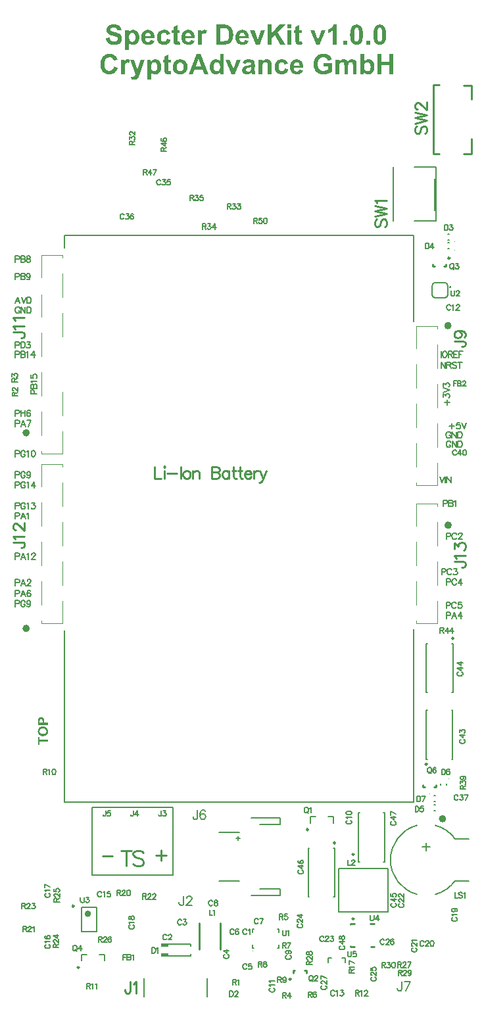
<source format=gto>
G04 Layer_Color=15132400*
%FSLAX44Y44*%
%MOMM*%
G71*
G01*
G75*
%ADD48C,0.2000*%
%ADD50C,0.5000*%
%ADD60C,0.2540*%
%ADD81C,0.2500*%
%ADD82C,0.4000*%
%ADD83C,0.1000*%
%ADD84C,0.1270*%
%ADD85C,0.1500*%
%ADD86C,0.1524*%
%ADD87C,0.2032*%
G36*
X3830289Y3279923D02*
X3830632Y3279885D01*
X3831051Y3279809D01*
X3831508Y3279733D01*
X3831965Y3279619D01*
X3832498Y3279466D01*
X3833031Y3279276D01*
X3833564Y3279085D01*
X3834097Y3278819D01*
X3834630Y3278476D01*
X3835163Y3278134D01*
X3835658Y3277715D01*
X3836115Y3277220D01*
X3836153Y3277182D01*
X3836229Y3277106D01*
X3836343Y3276915D01*
X3836495Y3276687D01*
X3836686Y3276420D01*
X3836876Y3276039D01*
X3837067Y3275621D01*
X3837295Y3275164D01*
X3837523Y3274593D01*
X3837752Y3273983D01*
X3837942Y3273298D01*
X3838094Y3272537D01*
X3838247Y3271699D01*
X3838361Y3270823D01*
X3838437Y3269872D01*
Y3268843D01*
X3826139D01*
Y3268805D01*
Y3268729D01*
Y3268615D01*
X3826177Y3268463D01*
X3826215Y3268082D01*
X3826292Y3267587D01*
X3826444Y3267054D01*
X3826634Y3266483D01*
X3826901Y3265912D01*
X3827281Y3265417D01*
X3827320Y3265379D01*
X3827472Y3265226D01*
X3827738Y3265036D01*
X3828081Y3264846D01*
X3828500Y3264617D01*
X3828957Y3264427D01*
X3829528Y3264274D01*
X3830137Y3264236D01*
X3830327D01*
X3830556Y3264274D01*
X3830822Y3264312D01*
X3831089Y3264389D01*
X3831432Y3264503D01*
X3831736Y3264655D01*
X3832041Y3264846D01*
X3832079Y3264884D01*
X3832155Y3264960D01*
X3832307Y3265112D01*
X3832498Y3265341D01*
X3832688Y3265645D01*
X3832878Y3265988D01*
X3833069Y3266407D01*
X3833259Y3266902D01*
X3838171Y3266064D01*
Y3266026D01*
X3838133Y3265950D01*
X3838057Y3265797D01*
X3837980Y3265607D01*
X3837904Y3265379D01*
X3837752Y3265150D01*
X3837447Y3264541D01*
X3837029Y3263856D01*
X3836495Y3263208D01*
X3835886Y3262523D01*
X3835163Y3261952D01*
X3835125D01*
X3835087Y3261876D01*
X3834973Y3261837D01*
X3834820Y3261723D01*
X3834592Y3261647D01*
X3834363Y3261533D01*
X3834097Y3261381D01*
X3833792Y3261266D01*
X3833031Y3261000D01*
X3832193Y3260810D01*
X3831203Y3260657D01*
X3830099Y3260581D01*
X3829871D01*
X3829642Y3260619D01*
X3829299D01*
X3828918Y3260695D01*
X3828462Y3260734D01*
X3827929Y3260848D01*
X3827396Y3260962D01*
X3826825Y3261152D01*
X3826215Y3261343D01*
X3825644Y3261609D01*
X3825035Y3261914D01*
X3824464Y3262295D01*
X3823931Y3262713D01*
X3823398Y3263170D01*
X3822941Y3263741D01*
X3822903Y3263780D01*
X3822865Y3263856D01*
X3822789Y3264008D01*
X3822674Y3264198D01*
X3822522Y3264427D01*
X3822370Y3264731D01*
X3822217Y3265074D01*
X3822027Y3265493D01*
X3821875Y3265912D01*
X3821685Y3266407D01*
X3821532Y3266940D01*
X3821418Y3267473D01*
X3821266Y3268082D01*
X3821190Y3268729D01*
X3821151Y3269414D01*
X3821113Y3270100D01*
Y3270138D01*
Y3270290D01*
Y3270557D01*
X3821151Y3270861D01*
X3821190Y3271242D01*
X3821228Y3271699D01*
X3821304Y3272194D01*
X3821418Y3272727D01*
X3821685Y3273907D01*
X3821913Y3274478D01*
X3822141Y3275088D01*
X3822408Y3275697D01*
X3822712Y3276268D01*
X3823093Y3276839D01*
X3823512Y3277334D01*
X3823550Y3277372D01*
X3823626Y3277448D01*
X3823741Y3277563D01*
X3823931Y3277753D01*
X3824197Y3277943D01*
X3824464Y3278172D01*
X3824807Y3278400D01*
X3825187Y3278667D01*
X3825606Y3278895D01*
X3826063Y3279124D01*
X3826558Y3279352D01*
X3827091Y3279542D01*
X3827662Y3279733D01*
X3828271Y3279847D01*
X3828918Y3279923D01*
X3829604Y3279961D01*
X3829985D01*
X3830289Y3279923D01*
D02*
G37*
G36*
X3867488Y3279580D02*
X3870839D01*
Y3275659D01*
X3867488D01*
Y3268158D01*
Y3268120D01*
Y3268044D01*
Y3267930D01*
Y3267816D01*
Y3267435D01*
Y3266978D01*
X3867526Y3266521D01*
Y3266064D01*
Y3265721D01*
X3867564Y3265569D01*
Y3265493D01*
X3867603Y3265417D01*
X3867679Y3265264D01*
X3867793Y3265074D01*
X3867983Y3264884D01*
X3868059Y3264846D01*
X3868212Y3264769D01*
X3868478Y3264693D01*
X3868821Y3264655D01*
X3868935D01*
X3869125Y3264693D01*
X3869316Y3264731D01*
X3869620Y3264769D01*
X3869963Y3264846D01*
X3870344Y3264960D01*
X3870801Y3265112D01*
X3871258Y3261305D01*
X3871181Y3261266D01*
X3870953Y3261190D01*
X3870610Y3261076D01*
X3870115Y3260962D01*
X3869544Y3260810D01*
X3868897Y3260695D01*
X3868174Y3260619D01*
X3867374Y3260581D01*
X3867145D01*
X3866879Y3260619D01*
X3866574D01*
X3866194Y3260695D01*
X3865813Y3260771D01*
X3865394Y3260848D01*
X3864975Y3261000D01*
X3864937Y3261038D01*
X3864785Y3261076D01*
X3864594Y3261190D01*
X3864366Y3261305D01*
X3863871Y3261685D01*
X3863643Y3261914D01*
X3863414Y3262142D01*
X3863376Y3262180D01*
X3863338Y3262295D01*
X3863262Y3262447D01*
X3863148Y3262675D01*
X3863033Y3262942D01*
X3862919Y3263285D01*
X3862805Y3263665D01*
X3862729Y3264084D01*
Y3264122D01*
X3862691Y3264274D01*
Y3264503D01*
X3862653Y3264846D01*
X3862615Y3265302D01*
Y3265912D01*
X3862577Y3266254D01*
Y3266635D01*
Y3267092D01*
Y3267549D01*
Y3275659D01*
X3860330D01*
Y3279580D01*
X3862577D01*
Y3283274D01*
X3867488Y3286167D01*
Y3279580D01*
D02*
G37*
G36*
X3882033Y3279923D02*
X3882375Y3279885D01*
X3882794Y3279809D01*
X3883251Y3279733D01*
X3883708Y3279619D01*
X3884241Y3279466D01*
X3884774Y3279276D01*
X3885307Y3279085D01*
X3885840Y3278819D01*
X3886373Y3278476D01*
X3886906Y3278134D01*
X3887401Y3277715D01*
X3887858Y3277220D01*
X3887896Y3277182D01*
X3887972Y3277106D01*
X3888087Y3276915D01*
X3888239Y3276687D01*
X3888429Y3276420D01*
X3888620Y3276039D01*
X3888810Y3275621D01*
X3889038Y3275164D01*
X3889267Y3274593D01*
X3889495Y3273983D01*
X3889686Y3273298D01*
X3889838Y3272537D01*
X3889990Y3271699D01*
X3890104Y3270823D01*
X3890181Y3269872D01*
Y3268843D01*
X3877883D01*
Y3268805D01*
Y3268729D01*
Y3268615D01*
X3877921Y3268463D01*
X3877959Y3268082D01*
X3878035Y3267587D01*
X3878187Y3267054D01*
X3878377Y3266483D01*
X3878644Y3265912D01*
X3879025Y3265417D01*
X3879063Y3265379D01*
X3879215Y3265226D01*
X3879482Y3265036D01*
X3879825Y3264846D01*
X3880243Y3264617D01*
X3880700Y3264427D01*
X3881271Y3264274D01*
X3881880Y3264236D01*
X3882071D01*
X3882299Y3264274D01*
X3882566Y3264312D01*
X3882832Y3264389D01*
X3883175Y3264503D01*
X3883480Y3264655D01*
X3883784Y3264846D01*
X3883822Y3264884D01*
X3883898Y3264960D01*
X3884051Y3265112D01*
X3884241Y3265341D01*
X3884431Y3265645D01*
X3884622Y3265988D01*
X3884812Y3266407D01*
X3885002Y3266902D01*
X3889914Y3266064D01*
Y3266026D01*
X3889876Y3265950D01*
X3889800Y3265797D01*
X3889724Y3265607D01*
X3889648Y3265379D01*
X3889495Y3265150D01*
X3889191Y3264541D01*
X3888772Y3263856D01*
X3888239Y3263208D01*
X3887630Y3262523D01*
X3886906Y3261952D01*
X3886868D01*
X3886830Y3261876D01*
X3886716Y3261837D01*
X3886564Y3261723D01*
X3886335Y3261647D01*
X3886107Y3261533D01*
X3885840Y3261381D01*
X3885536Y3261266D01*
X3884774Y3261000D01*
X3883936Y3260810D01*
X3882946Y3260657D01*
X3881842Y3260581D01*
X3881614D01*
X3881385Y3260619D01*
X3881043D01*
X3880662Y3260695D01*
X3880205Y3260734D01*
X3879672Y3260848D01*
X3879139Y3260962D01*
X3878568Y3261152D01*
X3877959Y3261343D01*
X3877388Y3261609D01*
X3876778Y3261914D01*
X3876207Y3262295D01*
X3875674Y3262713D01*
X3875141Y3263170D01*
X3874684Y3263741D01*
X3874646Y3263780D01*
X3874608Y3263856D01*
X3874532Y3264008D01*
X3874418Y3264198D01*
X3874265Y3264427D01*
X3874113Y3264731D01*
X3873961Y3265074D01*
X3873770Y3265493D01*
X3873618Y3265912D01*
X3873428Y3266407D01*
X3873275Y3266940D01*
X3873161Y3267473D01*
X3873009Y3268082D01*
X3872933Y3268729D01*
X3872895Y3269414D01*
X3872857Y3270100D01*
Y3270138D01*
Y3270290D01*
Y3270557D01*
X3872895Y3270861D01*
X3872933Y3271242D01*
X3872971Y3271699D01*
X3873047Y3272194D01*
X3873161Y3272727D01*
X3873428Y3273907D01*
X3873656Y3274478D01*
X3873885Y3275088D01*
X3874151Y3275697D01*
X3874456Y3276268D01*
X3874837Y3276839D01*
X3875255Y3277334D01*
X3875294Y3277372D01*
X3875370Y3277448D01*
X3875484Y3277563D01*
X3875674Y3277753D01*
X3875941Y3277943D01*
X3876207Y3278172D01*
X3876550Y3278400D01*
X3876931Y3278667D01*
X3877350Y3278895D01*
X3877806Y3279124D01*
X3878301Y3279352D01*
X3878835Y3279542D01*
X3879406Y3279733D01*
X3880015Y3279847D01*
X3880662Y3279923D01*
X3881347Y3279961D01*
X3881728D01*
X3882033Y3279923D01*
D02*
G37*
G36*
X3927538Y3223009D02*
X3922969D01*
Y3225712D01*
X3922931Y3225636D01*
X3922778Y3225446D01*
X3922512Y3225179D01*
X3922207Y3224836D01*
X3921826Y3224418D01*
X3921331Y3224037D01*
X3920836Y3223656D01*
X3920265Y3223351D01*
X3920189Y3223314D01*
X3919999Y3223237D01*
X3919694Y3223123D01*
X3919313Y3222971D01*
X3918857Y3222819D01*
X3918323Y3222704D01*
X3917752Y3222628D01*
X3917181Y3222590D01*
X3916877D01*
X3916648Y3222628D01*
X3916382Y3222666D01*
X3916039Y3222742D01*
X3915696Y3222819D01*
X3915316Y3222895D01*
X3914440Y3223199D01*
X3913983Y3223428D01*
X3913526Y3223656D01*
X3913069Y3223961D01*
X3912574Y3224303D01*
X3912155Y3224684D01*
X3911699Y3225141D01*
X3911660Y3225179D01*
X3911584Y3225255D01*
X3911508Y3225408D01*
X3911356Y3225636D01*
X3911165Y3225865D01*
X3910975Y3226207D01*
X3910785Y3226588D01*
X3910594Y3227007D01*
X3910366Y3227502D01*
X3910175Y3228035D01*
X3909985Y3228644D01*
X3909795Y3229253D01*
X3909643Y3229977D01*
X3909566Y3230700D01*
X3909490Y3231500D01*
X3909452Y3232337D01*
Y3232375D01*
Y3232527D01*
Y3232794D01*
X3909490Y3233098D01*
X3909528Y3233517D01*
X3909566Y3233974D01*
X3909643Y3234469D01*
X3909719Y3235002D01*
X3909985Y3236145D01*
X3910175Y3236754D01*
X3910404Y3237363D01*
X3910633Y3237934D01*
X3910937Y3238505D01*
X3911280Y3239000D01*
X3911660Y3239495D01*
X3911699Y3239533D01*
X3911775Y3239609D01*
X3911889Y3239724D01*
X3912041Y3239876D01*
X3912270Y3240066D01*
X3912536Y3240295D01*
X3912841Y3240485D01*
X3913184Y3240752D01*
X3913564Y3240980D01*
X3913983Y3241170D01*
X3914973Y3241589D01*
X3915468Y3241742D01*
X3916039Y3241856D01*
X3916648Y3241932D01*
X3917257Y3241970D01*
X3917562D01*
X3917791Y3241932D01*
X3918057Y3241894D01*
X3918362Y3241818D01*
X3918704Y3241742D01*
X3919085Y3241665D01*
X3919923Y3241323D01*
X3920380Y3241133D01*
X3920836Y3240866D01*
X3921293Y3240599D01*
X3921750Y3240219D01*
X3922207Y3239838D01*
X3922626Y3239381D01*
Y3248633D01*
X3927538D01*
Y3223009D01*
D02*
G37*
G36*
X3781255Y3249014D02*
X3781636Y3248976D01*
X3782093Y3248900D01*
X3782626Y3248824D01*
X3783197Y3248709D01*
X3783768Y3248557D01*
X3784415Y3248367D01*
X3785024Y3248138D01*
X3785672Y3247872D01*
X3786319Y3247529D01*
X3786928Y3247148D01*
X3787537Y3246729D01*
X3788109Y3246234D01*
X3788146D01*
X3788185Y3246158D01*
X3788413Y3245930D01*
X3788718Y3245549D01*
X3789098Y3245054D01*
X3789517Y3244369D01*
X3789974Y3243569D01*
X3790355Y3242617D01*
X3790735Y3241551D01*
X3785634Y3240333D01*
Y3240371D01*
X3785595Y3240409D01*
Y3240523D01*
X3785557Y3240675D01*
X3785405Y3241018D01*
X3785215Y3241475D01*
X3784986Y3241970D01*
X3784644Y3242503D01*
X3784225Y3242998D01*
X3783730Y3243455D01*
X3783654Y3243493D01*
X3783463Y3243645D01*
X3783159Y3243836D01*
X3782740Y3244064D01*
X3782245Y3244254D01*
X3781636Y3244445D01*
X3780950Y3244597D01*
X3780227Y3244635D01*
X3779960D01*
X3779770Y3244597D01*
X3779503Y3244559D01*
X3779237Y3244521D01*
X3778590Y3244369D01*
X3777828Y3244140D01*
X3777067Y3243759D01*
X3776686Y3243531D01*
X3776305Y3243264D01*
X3775924Y3242960D01*
X3775582Y3242579D01*
Y3242541D01*
X3775506Y3242465D01*
X3775430Y3242351D01*
X3775315Y3242198D01*
X3775163Y3241970D01*
X3775011Y3241703D01*
X3774858Y3241361D01*
X3774706Y3240980D01*
X3774554Y3240561D01*
X3774402Y3240066D01*
X3774249Y3239533D01*
X3774097Y3238924D01*
X3773983Y3238277D01*
X3773907Y3237553D01*
X3773868Y3236792D01*
X3773830Y3235954D01*
Y3235916D01*
Y3235726D01*
Y3235497D01*
X3773868Y3235155D01*
Y3234774D01*
X3773907Y3234317D01*
X3773983Y3233822D01*
X3774059Y3233289D01*
X3774249Y3232147D01*
X3774554Y3231005D01*
X3774744Y3230471D01*
X3774973Y3229938D01*
X3775239Y3229482D01*
X3775544Y3229063D01*
X3775582Y3229025D01*
X3775620Y3228987D01*
X3775734Y3228872D01*
X3775848Y3228758D01*
X3776229Y3228416D01*
X3776762Y3228035D01*
X3777448Y3227654D01*
X3778209Y3227311D01*
X3779123Y3227083D01*
X3779580Y3227045D01*
X3780113Y3227007D01*
X3780303D01*
X3780455Y3227045D01*
X3780836Y3227083D01*
X3781331Y3227159D01*
X3781864Y3227311D01*
X3782473Y3227540D01*
X3783083Y3227882D01*
X3783654Y3228301D01*
X3783730Y3228377D01*
X3783882Y3228568D01*
X3784149Y3228872D01*
X3784491Y3229291D01*
X3784834Y3229901D01*
X3785177Y3230586D01*
X3785519Y3231461D01*
X3785786Y3232451D01*
X3790812Y3230890D01*
Y3230852D01*
X3790774Y3230700D01*
X3790698Y3230471D01*
X3790583Y3230205D01*
X3790469Y3229862D01*
X3790279Y3229443D01*
X3790088Y3228987D01*
X3789898Y3228530D01*
X3789365Y3227502D01*
X3788680Y3226474D01*
X3787880Y3225484D01*
X3787423Y3225027D01*
X3786928Y3224608D01*
X3786890Y3224570D01*
X3786814Y3224532D01*
X3786662Y3224418D01*
X3786433Y3224303D01*
X3786205Y3224151D01*
X3785862Y3223961D01*
X3785519Y3223770D01*
X3785100Y3223618D01*
X3784605Y3223428D01*
X3784111Y3223237D01*
X3783539Y3223047D01*
X3782930Y3222895D01*
X3782321Y3222780D01*
X3781636Y3222666D01*
X3780912Y3222628D01*
X3780151Y3222590D01*
X3779922D01*
X3779656Y3222628D01*
X3779313D01*
X3778856Y3222704D01*
X3778361Y3222780D01*
X3777790Y3222895D01*
X3777181Y3223009D01*
X3776534Y3223199D01*
X3775848Y3223428D01*
X3775163Y3223732D01*
X3774478Y3224037D01*
X3773754Y3224456D01*
X3773069Y3224913D01*
X3772422Y3225446D01*
X3771774Y3226055D01*
X3771736Y3226093D01*
X3771622Y3226207D01*
X3771470Y3226397D01*
X3771279Y3226702D01*
X3771013Y3227045D01*
X3770746Y3227464D01*
X3770442Y3227959D01*
X3770137Y3228530D01*
X3769832Y3229177D01*
X3769528Y3229901D01*
X3769261Y3230700D01*
X3768995Y3231537D01*
X3768805Y3232451D01*
X3768652Y3233441D01*
X3768538Y3234469D01*
X3768500Y3235573D01*
Y3235650D01*
Y3235840D01*
X3768538Y3236183D01*
Y3236640D01*
X3768614Y3237173D01*
X3768690Y3237782D01*
X3768766Y3238467D01*
X3768919Y3239229D01*
X3769071Y3239990D01*
X3769300Y3240828D01*
X3769566Y3241627D01*
X3769871Y3242465D01*
X3770251Y3243264D01*
X3770708Y3244064D01*
X3771203Y3244826D01*
X3771774Y3245511D01*
X3771812Y3245549D01*
X3771927Y3245663D01*
X3772117Y3245854D01*
X3772384Y3246082D01*
X3772726Y3246349D01*
X3773107Y3246615D01*
X3773564Y3246958D01*
X3774097Y3247300D01*
X3774706Y3247605D01*
X3775353Y3247948D01*
X3776077Y3248214D01*
X3776838Y3248519D01*
X3777676Y3248709D01*
X3778552Y3248900D01*
X3779466Y3249014D01*
X3780455Y3249052D01*
X3780912D01*
X3781255Y3249014D01*
D02*
G37*
G36*
X4056458D02*
X4056839Y3248976D01*
X4057334Y3248938D01*
X4057829Y3248900D01*
X4058400Y3248785D01*
X4059580Y3248557D01*
X4060837Y3248214D01*
X4061446Y3247986D01*
X4062055Y3247719D01*
X4062588Y3247377D01*
X4063121Y3247034D01*
X4063159Y3246996D01*
X4063235Y3246958D01*
X4063388Y3246844D01*
X4063540Y3246653D01*
X4063769Y3246463D01*
X4063997Y3246196D01*
X4064264Y3245930D01*
X4064568Y3245587D01*
X4064835Y3245206D01*
X4065139Y3244788D01*
X4065444Y3244331D01*
X4065710Y3243874D01*
X4066205Y3242769D01*
X4066434Y3242160D01*
X4066586Y3241513D01*
X4061446Y3240561D01*
Y3240599D01*
X4061408Y3240638D01*
X4061332Y3240866D01*
X4061180Y3241208D01*
X4060989Y3241627D01*
X4060685Y3242122D01*
X4060342Y3242617D01*
X4059923Y3243074D01*
X4059390Y3243531D01*
X4059314Y3243569D01*
X4059124Y3243722D01*
X4058819Y3243874D01*
X4058362Y3244102D01*
X4057829Y3244293D01*
X4057182Y3244483D01*
X4056458Y3244597D01*
X4055659Y3244635D01*
X4055316D01*
X4055088Y3244597D01*
X4054821Y3244559D01*
X4054478Y3244521D01*
X4053717Y3244369D01*
X4052841Y3244102D01*
X4052422Y3243950D01*
X4051965Y3243722D01*
X4051508Y3243455D01*
X4051090Y3243188D01*
X4050671Y3242846D01*
X4050290Y3242465D01*
X4050252Y3242427D01*
X4050214Y3242351D01*
X4050100Y3242237D01*
X4049985Y3242084D01*
X4049833Y3241856D01*
X4049681Y3241551D01*
X4049490Y3241247D01*
X4049300Y3240866D01*
X4049110Y3240447D01*
X4048919Y3239990D01*
X4048767Y3239457D01*
X4048615Y3238886D01*
X4048501Y3238277D01*
X4048387Y3237591D01*
X4048348Y3236868D01*
X4048310Y3236107D01*
Y3236068D01*
Y3235916D01*
Y3235688D01*
X4048348Y3235345D01*
X4048387Y3234964D01*
X4048424Y3234546D01*
X4048463Y3234051D01*
X4048577Y3233556D01*
X4048805Y3232413D01*
X4049148Y3231271D01*
X4049376Y3230738D01*
X4049681Y3230205D01*
X4049985Y3229710D01*
X4050328Y3229253D01*
X4050366Y3229215D01*
X4050404Y3229139D01*
X4050518Y3229063D01*
X4050709Y3228911D01*
X4050899Y3228720D01*
X4051128Y3228530D01*
X4051432Y3228339D01*
X4051737Y3228149D01*
X4052118Y3227921D01*
X4052498Y3227730D01*
X4053412Y3227350D01*
X4053907Y3227197D01*
X4054440Y3227121D01*
X4055011Y3227045D01*
X4055620Y3227007D01*
X4055887D01*
X4056230Y3227045D01*
X4056649Y3227083D01*
X4057144Y3227159D01*
X4057677Y3227273D01*
X4058286Y3227426D01*
X4058895Y3227616D01*
X4058933D01*
X4058971Y3227654D01*
X4059161Y3227730D01*
X4059466Y3227882D01*
X4059847Y3228073D01*
X4060304Y3228301D01*
X4060760Y3228568D01*
X4061255Y3228834D01*
X4061713Y3229177D01*
Y3232413D01*
X4055773D01*
Y3236754D01*
X4066929D01*
Y3226550D01*
X4066852Y3226474D01*
X4066624Y3226283D01*
X4066243Y3225979D01*
X4065710Y3225598D01*
X4065063Y3225179D01*
X4064264Y3224722D01*
X4063311Y3224227D01*
X4062207Y3223770D01*
X4062169D01*
X4062055Y3223732D01*
X4061903Y3223656D01*
X4061674Y3223580D01*
X4061408Y3223504D01*
X4061065Y3223390D01*
X4060685Y3223275D01*
X4060266Y3223199D01*
X4059314Y3222971D01*
X4058286Y3222780D01*
X4057144Y3222628D01*
X4055963Y3222590D01*
X4055583D01*
X4055278Y3222628D01*
X4054935D01*
X4054516Y3222666D01*
X4054059Y3222742D01*
X4053564Y3222819D01*
X4052460Y3223009D01*
X4051280Y3223314D01*
X4050100Y3223732D01*
X4049490Y3223961D01*
X4048919Y3224265D01*
X4048881Y3224303D01*
X4048805Y3224341D01*
X4048653Y3224456D01*
X4048424Y3224570D01*
X4048196Y3224760D01*
X4047892Y3224951D01*
X4047244Y3225484D01*
X4046521Y3226169D01*
X4045797Y3227007D01*
X4045074Y3227959D01*
X4044465Y3229063D01*
Y3229101D01*
X4044388Y3229215D01*
X4044312Y3229367D01*
X4044236Y3229634D01*
X4044122Y3229901D01*
X4044008Y3230243D01*
X4043856Y3230662D01*
X4043741Y3231119D01*
X4043589Y3231576D01*
X4043437Y3232109D01*
X4043208Y3233289D01*
X4043056Y3234546D01*
X4042980Y3235878D01*
Y3235916D01*
Y3236068D01*
Y3236259D01*
X4043018Y3236563D01*
Y3236906D01*
X4043056Y3237325D01*
X4043132Y3237782D01*
X4043208Y3238277D01*
X4043399Y3239381D01*
X4043703Y3240561D01*
X4044122Y3241779D01*
X4044351Y3242389D01*
X4044655Y3242960D01*
X4044693Y3242998D01*
X4044731Y3243112D01*
X4044845Y3243264D01*
X4044960Y3243493D01*
X4045150Y3243722D01*
X4045340Y3244026D01*
X4045912Y3244749D01*
X4046597Y3245511D01*
X4047434Y3246310D01*
X4048387Y3247072D01*
X4049529Y3247757D01*
X4049567D01*
X4049643Y3247795D01*
X4049795Y3247872D01*
X4049985Y3247948D01*
X4050214Y3248062D01*
X4050518Y3248176D01*
X4050861Y3248290D01*
X4051242Y3248405D01*
X4051661Y3248519D01*
X4052118Y3248633D01*
X4052613Y3248747D01*
X4053146Y3248861D01*
X4054364Y3249014D01*
X4055659Y3249052D01*
X4056115D01*
X4056458Y3249014D01*
D02*
G37*
G36*
X4128870Y3286700D02*
X4129175Y3286662D01*
X4129556Y3286586D01*
X4129937Y3286510D01*
X4130393Y3286396D01*
X4130850Y3286281D01*
X4131307Y3286091D01*
X4131802Y3285863D01*
X4132297Y3285634D01*
X4132754Y3285292D01*
X4133249Y3284949D01*
X4133668Y3284530D01*
X4134087Y3284073D01*
X4134124Y3284035D01*
X4134201Y3283921D01*
X4134315Y3283730D01*
X4134467Y3283464D01*
X4134658Y3283121D01*
X4134886Y3282703D01*
X4135115Y3282169D01*
X4135343Y3281599D01*
X4135572Y3280913D01*
X4135800Y3280151D01*
X4136028Y3279276D01*
X4136219Y3278324D01*
X4136371Y3277296D01*
X4136485Y3276192D01*
X4136561Y3274973D01*
X4136599Y3273641D01*
Y3273603D01*
Y3273564D01*
Y3273450D01*
Y3273336D01*
Y3272955D01*
X4136561Y3272461D01*
X4136523Y3271851D01*
X4136447Y3271166D01*
X4136371Y3270404D01*
X4136295Y3269605D01*
X4135990Y3267892D01*
X4135762Y3267016D01*
X4135533Y3266140D01*
X4135229Y3265341D01*
X4134886Y3264541D01*
X4134505Y3263817D01*
X4134048Y3263170D01*
X4134010Y3263132D01*
X4133972Y3263056D01*
X4133820Y3262942D01*
X4133668Y3262751D01*
X4133477Y3262561D01*
X4133211Y3262371D01*
X4132906Y3262104D01*
X4132563Y3261876D01*
X4132183Y3261647D01*
X4131726Y3261419D01*
X4131269Y3261190D01*
X4130736Y3261000D01*
X4130165Y3260810D01*
X4129594Y3260695D01*
X4128947Y3260619D01*
X4128261Y3260581D01*
X4128109D01*
X4127880Y3260619D01*
X4127652D01*
X4127309Y3260657D01*
X4126967Y3260734D01*
X4126548Y3260810D01*
X4126091Y3260924D01*
X4125634Y3261076D01*
X4125139Y3261266D01*
X4124606Y3261495D01*
X4124111Y3261800D01*
X4123616Y3262104D01*
X4123121Y3262485D01*
X4122664Y3262942D01*
X4122207Y3263437D01*
X4122169Y3263475D01*
X4122093Y3263589D01*
X4121979Y3263741D01*
X4121865Y3264008D01*
X4121674Y3264312D01*
X4121484Y3264731D01*
X4121294Y3265226D01*
X4121065Y3265797D01*
X4120836Y3266445D01*
X4120646Y3267206D01*
X4120456Y3268044D01*
X4120266Y3268958D01*
X4120151Y3269986D01*
X4120037Y3271128D01*
X4119961Y3272346D01*
X4119923Y3273679D01*
Y3273717D01*
Y3273755D01*
Y3273869D01*
Y3273983D01*
Y3274364D01*
X4119961Y3274859D01*
X4119999Y3275468D01*
X4120075Y3276154D01*
X4120151Y3276877D01*
X4120227Y3277715D01*
X4120532Y3279390D01*
X4120722Y3280266D01*
X4120989Y3281141D01*
X4121255Y3281979D01*
X4121598Y3282740D01*
X4121979Y3283464D01*
X4122436Y3284111D01*
X4122474Y3284149D01*
X4122550Y3284225D01*
X4122664Y3284340D01*
X4122816Y3284530D01*
X4123045Y3284720D01*
X4123311Y3284949D01*
X4123616Y3285177D01*
X4123959Y3285444D01*
X4124340Y3285672D01*
X4124796Y3285901D01*
X4125253Y3286129D01*
X4125786Y3286320D01*
X4126357Y3286510D01*
X4126928Y3286624D01*
X4127576Y3286700D01*
X4128261Y3286738D01*
X4128604D01*
X4128870Y3286700D01*
D02*
G37*
G36*
X3928636Y3286586D02*
X3929359Y3286548D01*
X3930121Y3286510D01*
X3930920Y3286434D01*
X3931720Y3286281D01*
X3932405Y3286129D01*
X3932444D01*
X3932520Y3286091D01*
X3932634Y3286053D01*
X3932786Y3286015D01*
X3933205Y3285825D01*
X3933738Y3285558D01*
X3934347Y3285254D01*
X3934995Y3284835D01*
X3935642Y3284340D01*
X3936251Y3283730D01*
X3936289D01*
X3936327Y3283654D01*
X3936518Y3283426D01*
X3936822Y3283083D01*
X3937165Y3282588D01*
X3937584Y3281979D01*
X3938002Y3281256D01*
X3938383Y3280456D01*
X3938726Y3279580D01*
Y3279542D01*
X3938764Y3279466D01*
X3938802Y3279352D01*
X3938840Y3279162D01*
X3938916Y3278895D01*
X3938992Y3278629D01*
X3939068Y3278286D01*
X3939145Y3277905D01*
X3939221Y3277486D01*
X3939297Y3277029D01*
X3939373Y3276534D01*
X3939449Y3276001D01*
X3939525Y3274859D01*
X3939563Y3273564D01*
Y3273527D01*
Y3273412D01*
Y3273260D01*
Y3273032D01*
X3939525Y3272765D01*
Y3272422D01*
X3939487Y3272080D01*
X3939449Y3271699D01*
X3939373Y3270823D01*
X3939221Y3269909D01*
X3939030Y3268958D01*
X3938764Y3268082D01*
Y3268044D01*
X3938726Y3267968D01*
X3938650Y3267816D01*
X3938574Y3267625D01*
X3938497Y3267397D01*
X3938383Y3267130D01*
X3938079Y3266483D01*
X3937660Y3265759D01*
X3937203Y3264998D01*
X3936670Y3264236D01*
X3936023Y3263551D01*
X3935946Y3263513D01*
X3935794Y3263322D01*
X3935490Y3263094D01*
X3935070Y3262827D01*
X3934538Y3262485D01*
X3933929Y3262142D01*
X3933205Y3261837D01*
X3932405Y3261533D01*
X3932329Y3261495D01*
X3932215D01*
X3932101Y3261457D01*
X3931720Y3261381D01*
X3931187Y3261266D01*
X3930540Y3261152D01*
X3929740Y3261076D01*
X3928864Y3261038D01*
X3927836Y3261000D01*
X3918127D01*
Y3286624D01*
X3928331D01*
X3928636Y3286586D01*
D02*
G37*
G36*
X4014494Y3261000D02*
X4009583D01*
Y3279580D01*
X4014494D01*
Y3261000D01*
D02*
G37*
G36*
X3951671Y3279923D02*
X3952014Y3279885D01*
X3952433Y3279809D01*
X3952889Y3279733D01*
X3953346Y3279619D01*
X3953879Y3279466D01*
X3954413Y3279276D01*
X3954946Y3279085D01*
X3955479Y3278819D01*
X3956012Y3278476D01*
X3956545Y3278134D01*
X3957040Y3277715D01*
X3957497Y3277220D01*
X3957534Y3277182D01*
X3957611Y3277106D01*
X3957725Y3276915D01*
X3957877Y3276687D01*
X3958068Y3276420D01*
X3958258Y3276039D01*
X3958448Y3275621D01*
X3958677Y3275164D01*
X3958905Y3274593D01*
X3959134Y3273983D01*
X3959324Y3273298D01*
X3959476Y3272537D01*
X3959629Y3271699D01*
X3959743Y3270823D01*
X3959819Y3269872D01*
Y3268843D01*
X3947521D01*
Y3268805D01*
Y3268729D01*
Y3268615D01*
X3947559Y3268463D01*
X3947597Y3268082D01*
X3947673Y3267587D01*
X3947826Y3267054D01*
X3948016Y3266483D01*
X3948282Y3265912D01*
X3948663Y3265417D01*
X3948701Y3265379D01*
X3948853Y3265226D01*
X3949120Y3265036D01*
X3949463Y3264846D01*
X3949882Y3264617D01*
X3950338Y3264427D01*
X3950910Y3264274D01*
X3951519Y3264236D01*
X3951709D01*
X3951938Y3264274D01*
X3952204Y3264312D01*
X3952471Y3264389D01*
X3952813Y3264503D01*
X3953118Y3264655D01*
X3953423Y3264846D01*
X3953461Y3264884D01*
X3953537Y3264960D01*
X3953689Y3265112D01*
X3953879Y3265341D01*
X3954070Y3265645D01*
X3954260Y3265988D01*
X3954451Y3266407D01*
X3954641Y3266902D01*
X3959553Y3266064D01*
Y3266026D01*
X3959514Y3265950D01*
X3959438Y3265797D01*
X3959362Y3265607D01*
X3959286Y3265379D01*
X3959134Y3265150D01*
X3958829Y3264541D01*
X3958410Y3263856D01*
X3957877Y3263208D01*
X3957268Y3262523D01*
X3956545Y3261952D01*
X3956507D01*
X3956469Y3261876D01*
X3956354Y3261837D01*
X3956202Y3261723D01*
X3955974Y3261647D01*
X3955745Y3261533D01*
X3955479Y3261381D01*
X3955174Y3261266D01*
X3954413Y3261000D01*
X3953575Y3260810D01*
X3952585Y3260657D01*
X3951481Y3260581D01*
X3951252D01*
X3951024Y3260619D01*
X3950681D01*
X3950301Y3260695D01*
X3949844Y3260734D01*
X3949311Y3260848D01*
X3948777Y3260962D01*
X3948206Y3261152D01*
X3947597Y3261343D01*
X3947026Y3261609D01*
X3946417Y3261914D01*
X3945846Y3262295D01*
X3945313Y3262713D01*
X3944780Y3263170D01*
X3944323Y3263741D01*
X3944285Y3263780D01*
X3944247Y3263856D01*
X3944171Y3264008D01*
X3944056Y3264198D01*
X3943904Y3264427D01*
X3943752Y3264731D01*
X3943599Y3265074D01*
X3943409Y3265493D01*
X3943257Y3265912D01*
X3943066Y3266407D01*
X3942914Y3266940D01*
X3942800Y3267473D01*
X3942647Y3268082D01*
X3942571Y3268729D01*
X3942533Y3269414D01*
X3942495Y3270100D01*
Y3270138D01*
Y3270290D01*
Y3270557D01*
X3942533Y3270861D01*
X3942571Y3271242D01*
X3942609Y3271699D01*
X3942686Y3272194D01*
X3942800Y3272727D01*
X3943066Y3273907D01*
X3943295Y3274478D01*
X3943523Y3275088D01*
X3943790Y3275697D01*
X3944094Y3276268D01*
X3944475Y3276839D01*
X3944894Y3277334D01*
X3944932Y3277372D01*
X3945008Y3277448D01*
X3945122Y3277563D01*
X3945313Y3277753D01*
X3945579Y3277943D01*
X3945846Y3278172D01*
X3946188Y3278400D01*
X3946569Y3278667D01*
X3946988Y3278895D01*
X3947445Y3279124D01*
X3947940Y3279352D01*
X3948473Y3279542D01*
X3949044Y3279733D01*
X3949653Y3279847D01*
X3950301Y3279923D01*
X3950986Y3279961D01*
X3951367D01*
X3951671Y3279923D01*
D02*
G37*
G36*
X4024660Y3279580D02*
X4028011D01*
Y3275659D01*
X4024660D01*
Y3268158D01*
Y3268120D01*
Y3268044D01*
Y3267930D01*
Y3267816D01*
Y3267435D01*
Y3266978D01*
X4024698Y3266521D01*
Y3266064D01*
Y3265721D01*
X4024736Y3265569D01*
Y3265493D01*
X4024774Y3265417D01*
X4024850Y3265264D01*
X4024965Y3265074D01*
X4025155Y3264884D01*
X4025231Y3264846D01*
X4025384Y3264769D01*
X4025650Y3264693D01*
X4025993Y3264655D01*
X4026107D01*
X4026297Y3264693D01*
X4026488Y3264731D01*
X4026792Y3264769D01*
X4027135Y3264846D01*
X4027516Y3264960D01*
X4027973Y3265112D01*
X4028430Y3261305D01*
X4028353Y3261266D01*
X4028125Y3261190D01*
X4027782Y3261076D01*
X4027287Y3260962D01*
X4026716Y3260810D01*
X4026069Y3260695D01*
X4025345Y3260619D01*
X4024546Y3260581D01*
X4024318D01*
X4024051Y3260619D01*
X4023746D01*
X4023365Y3260695D01*
X4022985Y3260771D01*
X4022566Y3260848D01*
X4022147Y3261000D01*
X4022109Y3261038D01*
X4021957Y3261076D01*
X4021766Y3261190D01*
X4021538Y3261305D01*
X4021043Y3261685D01*
X4020815Y3261914D01*
X4020586Y3262142D01*
X4020548Y3262180D01*
X4020510Y3262295D01*
X4020434Y3262447D01*
X4020320Y3262675D01*
X4020205Y3262942D01*
X4020091Y3263285D01*
X4019977Y3263665D01*
X4019901Y3264084D01*
Y3264122D01*
X4019863Y3264274D01*
Y3264503D01*
X4019825Y3264846D01*
X4019787Y3265302D01*
Y3265912D01*
X4019749Y3266254D01*
Y3266635D01*
Y3267092D01*
Y3267549D01*
Y3275659D01*
X4017502D01*
Y3279580D01*
X4019749D01*
Y3283274D01*
X4024660Y3286167D01*
Y3279580D01*
D02*
G37*
G36*
X4099020Y3286700D02*
X4099324Y3286662D01*
X4099705Y3286586D01*
X4100086Y3286510D01*
X4100543Y3286396D01*
X4101000Y3286281D01*
X4101457Y3286091D01*
X4101952Y3285863D01*
X4102447Y3285634D01*
X4102903Y3285292D01*
X4103398Y3284949D01*
X4103817Y3284530D01*
X4104236Y3284073D01*
X4104274Y3284035D01*
X4104350Y3283921D01*
X4104464Y3283730D01*
X4104617Y3283464D01*
X4104807Y3283121D01*
X4105036Y3282703D01*
X4105264Y3282169D01*
X4105493Y3281599D01*
X4105721Y3280913D01*
X4105949Y3280151D01*
X4106178Y3279276D01*
X4106368Y3278324D01*
X4106520Y3277296D01*
X4106635Y3276192D01*
X4106711Y3274973D01*
X4106749Y3273641D01*
Y3273603D01*
Y3273564D01*
Y3273450D01*
Y3273336D01*
Y3272955D01*
X4106711Y3272461D01*
X4106673Y3271851D01*
X4106597Y3271166D01*
X4106520Y3270404D01*
X4106444Y3269605D01*
X4106140Y3267892D01*
X4105911Y3267016D01*
X4105683Y3266140D01*
X4105378Y3265341D01*
X4105036Y3264541D01*
X4104655Y3263817D01*
X4104198Y3263170D01*
X4104160Y3263132D01*
X4104122Y3263056D01*
X4103969Y3262942D01*
X4103817Y3262751D01*
X4103627Y3262561D01*
X4103360Y3262371D01*
X4103056Y3262104D01*
X4102713Y3261876D01*
X4102332Y3261647D01*
X4101875Y3261419D01*
X4101418Y3261190D01*
X4100886Y3261000D01*
X4100314Y3260810D01*
X4099743Y3260695D01*
X4099096Y3260619D01*
X4098411Y3260581D01*
X4098258D01*
X4098030Y3260619D01*
X4097802D01*
X4097459Y3260657D01*
X4097116Y3260734D01*
X4096697Y3260810D01*
X4096241Y3260924D01*
X4095783Y3261076D01*
X4095288Y3261266D01*
X4094756Y3261495D01*
X4094261Y3261800D01*
X4093766Y3262104D01*
X4093271Y3262485D01*
X4092814Y3262942D01*
X4092357Y3263437D01*
X4092319Y3263475D01*
X4092243Y3263589D01*
X4092128Y3263741D01*
X4092014Y3264008D01*
X4091824Y3264312D01*
X4091633Y3264731D01*
X4091443Y3265226D01*
X4091215Y3265797D01*
X4090986Y3266445D01*
X4090796Y3267206D01*
X4090605Y3268044D01*
X4090415Y3268958D01*
X4090301Y3269986D01*
X4090186Y3271128D01*
X4090110Y3272346D01*
X4090072Y3273679D01*
Y3273717D01*
Y3273755D01*
Y3273869D01*
Y3273983D01*
Y3274364D01*
X4090110Y3274859D01*
X4090149Y3275468D01*
X4090225Y3276154D01*
X4090301Y3276877D01*
X4090377Y3277715D01*
X4090681Y3279390D01*
X4090872Y3280266D01*
X4091138Y3281141D01*
X4091405Y3281979D01*
X4091748Y3282740D01*
X4092128Y3283464D01*
X4092585Y3284111D01*
X4092623Y3284149D01*
X4092700Y3284225D01*
X4092814Y3284340D01*
X4092966Y3284530D01*
X4093194Y3284720D01*
X4093461Y3284949D01*
X4093766Y3285177D01*
X4094108Y3285444D01*
X4094489Y3285672D01*
X4094946Y3285901D01*
X4095403Y3286129D01*
X4095936Y3286320D01*
X4096507Y3286510D01*
X4097078Y3286624D01*
X4097725Y3286700D01*
X4098411Y3286738D01*
X4098753D01*
X4099020Y3286700D01*
D02*
G37*
G36*
X4093238Y3241932D02*
X4093733Y3241856D01*
X4094266Y3241779D01*
X4094837Y3241627D01*
X4095409Y3241399D01*
X4095980Y3241133D01*
X4096056Y3241094D01*
X4096208Y3240980D01*
X4096475Y3240790D01*
X4096779Y3240523D01*
X4097122Y3240180D01*
X4097465Y3239762D01*
X4097807Y3239267D01*
X4098074Y3238696D01*
X4098112Y3238658D01*
X4098150Y3238467D01*
X4098226Y3238201D01*
X4098340Y3237782D01*
X4098455Y3237249D01*
X4098531Y3236563D01*
X4098569Y3235764D01*
X4098607Y3234850D01*
Y3223009D01*
X4093695D01*
Y3233594D01*
Y3233632D01*
Y3233708D01*
Y3233860D01*
Y3234051D01*
X4093657Y3234507D01*
X4093619Y3235078D01*
X4093581Y3235650D01*
X4093467Y3236259D01*
X4093352Y3236754D01*
X4093238Y3236982D01*
X4093162Y3237134D01*
X4093124Y3237173D01*
X4093048Y3237287D01*
X4092857Y3237477D01*
X4092629Y3237668D01*
X4092362Y3237858D01*
X4091982Y3238048D01*
X4091563Y3238163D01*
X4091068Y3238201D01*
X4090878D01*
X4090687Y3238163D01*
X4090459Y3238124D01*
X4090154Y3238048D01*
X4089811Y3237934D01*
X4089469Y3237782D01*
X4089126Y3237553D01*
X4089088Y3237515D01*
X4088974Y3237439D01*
X4088822Y3237287D01*
X4088631Y3237097D01*
X4088441Y3236830D01*
X4088212Y3236525D01*
X4088022Y3236145D01*
X4087832Y3235726D01*
Y3235688D01*
X4087755Y3235497D01*
X4087717Y3235193D01*
X4087641Y3234774D01*
X4087565Y3234241D01*
X4087527Y3233594D01*
X4087451Y3232794D01*
Y3231880D01*
Y3223009D01*
X4082539D01*
Y3233137D01*
Y3233175D01*
Y3233251D01*
Y3233403D01*
Y3233556D01*
Y3234051D01*
X4082501Y3234583D01*
X4082463Y3235155D01*
X4082425Y3235726D01*
X4082349Y3236221D01*
X4082311Y3236449D01*
X4082273Y3236602D01*
Y3236640D01*
X4082235Y3236716D01*
X4082159Y3236868D01*
X4082083Y3237058D01*
X4081816Y3237439D01*
X4081625Y3237629D01*
X4081435Y3237782D01*
X4081397Y3237820D01*
X4081321Y3237858D01*
X4081207Y3237934D01*
X4081054Y3238010D01*
X4080826Y3238087D01*
X4080598Y3238124D01*
X4080293Y3238201D01*
X4079760D01*
X4079531Y3238163D01*
X4079265Y3238124D01*
X4078960Y3238048D01*
X4078618Y3237934D01*
X4078237Y3237782D01*
X4077894Y3237553D01*
X4077856Y3237515D01*
X4077742Y3237439D01*
X4077590Y3237287D01*
X4077399Y3237097D01*
X4077171Y3236868D01*
X4076980Y3236563D01*
X4076752Y3236221D01*
X4076600Y3235802D01*
Y3235764D01*
X4076523Y3235573D01*
X4076485Y3235307D01*
X4076409Y3234888D01*
X4076333Y3234355D01*
X4076295Y3233708D01*
X4076219Y3232908D01*
Y3231995D01*
Y3223009D01*
X4071307D01*
Y3241589D01*
X4075838D01*
Y3239038D01*
X4075876Y3239077D01*
X4075952Y3239153D01*
X4076067Y3239305D01*
X4076257Y3239495D01*
X4076485Y3239724D01*
X4076790Y3239952D01*
X4077095Y3240219D01*
X4077475Y3240523D01*
X4077856Y3240790D01*
X4078313Y3241056D01*
X4079303Y3241513D01*
X4079836Y3241703D01*
X4080407Y3241856D01*
X4081016Y3241932D01*
X4081625Y3241970D01*
X4081930D01*
X4082235Y3241932D01*
X4082654Y3241894D01*
X4083148Y3241779D01*
X4083643Y3241665D01*
X4084177Y3241475D01*
X4084672Y3241208D01*
X4084748Y3241170D01*
X4084900Y3241056D01*
X4085128Y3240904D01*
X4085433Y3240675D01*
X4085775Y3240371D01*
X4086156Y3239990D01*
X4086499Y3239533D01*
X4086842Y3239000D01*
X4086880Y3239077D01*
X4087070Y3239229D01*
X4087299Y3239495D01*
X4087641Y3239838D01*
X4088022Y3240180D01*
X4088479Y3240561D01*
X4088936Y3240904D01*
X4089469Y3241208D01*
X4089545Y3241247D01*
X4089735Y3241323D01*
X4090002Y3241437D01*
X4090383Y3241589D01*
X4090840Y3241742D01*
X4091373Y3241856D01*
X4091944Y3241932D01*
X4092515Y3241970D01*
X4092857D01*
X4093238Y3241932D01*
D02*
G37*
G36*
X4108202Y3239381D02*
X4108240Y3239419D01*
X4108316Y3239495D01*
X4108430Y3239609D01*
X4108620Y3239800D01*
X4108811Y3239990D01*
X4109077Y3240219D01*
X4109382Y3240447D01*
X4109724Y3240675D01*
X4110486Y3241170D01*
X4111400Y3241551D01*
X4111933Y3241742D01*
X4112428Y3241856D01*
X4112999Y3241932D01*
X4113570Y3241970D01*
X4113913D01*
X4114141Y3241932D01*
X4114446Y3241894D01*
X4114789Y3241856D01*
X4115131Y3241779D01*
X4115550Y3241665D01*
X4116464Y3241361D01*
X4116920Y3241170D01*
X4117378Y3240942D01*
X4117873Y3240638D01*
X4118329Y3240295D01*
X4118786Y3239914D01*
X4119205Y3239495D01*
X4119243Y3239457D01*
X4119319Y3239381D01*
X4119395Y3239229D01*
X4119548Y3239038D01*
X4119738Y3238772D01*
X4119929Y3238467D01*
X4120119Y3238124D01*
X4120347Y3237706D01*
X4120538Y3237249D01*
X4120728Y3236716D01*
X4120919Y3236145D01*
X4121109Y3235497D01*
X4121261Y3234812D01*
X4121337Y3234089D01*
X4121413Y3233289D01*
X4121451Y3232451D01*
Y3232413D01*
Y3232261D01*
Y3231995D01*
X4121413Y3231652D01*
X4121375Y3231271D01*
X4121337Y3230814D01*
X4121261Y3230319D01*
X4121185Y3229748D01*
X4120880Y3228568D01*
X4120728Y3227959D01*
X4120500Y3227350D01*
X4120233Y3226778D01*
X4119929Y3226207D01*
X4119586Y3225636D01*
X4119167Y3225141D01*
X4119129Y3225103D01*
X4119053Y3225027D01*
X4118939Y3224913D01*
X4118748Y3224760D01*
X4118558Y3224532D01*
X4118291Y3224341D01*
X4117987Y3224113D01*
X4117606Y3223885D01*
X4116806Y3223390D01*
X4115893Y3223009D01*
X4115359Y3222819D01*
X4114826Y3222704D01*
X4114255Y3222628D01*
X4113646Y3222590D01*
X4113380D01*
X4113075Y3222628D01*
X4112656Y3222704D01*
X4112161Y3222780D01*
X4111628Y3222895D01*
X4111057Y3223085D01*
X4110486Y3223351D01*
X4110410Y3223390D01*
X4110219Y3223504D01*
X4109953Y3223694D01*
X4109572Y3223961D01*
X4109192Y3224265D01*
X4108735Y3224684D01*
X4108278Y3225179D01*
X4107859Y3225712D01*
Y3223009D01*
X4103290D01*
Y3248633D01*
X4108202D01*
Y3239381D01*
D02*
G37*
G36*
X3907853Y3223009D02*
X3902256D01*
X3900048Y3228834D01*
X3889691D01*
X3887597Y3223009D01*
X3882115D01*
X3892052Y3248633D01*
X3897497D01*
X3907853Y3223009D01*
D02*
G37*
G36*
X3960358Y3241932D02*
X3960663D01*
X3961386Y3241856D01*
X3962185Y3241779D01*
X3962985Y3241627D01*
X3963747Y3241437D01*
X3964127Y3241323D01*
X3964432Y3241170D01*
X3964470D01*
X3964508Y3241133D01*
X3964698Y3241018D01*
X3965003Y3240866D01*
X3965346Y3240638D01*
X3965726Y3240371D01*
X3966069Y3240028D01*
X3966450Y3239609D01*
X3966716Y3239191D01*
X3966754Y3239153D01*
X3966831Y3238962D01*
X3966945Y3238658D01*
X3967059Y3238201D01*
X3967135Y3237934D01*
X3967173Y3237591D01*
X3967249Y3237249D01*
X3967288Y3236830D01*
X3967325Y3236411D01*
X3967364Y3235916D01*
X3967402Y3235383D01*
Y3234812D01*
X3967325Y3229101D01*
Y3229063D01*
Y3228987D01*
Y3228872D01*
Y3228682D01*
Y3228263D01*
X3967364Y3227730D01*
Y3227121D01*
X3967440Y3226512D01*
X3967478Y3225941D01*
X3967554Y3225446D01*
Y3225408D01*
X3967592Y3225255D01*
X3967668Y3225027D01*
X3967744Y3224722D01*
X3967859Y3224341D01*
X3968011Y3223923D01*
X3968201Y3223504D01*
X3968430Y3223009D01*
X3963556D01*
Y3223047D01*
X3963518Y3223085D01*
X3963480Y3223199D01*
X3963404Y3223351D01*
X3963328Y3223580D01*
X3963252Y3223808D01*
X3963175Y3224113D01*
X3963061Y3224456D01*
Y3224494D01*
Y3224532D01*
X3962985Y3224684D01*
X3962947Y3224875D01*
X3962909Y3225027D01*
X3962871Y3224989D01*
X3962680Y3224836D01*
X3962452Y3224608D01*
X3962109Y3224341D01*
X3961690Y3224037D01*
X3961234Y3223732D01*
X3960739Y3223466D01*
X3960206Y3223199D01*
X3960129Y3223161D01*
X3959977Y3223123D01*
X3959673Y3223009D01*
X3959292Y3222895D01*
X3958835Y3222780D01*
X3958340Y3222704D01*
X3957769Y3222628D01*
X3957160Y3222590D01*
X3956893D01*
X3956703Y3222628D01*
X3956436D01*
X3956170Y3222666D01*
X3955522Y3222780D01*
X3954799Y3222971D01*
X3954076Y3223237D01*
X3953314Y3223618D01*
X3952667Y3224113D01*
Y3224151D01*
X3952591Y3224189D01*
X3952400Y3224380D01*
X3952134Y3224722D01*
X3951867Y3225179D01*
X3951563Y3225750D01*
X3951296Y3226436D01*
X3951106Y3227197D01*
X3951068Y3227616D01*
X3951030Y3228035D01*
Y3228111D01*
Y3228301D01*
X3951068Y3228606D01*
X3951106Y3228987D01*
X3951220Y3229406D01*
X3951334Y3229862D01*
X3951525Y3230357D01*
X3951753Y3230814D01*
X3951791Y3230852D01*
X3951905Y3231005D01*
X3952057Y3231233D01*
X3952286Y3231537D01*
X3952591Y3231842D01*
X3952971Y3232147D01*
X3953390Y3232451D01*
X3953847Y3232718D01*
X3953923Y3232756D01*
X3954114Y3232832D01*
X3954418Y3232946D01*
X3954837Y3233098D01*
X3955408Y3233289D01*
X3956093Y3233479D01*
X3956855Y3233670D01*
X3957769Y3233860D01*
X3957807D01*
X3957921Y3233898D01*
X3958112Y3233936D01*
X3958340Y3233974D01*
X3958607Y3234012D01*
X3958949Y3234089D01*
X3959673Y3234241D01*
X3960472Y3234431D01*
X3961272Y3234660D01*
X3961995Y3234850D01*
X3962300Y3234964D01*
X3962566Y3235078D01*
Y3235535D01*
Y3235612D01*
Y3235764D01*
X3962528Y3236030D01*
X3962490Y3236335D01*
X3962376Y3236678D01*
X3962262Y3237020D01*
X3962071Y3237325D01*
X3961843Y3237591D01*
X3961805Y3237629D01*
X3961690Y3237706D01*
X3961500Y3237782D01*
X3961234Y3237896D01*
X3960891Y3238010D01*
X3960396Y3238124D01*
X3959863Y3238163D01*
X3959178Y3238201D01*
X3958949D01*
X3958721Y3238163D01*
X3958416Y3238124D01*
X3957731Y3237972D01*
X3957426Y3237858D01*
X3957122Y3237668D01*
X3957083Y3237629D01*
X3957007Y3237553D01*
X3956855Y3237439D01*
X3956703Y3237249D01*
X3956512Y3236982D01*
X3956322Y3236678D01*
X3956132Y3236297D01*
X3955941Y3235840D01*
X3951525Y3236640D01*
Y3236678D01*
X3951563Y3236754D01*
X3951601Y3236906D01*
X3951677Y3237097D01*
X3951753Y3237325D01*
X3951867Y3237553D01*
X3952134Y3238163D01*
X3952477Y3238810D01*
X3952895Y3239457D01*
X3953428Y3240104D01*
X3954076Y3240638D01*
X3954114D01*
X3954152Y3240714D01*
X3954266Y3240752D01*
X3954418Y3240866D01*
X3954608Y3240942D01*
X3954875Y3241056D01*
X3955142Y3241170D01*
X3955446Y3241323D01*
X3955827Y3241437D01*
X3956246Y3241551D01*
X3956703Y3241665D01*
X3957160Y3241779D01*
X3957693Y3241856D01*
X3958302Y3241932D01*
X3958911Y3241970D01*
X3960091D01*
X3960358Y3241932D01*
D02*
G37*
G36*
X3856034Y3241589D02*
X3859384D01*
Y3237668D01*
X3856034D01*
Y3230167D01*
Y3230129D01*
Y3230053D01*
Y3229938D01*
Y3229824D01*
Y3229443D01*
Y3228987D01*
X3856071Y3228530D01*
Y3228073D01*
Y3227730D01*
X3856110Y3227578D01*
Y3227502D01*
X3856148Y3227426D01*
X3856224Y3227273D01*
X3856338Y3227083D01*
X3856529Y3226892D01*
X3856605Y3226854D01*
X3856757Y3226778D01*
X3857023Y3226702D01*
X3857366Y3226664D01*
X3857480D01*
X3857671Y3226702D01*
X3857861Y3226740D01*
X3858166Y3226778D01*
X3858508Y3226854D01*
X3858889Y3226969D01*
X3859346Y3227121D01*
X3859803Y3223314D01*
X3859727Y3223275D01*
X3859498Y3223199D01*
X3859156Y3223085D01*
X3858661Y3222971D01*
X3858090Y3222819D01*
X3857442Y3222704D01*
X3856719Y3222628D01*
X3855919Y3222590D01*
X3855691D01*
X3855424Y3222628D01*
X3855120D01*
X3854739Y3222704D01*
X3854358Y3222780D01*
X3853940Y3222857D01*
X3853521Y3223009D01*
X3853482Y3223047D01*
X3853330Y3223085D01*
X3853140Y3223199D01*
X3852911Y3223314D01*
X3852416Y3223694D01*
X3852188Y3223923D01*
X3851960Y3224151D01*
X3851921Y3224189D01*
X3851884Y3224303D01*
X3851807Y3224456D01*
X3851693Y3224684D01*
X3851579Y3224951D01*
X3851465Y3225293D01*
X3851350Y3225674D01*
X3851274Y3226093D01*
Y3226131D01*
X3851236Y3226283D01*
Y3226512D01*
X3851198Y3226854D01*
X3851160Y3227311D01*
Y3227921D01*
X3851122Y3228263D01*
Y3228644D01*
Y3229101D01*
Y3229558D01*
Y3237668D01*
X3848875D01*
Y3241589D01*
X3851122D01*
Y3245283D01*
X3856034Y3248176D01*
Y3241589D01*
D02*
G37*
G36*
X3871911Y3241932D02*
X3872291Y3241894D01*
X3872710Y3241818D01*
X3873167Y3241742D01*
X3873662Y3241627D01*
X3874195Y3241475D01*
X3874766Y3241285D01*
X3875337Y3241094D01*
X3875909Y3240828D01*
X3876479Y3240485D01*
X3877051Y3240143D01*
X3877584Y3239724D01*
X3878117Y3239229D01*
X3878155Y3239191D01*
X3878231Y3239114D01*
X3878383Y3238962D01*
X3878535Y3238734D01*
X3878726Y3238467D01*
X3878954Y3238124D01*
X3879221Y3237782D01*
X3879487Y3237325D01*
X3879716Y3236868D01*
X3879982Y3236335D01*
X3880211Y3235764D01*
X3880401Y3235155D01*
X3880554Y3234507D01*
X3880706Y3233784D01*
X3880782Y3233061D01*
X3880820Y3232299D01*
Y3232261D01*
Y3232109D01*
Y3231880D01*
X3880782Y3231614D01*
X3880744Y3231233D01*
X3880668Y3230814D01*
X3880592Y3230357D01*
X3880477Y3229862D01*
X3880325Y3229329D01*
X3880135Y3228758D01*
X3879944Y3228187D01*
X3879678Y3227578D01*
X3879335Y3227007D01*
X3878993Y3226436D01*
X3878574Y3225865D01*
X3878079Y3225331D01*
X3878040Y3225293D01*
X3877964Y3225217D01*
X3877812Y3225065D01*
X3877584Y3224913D01*
X3877317Y3224684D01*
X3877013Y3224456D01*
X3876632Y3224227D01*
X3876213Y3223961D01*
X3875756Y3223694D01*
X3875223Y3223466D01*
X3874652Y3223237D01*
X3874081Y3223009D01*
X3873434Y3222857D01*
X3872748Y3222704D01*
X3872025Y3222628D01*
X3871263Y3222590D01*
X3870997D01*
X3870844Y3222628D01*
X3870616D01*
X3870349Y3222666D01*
X3869702Y3222742D01*
X3868941Y3222857D01*
X3868141Y3223085D01*
X3867266Y3223351D01*
X3866390Y3223732D01*
X3866352D01*
X3866276Y3223770D01*
X3866161Y3223846D01*
X3866009Y3223961D01*
X3865590Y3224227D01*
X3865095Y3224570D01*
X3864524Y3225065D01*
X3863953Y3225636D01*
X3863382Y3226321D01*
X3862887Y3227083D01*
Y3227121D01*
X3862849Y3227197D01*
X3862773Y3227311D01*
X3862697Y3227502D01*
X3862621Y3227692D01*
X3862506Y3227959D01*
X3862392Y3228263D01*
X3862316Y3228606D01*
X3862087Y3229406D01*
X3861897Y3230319D01*
X3861745Y3231385D01*
X3861707Y3232527D01*
Y3232566D01*
Y3232642D01*
Y3232756D01*
X3861745Y3232946D01*
Y3233175D01*
X3861783Y3233403D01*
X3861859Y3234051D01*
X3862011Y3234736D01*
X3862202Y3235535D01*
X3862506Y3236373D01*
X3862887Y3237249D01*
Y3237287D01*
X3862963Y3237363D01*
X3863001Y3237477D01*
X3863116Y3237629D01*
X3863382Y3238048D01*
X3863763Y3238543D01*
X3864258Y3239114D01*
X3864867Y3239685D01*
X3865552Y3240257D01*
X3866313Y3240752D01*
X3866352D01*
X3866428Y3240790D01*
X3866542Y3240866D01*
X3866694Y3240942D01*
X3866923Y3241018D01*
X3867151Y3241133D01*
X3867761Y3241361D01*
X3868484Y3241589D01*
X3869322Y3241779D01*
X3870235Y3241932D01*
X3871225Y3241970D01*
X3871644D01*
X3871911Y3241932D01*
D02*
G37*
G36*
X4021734D02*
X4022077Y3241894D01*
X4022496Y3241818D01*
X4022953Y3241742D01*
X4023409Y3241627D01*
X4023943Y3241475D01*
X4024475Y3241285D01*
X4025009Y3241094D01*
X4025542Y3240828D01*
X4026075Y3240485D01*
X4026608Y3240143D01*
X4027103Y3239724D01*
X4027560Y3239229D01*
X4027598Y3239191D01*
X4027674Y3239114D01*
X4027788Y3238924D01*
X4027940Y3238696D01*
X4028131Y3238429D01*
X4028321Y3238048D01*
X4028511Y3237629D01*
X4028740Y3237173D01*
X4028968Y3236602D01*
X4029197Y3235992D01*
X4029387Y3235307D01*
X4029539Y3234546D01*
X4029692Y3233708D01*
X4029806Y3232832D01*
X4029882Y3231880D01*
Y3230852D01*
X4017584D01*
Y3230814D01*
Y3230738D01*
Y3230624D01*
X4017622Y3230471D01*
X4017660Y3230091D01*
X4017736Y3229596D01*
X4017888Y3229063D01*
X4018079Y3228492D01*
X4018346Y3227921D01*
X4018726Y3227426D01*
X4018764Y3227387D01*
X4018917Y3227235D01*
X4019183Y3227045D01*
X4019526Y3226854D01*
X4019944Y3226626D01*
X4020402Y3226436D01*
X4020973Y3226283D01*
X4021582Y3226245D01*
X4021772D01*
X4022001Y3226283D01*
X4022267Y3226321D01*
X4022534Y3226397D01*
X4022876Y3226512D01*
X4023181Y3226664D01*
X4023486Y3226854D01*
X4023524Y3226892D01*
X4023600Y3226969D01*
X4023752Y3227121D01*
X4023943Y3227350D01*
X4024133Y3227654D01*
X4024323Y3227997D01*
X4024514Y3228416D01*
X4024704Y3228911D01*
X4029615Y3228073D01*
Y3228035D01*
X4029578Y3227959D01*
X4029501Y3227806D01*
X4029425Y3227616D01*
X4029349Y3227387D01*
X4029197Y3227159D01*
X4028892Y3226550D01*
X4028474Y3225865D01*
X4027940Y3225217D01*
X4027331Y3224532D01*
X4026608Y3223961D01*
X4026570D01*
X4026531Y3223885D01*
X4026417Y3223846D01*
X4026265Y3223732D01*
X4026037Y3223656D01*
X4025808Y3223542D01*
X4025542Y3223390D01*
X4025237Y3223275D01*
X4024475Y3223009D01*
X4023638Y3222819D01*
X4022648Y3222666D01*
X4021544Y3222590D01*
X4021315D01*
X4021087Y3222628D01*
X4020744D01*
X4020363Y3222704D01*
X4019907Y3222742D01*
X4019373Y3222857D01*
X4018841Y3222971D01*
X4018269Y3223161D01*
X4017660Y3223351D01*
X4017089Y3223618D01*
X4016480Y3223923D01*
X4015909Y3224303D01*
X4015376Y3224722D01*
X4014843Y3225179D01*
X4014386Y3225750D01*
X4014348Y3225788D01*
X4014310Y3225865D01*
X4014233Y3226017D01*
X4014119Y3226207D01*
X4013967Y3226436D01*
X4013815Y3226740D01*
X4013662Y3227083D01*
X4013472Y3227502D01*
X4013320Y3227921D01*
X4013129Y3228416D01*
X4012977Y3228948D01*
X4012863Y3229482D01*
X4012711Y3230091D01*
X4012634Y3230738D01*
X4012596Y3231423D01*
X4012558Y3232109D01*
Y3232147D01*
Y3232299D01*
Y3232566D01*
X4012596Y3232870D01*
X4012634Y3233251D01*
X4012672Y3233708D01*
X4012748Y3234203D01*
X4012863Y3234736D01*
X4013129Y3235916D01*
X4013358Y3236487D01*
X4013586Y3237097D01*
X4013853Y3237706D01*
X4014157Y3238277D01*
X4014538Y3238848D01*
X4014957Y3239343D01*
X4014995Y3239381D01*
X4015071Y3239457D01*
X4015185Y3239571D01*
X4015376Y3239762D01*
X4015642Y3239952D01*
X4015909Y3240180D01*
X4016252Y3240409D01*
X4016632Y3240675D01*
X4017051Y3240904D01*
X4017508Y3241133D01*
X4018003Y3241361D01*
X4018536Y3241551D01*
X4019107Y3241742D01*
X4019716Y3241856D01*
X4020363Y3241932D01*
X4021049Y3241970D01*
X4021429D01*
X4021734Y3241932D01*
D02*
G37*
G36*
X3839776D02*
X3840080Y3241894D01*
X3840385Y3241818D01*
X3840766Y3241742D01*
X3841146Y3241665D01*
X3842022Y3241361D01*
X3842441Y3241133D01*
X3842936Y3240904D01*
X3843393Y3240599D01*
X3843849Y3240257D01*
X3844307Y3239876D01*
X3844725Y3239419D01*
X3844763Y3239381D01*
X3844839Y3239305D01*
X3844954Y3239153D01*
X3845068Y3238962D01*
X3845258Y3238696D01*
X3845449Y3238391D01*
X3845639Y3238010D01*
X3845868Y3237591D01*
X3846096Y3237134D01*
X3846286Y3236602D01*
X3846477Y3236030D01*
X3846667Y3235383D01*
X3846781Y3234698D01*
X3846896Y3233974D01*
X3846972Y3233213D01*
X3847010Y3232375D01*
Y3232337D01*
Y3232185D01*
Y3231918D01*
X3846972Y3231614D01*
X3846934Y3231233D01*
X3846896Y3230776D01*
X3846819Y3230281D01*
X3846743Y3229748D01*
X3846439Y3228568D01*
X3846286Y3227959D01*
X3846058Y3227350D01*
X3845791Y3226778D01*
X3845487Y3226207D01*
X3845144Y3225636D01*
X3844725Y3225141D01*
X3844687Y3225103D01*
X3844611Y3225027D01*
X3844497Y3224913D01*
X3844307Y3224760D01*
X3844116Y3224532D01*
X3843849Y3224341D01*
X3843545Y3224113D01*
X3843202Y3223885D01*
X3842403Y3223390D01*
X3841451Y3223009D01*
X3840956Y3222819D01*
X3840385Y3222704D01*
X3839814Y3222628D01*
X3839243Y3222590D01*
X3838976D01*
X3838672Y3222628D01*
X3838291Y3222666D01*
X3837872Y3222742D01*
X3837415Y3222857D01*
X3836920Y3223009D01*
X3836425Y3223199D01*
X3836387Y3223237D01*
X3836197Y3223314D01*
X3835968Y3223466D01*
X3835663Y3223694D01*
X3835245Y3223961D01*
X3834826Y3224341D01*
X3834331Y3224760D01*
X3833836Y3225293D01*
Y3215965D01*
X3828924D01*
Y3241589D01*
X3833493D01*
Y3238848D01*
X3833531Y3238924D01*
X3833646Y3239077D01*
X3833836Y3239343D01*
X3834141Y3239648D01*
X3834483Y3240028D01*
X3834864Y3240409D01*
X3835359Y3240752D01*
X3835892Y3241094D01*
X3835968Y3241133D01*
X3836158Y3241247D01*
X3836463Y3241361D01*
X3836882Y3241551D01*
X3837377Y3241703D01*
X3837948Y3241818D01*
X3838557Y3241932D01*
X3839243Y3241970D01*
X3839547D01*
X3839776Y3241932D01*
D02*
G37*
G36*
X3983393D02*
X3983812Y3241894D01*
X3984269Y3241818D01*
X3984764Y3241703D01*
X3985297Y3241551D01*
X3985792Y3241361D01*
X3985868Y3241323D01*
X3986020Y3241247D01*
X3986248Y3241133D01*
X3986553Y3240980D01*
X3986896Y3240752D01*
X3987238Y3240485D01*
X3987581Y3240219D01*
X3987848Y3239876D01*
X3987886Y3239838D01*
X3987962Y3239724D01*
X3988076Y3239533D01*
X3988228Y3239267D01*
X3988381Y3238962D01*
X3988533Y3238619D01*
X3988685Y3238239D01*
X3988800Y3237820D01*
Y3237782D01*
X3988838Y3237591D01*
X3988914Y3237363D01*
X3988952Y3236982D01*
X3989028Y3236525D01*
X3989066Y3235954D01*
X3989104Y3235269D01*
Y3234507D01*
Y3223009D01*
X3984193D01*
Y3232451D01*
Y3232489D01*
Y3232566D01*
Y3232718D01*
Y3232946D01*
Y3233175D01*
Y3233441D01*
X3984154Y3234051D01*
X3984117Y3234736D01*
X3984040Y3235345D01*
X3983964Y3235916D01*
X3983926Y3236145D01*
X3983850Y3236335D01*
Y3236373D01*
X3983774Y3236487D01*
X3983698Y3236640D01*
X3983622Y3236830D01*
X3983279Y3237287D01*
X3983088Y3237515D01*
X3982822Y3237706D01*
X3982784Y3237744D01*
X3982708Y3237782D01*
X3982556Y3237858D01*
X3982365Y3237972D01*
X3982098Y3238048D01*
X3981794Y3238124D01*
X3981489Y3238163D01*
X3981108Y3238201D01*
X3980880D01*
X3980652Y3238163D01*
X3980347Y3238124D01*
X3980004Y3238010D01*
X3979624Y3237896D01*
X3979205Y3237706D01*
X3978824Y3237477D01*
X3978786Y3237439D01*
X3978672Y3237363D01*
X3978481Y3237211D01*
X3978253Y3236982D01*
X3978025Y3236716D01*
X3977796Y3236411D01*
X3977568Y3236030D01*
X3977415Y3235612D01*
Y3235573D01*
X3977377Y3235383D01*
X3977301Y3235078D01*
X3977263Y3234660D01*
X3977225Y3234393D01*
X3977187Y3234089D01*
X3977149Y3233746D01*
X3977111Y3233365D01*
Y3232908D01*
X3977072Y3232451D01*
Y3231956D01*
Y3231385D01*
Y3223009D01*
X3972161D01*
Y3241589D01*
X3976730D01*
Y3238848D01*
X3976768Y3238886D01*
X3976844Y3239000D01*
X3976958Y3239153D01*
X3977149Y3239343D01*
X3977415Y3239571D01*
X3977682Y3239838D01*
X3978025Y3240104D01*
X3978405Y3240409D01*
X3978824Y3240714D01*
X3979281Y3240980D01*
X3979776Y3241247D01*
X3980309Y3241475D01*
X3980880Y3241665D01*
X3981489Y3241856D01*
X3982137Y3241932D01*
X3982822Y3241970D01*
X3983088D01*
X3983393Y3241932D01*
D02*
G37*
G36*
X3804404D02*
X3804823Y3241856D01*
X3805318Y3241742D01*
X3805851Y3241551D01*
X3806460Y3241323D01*
X3807016Y3241026D01*
X3806803Y3241589D01*
X3812019D01*
X3816436Y3228377D01*
X3820776Y3241589D01*
X3825878D01*
X3819330Y3223694D01*
X3818149Y3220496D01*
X3818111Y3220420D01*
X3818035Y3220229D01*
X3817921Y3219925D01*
X3817769Y3219582D01*
X3817578Y3219163D01*
X3817350Y3218745D01*
X3817121Y3218364D01*
X3816893Y3218021D01*
X3816855Y3217983D01*
X3816779Y3217869D01*
X3816664Y3217716D01*
X3816512Y3217526D01*
X3816093Y3217069D01*
X3815560Y3216612D01*
X3815522Y3216574D01*
X3815408Y3216536D01*
X3815256Y3216422D01*
X3815027Y3216308D01*
X3814761Y3216194D01*
X3814456Y3216041D01*
X3814075Y3215889D01*
X3813657Y3215775D01*
X3813618D01*
X3813466Y3215737D01*
X3813238Y3215699D01*
X3812933Y3215622D01*
X3812552Y3215584D01*
X3812133Y3215508D01*
X3811677Y3215470D01*
X3810648D01*
X3810306Y3215508D01*
X3809887Y3215546D01*
X3809392Y3215584D01*
X3808402Y3215775D01*
X3807983Y3219620D01*
X3808022D01*
X3808174Y3219582D01*
X3808402Y3219544D01*
X3808669Y3219506D01*
X3808973Y3219468D01*
X3809316Y3219430D01*
X3810039Y3219392D01*
X3810306D01*
X3810610Y3219430D01*
X3810991Y3219506D01*
X3811410Y3219658D01*
X3811829Y3219810D01*
X3812209Y3220077D01*
X3812552Y3220420D01*
X3812590Y3220458D01*
X3812704Y3220610D01*
X3812857Y3220800D01*
X3813047Y3221105D01*
X3813238Y3221486D01*
X3813466Y3221905D01*
X3813657Y3222400D01*
X3813847Y3222971D01*
X3807025Y3241001D01*
X3805508Y3236716D01*
X3805470Y3236754D01*
X3805280Y3236830D01*
X3805052Y3236982D01*
X3804747Y3237134D01*
X3804404Y3237287D01*
X3803986Y3237439D01*
X3803605Y3237515D01*
X3803186Y3237553D01*
X3803034D01*
X3802805Y3237515D01*
X3802577Y3237477D01*
X3802310Y3237401D01*
X3802006Y3237325D01*
X3801701Y3237173D01*
X3801435Y3236982D01*
X3801396Y3236944D01*
X3801320Y3236868D01*
X3801168Y3236716D01*
X3801016Y3236525D01*
X3800825Y3236221D01*
X3800635Y3235878D01*
X3800445Y3235459D01*
X3800292Y3234926D01*
Y3234850D01*
X3800254Y3234774D01*
X3800216Y3234622D01*
Y3234431D01*
X3800178Y3234203D01*
X3800140Y3233936D01*
X3800102Y3233594D01*
X3800064Y3233213D01*
X3800026Y3232756D01*
X3799988Y3232261D01*
Y3231690D01*
X3799950Y3231042D01*
X3799911Y3230357D01*
Y3229558D01*
Y3228720D01*
Y3223009D01*
X3795000D01*
Y3241589D01*
X3799569D01*
Y3238962D01*
X3799607Y3239000D01*
X3799759Y3239229D01*
X3799988Y3239533D01*
X3800254Y3239914D01*
X3800559Y3240333D01*
X3800901Y3240752D01*
X3801282Y3241094D01*
X3801625Y3241361D01*
X3801663Y3241399D01*
X3801777Y3241475D01*
X3802006Y3241551D01*
X3802272Y3241665D01*
X3802577Y3241779D01*
X3802957Y3241894D01*
X3803338Y3241932D01*
X3803795Y3241970D01*
X3804100D01*
X3804404Y3241932D01*
D02*
G37*
G36*
X3941892Y3223009D02*
X3937475D01*
X3930013Y3241589D01*
X3935153D01*
X3938655Y3232071D01*
X3939684Y3228911D01*
Y3228948D01*
X3939760Y3229101D01*
X3939798Y3229329D01*
X3939874Y3229558D01*
X3940064Y3230091D01*
X3940140Y3230319D01*
X3940179Y3230510D01*
Y3230547D01*
X3940216Y3230662D01*
X3940293Y3230814D01*
X3940331Y3231005D01*
X3940521Y3231500D01*
X3940711Y3232071D01*
X3944214Y3241589D01*
X3949278D01*
X3941892Y3223009D01*
D02*
G37*
G36*
X4002545Y3241932D02*
X4002811D01*
X4003154Y3241894D01*
X4003915Y3241779D01*
X4004791Y3241627D01*
X4005667Y3241361D01*
X4006581Y3240980D01*
X4007380Y3240485D01*
X4007418D01*
X4007456Y3240409D01*
X4007723Y3240219D01*
X4008065Y3239876D01*
X4008484Y3239381D01*
X4008979Y3238772D01*
X4009436Y3238010D01*
X4009893Y3237134D01*
X4010274Y3236107D01*
X4005438Y3235231D01*
Y3235307D01*
X4005400Y3235459D01*
X4005324Y3235726D01*
X4005210Y3236030D01*
X4005057Y3236373D01*
X4004829Y3236716D01*
X4004601Y3237058D01*
X4004296Y3237363D01*
X4004258Y3237401D01*
X4004144Y3237477D01*
X4003953Y3237591D01*
X4003687Y3237744D01*
X4003382Y3237896D01*
X4002963Y3238010D01*
X4002545Y3238087D01*
X4002050Y3238124D01*
X4001745D01*
X4001402Y3238048D01*
X4000984Y3237972D01*
X4000489Y3237820D01*
X3999994Y3237591D01*
X3999537Y3237249D01*
X3999080Y3236830D01*
X3999042Y3236754D01*
X3998928Y3236602D01*
X3998737Y3236259D01*
X3998547Y3235840D01*
X3998356Y3235231D01*
X3998166Y3234507D01*
X3998128Y3234089D01*
X3998052Y3233632D01*
X3998014Y3233137D01*
Y3232604D01*
Y3232566D01*
Y3232451D01*
Y3232299D01*
Y3232071D01*
X3998052Y3231804D01*
X3998090Y3231500D01*
X3998166Y3230776D01*
X3998280Y3230015D01*
X3998470Y3229215D01*
X3998737Y3228530D01*
X3998928Y3228187D01*
X3999118Y3227921D01*
X3999156Y3227882D01*
X3999308Y3227730D01*
X3999575Y3227502D01*
X3999917Y3227273D01*
X4000336Y3227007D01*
X4000831Y3226816D01*
X4001440Y3226664D01*
X4002088Y3226588D01*
X4002316D01*
X4002583Y3226626D01*
X4002887Y3226702D01*
X4003268Y3226778D01*
X4003649Y3226892D01*
X4004030Y3227083D01*
X4004372Y3227350D01*
X4004410Y3227387D01*
X4004525Y3227502D01*
X4004677Y3227692D01*
X4004867Y3227997D01*
X4005096Y3228377D01*
X4005324Y3228872D01*
X4005515Y3229443D01*
X4005667Y3230129D01*
X4010502Y3229291D01*
Y3229253D01*
X4010464Y3229139D01*
X4010426Y3228987D01*
X4010350Y3228758D01*
X4010274Y3228453D01*
X4010160Y3228149D01*
X4009855Y3227426D01*
X4009474Y3226588D01*
X4008979Y3225750D01*
X4008332Y3224951D01*
X4007989Y3224608D01*
X4007609Y3224265D01*
X4007570D01*
X4007494Y3224189D01*
X4007380Y3224113D01*
X4007228Y3223999D01*
X4006999Y3223885D01*
X4006733Y3223732D01*
X4006428Y3223580D01*
X4006086Y3223428D01*
X4005705Y3223275D01*
X4005286Y3223123D01*
X4004791Y3222971D01*
X4004296Y3222857D01*
X4003154Y3222666D01*
X4002545Y3222628D01*
X4001897Y3222590D01*
X4001516D01*
X4001212Y3222628D01*
X4000869Y3222666D01*
X4000489Y3222742D01*
X4000032Y3222819D01*
X3999575Y3222895D01*
X3998509Y3223199D01*
X3997975Y3223428D01*
X3997443Y3223656D01*
X3996909Y3223961D01*
X3996377Y3224303D01*
X3995844Y3224684D01*
X3995386Y3225141D01*
X3995349Y3225179D01*
X3995272Y3225255D01*
X3995158Y3225408D01*
X3995006Y3225598D01*
X3994815Y3225865D01*
X3994625Y3226207D01*
X3994397Y3226550D01*
X3994206Y3227007D01*
X3993978Y3227464D01*
X3993749Y3227997D01*
X3993559Y3228568D01*
X3993369Y3229215D01*
X3993216Y3229901D01*
X3993102Y3230662D01*
X3993026Y3231423D01*
X3992988Y3232261D01*
Y3232299D01*
Y3232451D01*
Y3232718D01*
X3993026Y3233022D01*
X3993064Y3233403D01*
X3993102Y3233860D01*
X3993178Y3234317D01*
X3993293Y3234850D01*
X3993559Y3235992D01*
X3993788Y3236602D01*
X3994016Y3237211D01*
X3994283Y3237782D01*
X3994587Y3238353D01*
X3994968Y3238886D01*
X3995386Y3239381D01*
X3995424Y3239419D01*
X3995501Y3239495D01*
X3995653Y3239609D01*
X3995844Y3239800D01*
X3996072Y3239990D01*
X3996377Y3240219D01*
X3996719Y3240447D01*
X3997138Y3240675D01*
X3997557Y3240904D01*
X3998052Y3241170D01*
X3998623Y3241361D01*
X3999194Y3241551D01*
X3999841Y3241742D01*
X4000489Y3241856D01*
X4001212Y3241932D01*
X4001973Y3241970D01*
X4002316D01*
X4002545Y3241932D01*
D02*
G37*
G36*
X4145895Y3223009D02*
X4140717D01*
Y3234203D01*
X4130589D01*
Y3223009D01*
X4125411D01*
Y3248633D01*
X4130589D01*
Y3238543D01*
X4140717D01*
Y3248633D01*
X4145895D01*
Y3223009D01*
D02*
G37*
G36*
X3903393Y3279923D02*
X3903811Y3279847D01*
X3904306Y3279733D01*
X3904839Y3279542D01*
X3905449Y3279314D01*
X3906020Y3279009D01*
X3904497Y3274707D01*
X3904459Y3274745D01*
X3904268Y3274821D01*
X3904040Y3274973D01*
X3903735Y3275126D01*
X3903393Y3275278D01*
X3902974Y3275430D01*
X3902593Y3275506D01*
X3902174Y3275544D01*
X3902022D01*
X3901794Y3275506D01*
X3901565Y3275468D01*
X3901299Y3275392D01*
X3900994Y3275316D01*
X3900689Y3275164D01*
X3900423Y3274973D01*
X3900385Y3274935D01*
X3900309Y3274859D01*
X3900156Y3274707D01*
X3900004Y3274517D01*
X3899814Y3274212D01*
X3899623Y3273869D01*
X3899433Y3273450D01*
X3899280Y3272917D01*
Y3272841D01*
X3899242Y3272765D01*
X3899204Y3272613D01*
Y3272422D01*
X3899166Y3272194D01*
X3899128Y3271927D01*
X3899090Y3271585D01*
X3899052Y3271204D01*
X3899014Y3270747D01*
X3898976Y3270252D01*
Y3269681D01*
X3898938Y3269034D01*
X3898900Y3268348D01*
Y3267549D01*
Y3266711D01*
Y3261000D01*
X3893988D01*
Y3279580D01*
X3898557D01*
Y3276953D01*
X3898595Y3276991D01*
X3898747Y3277220D01*
X3898976Y3277524D01*
X3899242Y3277905D01*
X3899547Y3278324D01*
X3899890Y3278743D01*
X3900270Y3279085D01*
X3900613Y3279352D01*
X3900651Y3279390D01*
X3900765Y3279466D01*
X3900994Y3279542D01*
X3901260Y3279657D01*
X3901565Y3279771D01*
X3901946Y3279885D01*
X3902326Y3279923D01*
X3902784Y3279961D01*
X3903088D01*
X3903393Y3279923D01*
D02*
G37*
G36*
X3786580Y3287005D02*
X3786960Y3286967D01*
X3787417Y3286929D01*
X3787950Y3286853D01*
X3788483Y3286776D01*
X3789664Y3286510D01*
X3790844Y3286129D01*
X3791453Y3285901D01*
X3791986Y3285634D01*
X3792519Y3285292D01*
X3793014Y3284911D01*
X3793052Y3284873D01*
X3793128Y3284796D01*
X3793243Y3284682D01*
X3793395Y3284530D01*
X3793586Y3284302D01*
X3793776Y3284035D01*
X3794004Y3283769D01*
X3794271Y3283426D01*
X3794499Y3283007D01*
X3794727Y3282588D01*
X3794918Y3282131D01*
X3795146Y3281636D01*
X3795299Y3281104D01*
X3795451Y3280532D01*
X3795565Y3279923D01*
X3795603Y3279276D01*
X3790425Y3279085D01*
Y3279124D01*
Y3279162D01*
X3790349Y3279390D01*
X3790273Y3279733D01*
X3790121Y3280151D01*
X3789930Y3280646D01*
X3789664Y3281104D01*
X3789359Y3281522D01*
X3788978Y3281903D01*
X3788940Y3281941D01*
X3788788Y3282055D01*
X3788521Y3282169D01*
X3788179Y3282360D01*
X3787722Y3282512D01*
X3787151Y3282626D01*
X3786465Y3282740D01*
X3785704Y3282779D01*
X3785323D01*
X3784943Y3282740D01*
X3784409Y3282664D01*
X3783876Y3282550D01*
X3783267Y3282360D01*
X3782696Y3282131D01*
X3782201Y3281827D01*
X3782163Y3281789D01*
X3782087Y3281713D01*
X3781935Y3281599D01*
X3781820Y3281408D01*
X3781668Y3281180D01*
X3781516Y3280913D01*
X3781440Y3280609D01*
X3781401Y3280228D01*
Y3280190D01*
Y3280075D01*
X3781440Y3279923D01*
X3781516Y3279695D01*
X3781592Y3279466D01*
X3781706Y3279200D01*
X3781896Y3278971D01*
X3782163Y3278705D01*
X3782201Y3278667D01*
X3782354Y3278553D01*
X3782506Y3278476D01*
X3782658Y3278400D01*
X3782849Y3278286D01*
X3783115Y3278172D01*
X3783381Y3278057D01*
X3783724Y3277905D01*
X3784105Y3277753D01*
X3784562Y3277600D01*
X3785057Y3277448D01*
X3785590Y3277296D01*
X3786199Y3277144D01*
X3786884Y3276953D01*
X3786922D01*
X3787037Y3276915D01*
X3787227Y3276877D01*
X3787494Y3276801D01*
X3787798Y3276725D01*
X3788179Y3276611D01*
X3788978Y3276382D01*
X3789892Y3276116D01*
X3790806Y3275811D01*
X3791682Y3275468D01*
X3792101Y3275316D01*
X3792443Y3275126D01*
X3792481D01*
X3792519Y3275088D01*
X3792748Y3274935D01*
X3793091Y3274745D01*
X3793471Y3274440D01*
X3793928Y3274059D01*
X3794423Y3273603D01*
X3794880Y3273108D01*
X3795299Y3272498D01*
X3795337Y3272422D01*
X3795451Y3272194D01*
X3795641Y3271851D01*
X3795832Y3271394D01*
X3795984Y3270785D01*
X3796175Y3270100D01*
X3796289Y3269300D01*
X3796327Y3268425D01*
Y3268387D01*
Y3268310D01*
Y3268196D01*
Y3268044D01*
X3796251Y3267625D01*
X3796175Y3267092D01*
X3796022Y3266445D01*
X3795794Y3265759D01*
X3795489Y3264998D01*
X3795070Y3264274D01*
Y3264236D01*
X3795032Y3264198D01*
X3794842Y3263970D01*
X3794575Y3263627D01*
X3794195Y3263208D01*
X3793700Y3262751D01*
X3793091Y3262256D01*
X3792405Y3261800D01*
X3791606Y3261419D01*
X3791567D01*
X3791491Y3261381D01*
X3791377Y3261343D01*
X3791225Y3261266D01*
X3790996Y3261190D01*
X3790730Y3261114D01*
X3790425Y3261038D01*
X3790082Y3260962D01*
X3789702Y3260886D01*
X3789283Y3260810D01*
X3788331Y3260657D01*
X3787265Y3260543D01*
X3786046Y3260505D01*
X3785590D01*
X3785247Y3260543D01*
X3784828Y3260581D01*
X3784371Y3260619D01*
X3783876Y3260695D01*
X3783305Y3260771D01*
X3782087Y3261038D01*
X3781478Y3261229D01*
X3780869Y3261457D01*
X3780259Y3261723D01*
X3779650Y3262028D01*
X3779117Y3262371D01*
X3778584Y3262751D01*
X3778546Y3262790D01*
X3778470Y3262866D01*
X3778356Y3262980D01*
X3778165Y3263170D01*
X3777975Y3263399D01*
X3777746Y3263703D01*
X3777480Y3264008D01*
X3777213Y3264427D01*
X3776947Y3264846D01*
X3776680Y3265341D01*
X3776452Y3265874D01*
X3776185Y3266445D01*
X3775957Y3267092D01*
X3775767Y3267777D01*
X3775614Y3268501D01*
X3775500Y3269300D01*
X3780526Y3269795D01*
Y3269757D01*
X3780564Y3269681D01*
Y3269567D01*
X3780602Y3269377D01*
X3780716Y3268919D01*
X3780907Y3268387D01*
X3781135Y3267777D01*
X3781478Y3267130D01*
X3781859Y3266559D01*
X3782315Y3266064D01*
X3782391Y3266026D01*
X3782582Y3265874D01*
X3782886Y3265683D01*
X3783305Y3265493D01*
X3783838Y3265264D01*
X3784485Y3265074D01*
X3785247Y3264922D01*
X3786085Y3264884D01*
X3786504D01*
X3786960Y3264922D01*
X3787494Y3264998D01*
X3788103Y3265150D01*
X3788750Y3265302D01*
X3789321Y3265569D01*
X3789854Y3265912D01*
X3789892Y3265950D01*
X3790045Y3266102D01*
X3790273Y3266330D01*
X3790501Y3266635D01*
X3790730Y3266978D01*
X3790958Y3267397D01*
X3791111Y3267892D01*
X3791149Y3268387D01*
Y3268425D01*
Y3268539D01*
X3791111Y3268729D01*
X3791072Y3268919D01*
X3790920Y3269414D01*
X3790806Y3269681D01*
X3790616Y3269948D01*
X3790577Y3269986D01*
X3790501Y3270062D01*
X3790387Y3270176D01*
X3790197Y3270328D01*
X3789930Y3270519D01*
X3789588Y3270671D01*
X3789207Y3270861D01*
X3788750Y3271052D01*
X3788712D01*
X3788560Y3271128D01*
X3788293Y3271204D01*
X3787874Y3271318D01*
X3787646Y3271394D01*
X3787341Y3271471D01*
X3786999Y3271547D01*
X3786618Y3271661D01*
X3786199Y3271775D01*
X3785704Y3271889D01*
X3785171Y3272042D01*
X3784600Y3272194D01*
X3784562D01*
X3784409Y3272232D01*
X3784219Y3272308D01*
X3783914Y3272384D01*
X3783572Y3272461D01*
X3783191Y3272613D01*
X3782772Y3272727D01*
X3782315Y3272879D01*
X3781364Y3273260D01*
X3780412Y3273679D01*
X3779917Y3273907D01*
X3779498Y3274174D01*
X3779117Y3274440D01*
X3778774Y3274707D01*
X3778736Y3274745D01*
X3778660Y3274821D01*
X3778546Y3274935D01*
X3778432Y3275088D01*
X3778241Y3275278D01*
X3778051Y3275544D01*
X3777823Y3275849D01*
X3777632Y3276154D01*
X3777175Y3276915D01*
X3776833Y3277791D01*
X3776680Y3278286D01*
X3776566Y3278781D01*
X3776490Y3279314D01*
X3776452Y3279885D01*
Y3279923D01*
Y3279961D01*
Y3280075D01*
Y3280228D01*
X3776528Y3280609D01*
X3776604Y3281065D01*
X3776718Y3281636D01*
X3776909Y3282245D01*
X3777175Y3282893D01*
X3777556Y3283540D01*
Y3283578D01*
X3777594Y3283616D01*
X3777746Y3283807D01*
X3778013Y3284111D01*
X3778356Y3284492D01*
X3778813Y3284911D01*
X3779345Y3285368D01*
X3779993Y3285787D01*
X3780716Y3286129D01*
X3780754D01*
X3780830Y3286167D01*
X3780945Y3286205D01*
X3781097Y3286281D01*
X3781287Y3286358D01*
X3781554Y3286434D01*
X3781820Y3286510D01*
X3782125Y3286586D01*
X3782886Y3286738D01*
X3783724Y3286891D01*
X3784714Y3287005D01*
X3785780Y3287043D01*
X3786237D01*
X3786580Y3287005D01*
D02*
G37*
G36*
X3811404Y3279923D02*
X3811709Y3279885D01*
X3812014Y3279809D01*
X3812394Y3279733D01*
X3812775Y3279657D01*
X3813651Y3279352D01*
X3814070Y3279124D01*
X3814565Y3278895D01*
X3815021Y3278590D01*
X3815478Y3278248D01*
X3815935Y3277867D01*
X3816354Y3277410D01*
X3816392Y3277372D01*
X3816468Y3277296D01*
X3816583Y3277144D01*
X3816697Y3276953D01*
X3816887Y3276687D01*
X3817077Y3276382D01*
X3817268Y3276001D01*
X3817496Y3275583D01*
X3817725Y3275126D01*
X3817915Y3274593D01*
X3818105Y3274022D01*
X3818296Y3273374D01*
X3818410Y3272689D01*
X3818524Y3271966D01*
X3818600Y3271204D01*
X3818639Y3270367D01*
Y3270328D01*
Y3270176D01*
Y3269909D01*
X3818600Y3269605D01*
X3818562Y3269224D01*
X3818524Y3268767D01*
X3818448Y3268272D01*
X3818372Y3267739D01*
X3818067Y3266559D01*
X3817915Y3265950D01*
X3817686Y3265341D01*
X3817420Y3264769D01*
X3817115Y3264198D01*
X3816773Y3263627D01*
X3816354Y3263132D01*
X3816316Y3263094D01*
X3816240Y3263018D01*
X3816125Y3262904D01*
X3815935Y3262751D01*
X3815745Y3262523D01*
X3815478Y3262332D01*
X3815174Y3262104D01*
X3814831Y3261876D01*
X3814031Y3261381D01*
X3813080Y3261000D01*
X3812585Y3260810D01*
X3812014Y3260695D01*
X3811442Y3260619D01*
X3810871Y3260581D01*
X3810605D01*
X3810300Y3260619D01*
X3809919Y3260657D01*
X3809501Y3260734D01*
X3809044Y3260848D01*
X3808549Y3261000D01*
X3808054Y3261190D01*
X3808016Y3261229D01*
X3807825Y3261305D01*
X3807597Y3261457D01*
X3807292Y3261685D01*
X3806873Y3261952D01*
X3806454Y3262332D01*
X3805959Y3262751D01*
X3805465Y3263285D01*
Y3253956D01*
X3800553D01*
Y3279580D01*
X3805122D01*
Y3276839D01*
X3805160Y3276915D01*
X3805274Y3277068D01*
X3805465Y3277334D01*
X3805769Y3277639D01*
X3806112Y3278019D01*
X3806493Y3278400D01*
X3806988Y3278743D01*
X3807521Y3279085D01*
X3807597Y3279124D01*
X3807787Y3279238D01*
X3808092Y3279352D01*
X3808511Y3279542D01*
X3809006Y3279695D01*
X3809577Y3279809D01*
X3810186Y3279923D01*
X3810871Y3279961D01*
X3811176D01*
X3811404Y3279923D01*
D02*
G37*
G36*
X3850926D02*
X3851192D01*
X3851535Y3279885D01*
X3852296Y3279771D01*
X3853172Y3279619D01*
X3854048Y3279352D01*
X3854962Y3278971D01*
X3855761Y3278476D01*
X3855799D01*
X3855837Y3278400D01*
X3856104Y3278210D01*
X3856447Y3277867D01*
X3856866Y3277372D01*
X3857361Y3276763D01*
X3857817Y3276001D01*
X3858274Y3275126D01*
X3858655Y3274098D01*
X3853819Y3273222D01*
Y3273298D01*
X3853781Y3273450D01*
X3853705Y3273717D01*
X3853591Y3274022D01*
X3853439Y3274364D01*
X3853210Y3274707D01*
X3852982Y3275049D01*
X3852677Y3275354D01*
X3852639Y3275392D01*
X3852525Y3275468D01*
X3852335Y3275583D01*
X3852068Y3275735D01*
X3851763Y3275887D01*
X3851345Y3276001D01*
X3850926Y3276078D01*
X3850431Y3276116D01*
X3850126D01*
X3849784Y3276039D01*
X3849365Y3275963D01*
X3848870Y3275811D01*
X3848375Y3275583D01*
X3847918Y3275240D01*
X3847461Y3274821D01*
X3847423Y3274745D01*
X3847309Y3274593D01*
X3847118Y3274250D01*
X3846928Y3273831D01*
X3846737Y3273222D01*
X3846547Y3272498D01*
X3846509Y3272080D01*
X3846433Y3271623D01*
X3846395Y3271128D01*
Y3270595D01*
Y3270557D01*
Y3270443D01*
Y3270290D01*
Y3270062D01*
X3846433Y3269795D01*
X3846471Y3269491D01*
X3846547Y3268767D01*
X3846661Y3268006D01*
X3846852Y3267206D01*
X3847118Y3266521D01*
X3847309Y3266178D01*
X3847499Y3265912D01*
X3847537Y3265874D01*
X3847690Y3265721D01*
X3847956Y3265493D01*
X3848299Y3265264D01*
X3848717Y3264998D01*
X3849212Y3264807D01*
X3849821Y3264655D01*
X3850469Y3264579D01*
X3850697D01*
X3850964Y3264617D01*
X3851268Y3264693D01*
X3851649Y3264769D01*
X3852030Y3264884D01*
X3852411Y3265074D01*
X3852753Y3265341D01*
X3852791Y3265379D01*
X3852906Y3265493D01*
X3853058Y3265683D01*
X3853248Y3265988D01*
X3853477Y3266368D01*
X3853705Y3266863D01*
X3853896Y3267435D01*
X3854048Y3268120D01*
X3858883Y3267282D01*
Y3267244D01*
X3858845Y3267130D01*
X3858807Y3266978D01*
X3858731Y3266749D01*
X3858655Y3266445D01*
X3858541Y3266140D01*
X3858236Y3265417D01*
X3857855Y3264579D01*
X3857361Y3263741D01*
X3856713Y3262942D01*
X3856371Y3262599D01*
X3855990Y3262256D01*
X3855952D01*
X3855876Y3262180D01*
X3855761Y3262104D01*
X3855609Y3261990D01*
X3855381Y3261876D01*
X3855114Y3261723D01*
X3854809Y3261571D01*
X3854467Y3261419D01*
X3854086Y3261266D01*
X3853667Y3261114D01*
X3853172Y3260962D01*
X3852677Y3260848D01*
X3851535Y3260657D01*
X3850926Y3260619D01*
X3850279Y3260581D01*
X3849898D01*
X3849593Y3260619D01*
X3849250Y3260657D01*
X3848870Y3260734D01*
X3848413Y3260810D01*
X3847956Y3260886D01*
X3846890Y3261190D01*
X3846357Y3261419D01*
X3845824Y3261647D01*
X3845291Y3261952D01*
X3844758Y3262295D01*
X3844225Y3262675D01*
X3843768Y3263132D01*
X3843730Y3263170D01*
X3843654Y3263246D01*
X3843539Y3263399D01*
X3843387Y3263589D01*
X3843197Y3263856D01*
X3843006Y3264198D01*
X3842778Y3264541D01*
X3842587Y3264998D01*
X3842359Y3265455D01*
X3842130Y3265988D01*
X3841940Y3266559D01*
X3841750Y3267206D01*
X3841598Y3267892D01*
X3841483Y3268653D01*
X3841407Y3269414D01*
X3841369Y3270252D01*
Y3270290D01*
Y3270443D01*
Y3270709D01*
X3841407Y3271013D01*
X3841445Y3271394D01*
X3841483Y3271851D01*
X3841559Y3272308D01*
X3841674Y3272841D01*
X3841940Y3273983D01*
X3842169Y3274593D01*
X3842397Y3275202D01*
X3842664Y3275773D01*
X3842968Y3276344D01*
X3843349Y3276877D01*
X3843768Y3277372D01*
X3843806Y3277410D01*
X3843882Y3277486D01*
X3844034Y3277600D01*
X3844225Y3277791D01*
X3844453Y3277981D01*
X3844758Y3278210D01*
X3845100Y3278438D01*
X3845519Y3278667D01*
X3845938Y3278895D01*
X3846433Y3279162D01*
X3847004Y3279352D01*
X3847575Y3279542D01*
X3848222Y3279733D01*
X3848870Y3279847D01*
X3849593Y3279923D01*
X3850355Y3279961D01*
X3850697D01*
X3850926Y3279923D01*
D02*
G37*
G36*
X3996751Y3276611D02*
X4006956Y3261000D01*
X4000254D01*
X3993134Y3272993D01*
X3988984Y3268729D01*
Y3261000D01*
X3983806D01*
Y3286624D01*
X3988984D01*
Y3275240D01*
X3999493Y3286624D01*
X4006461D01*
X3996751Y3276611D01*
D02*
G37*
G36*
X4014494Y3282093D02*
X4009583D01*
Y3286624D01*
X4014494D01*
Y3282093D01*
D02*
G37*
G36*
X3856102Y2086745D02*
X3846704D01*
Y2090555D01*
X3856102D01*
Y2086745D01*
D02*
G37*
G36*
Y2099445D02*
X3846704D01*
Y2103255D01*
X3856102D01*
Y2099445D01*
D02*
G37*
G36*
X3692553Y2394576D02*
X3692820Y2394538D01*
X3693143Y2394481D01*
X3693466Y2394405D01*
X3693809Y2394310D01*
X3694132Y2394158D01*
X3694170Y2394138D01*
X3694265Y2394082D01*
X3694417Y2393986D01*
X3694589Y2393872D01*
X3694798Y2393701D01*
X3695007Y2393530D01*
X3695197Y2393320D01*
X3695388Y2393073D01*
X3695407Y2393035D01*
X3695464Y2392959D01*
X3695540Y2392826D01*
X3695635Y2392655D01*
X3695730Y2392464D01*
X3695844Y2392236D01*
X3695920Y2391989D01*
X3695996Y2391741D01*
Y2391722D01*
Y2391703D01*
X3696016Y2391646D01*
Y2391570D01*
X3696035Y2391475D01*
X3696053Y2391361D01*
X3696073Y2391209D01*
Y2391057D01*
X3696092Y2390885D01*
X3696111Y2390676D01*
X3696130Y2390467D01*
X3696149Y2390220D01*
Y2389953D01*
X3696168Y2389687D01*
Y2389382D01*
Y2389059D01*
Y2387385D01*
X3701000D01*
Y2384798D01*
X3688196D01*
Y2388926D01*
Y2388945D01*
Y2389021D01*
Y2389154D01*
Y2389306D01*
Y2389496D01*
X3688216Y2389706D01*
Y2389953D01*
Y2390201D01*
X3688253Y2390714D01*
X3688292Y2391228D01*
X3688311Y2391456D01*
X3688329Y2391665D01*
X3688368Y2391856D01*
X3688406Y2392008D01*
Y2392027D01*
X3688425Y2392065D01*
X3688444Y2392122D01*
X3688463Y2392198D01*
X3688539Y2392388D01*
X3688672Y2392655D01*
X3688843Y2392940D01*
X3689052Y2393244D01*
X3689319Y2393568D01*
X3689661Y2393853D01*
X3689680D01*
X3689699Y2393891D01*
X3689756Y2393929D01*
X3689832Y2393967D01*
X3689928Y2394024D01*
X3690042Y2394082D01*
X3690327Y2394234D01*
X3690689Y2394367D01*
X3691107Y2394481D01*
X3691583Y2394557D01*
X3692134Y2394595D01*
X3692325D01*
X3692553Y2394576D01*
D02*
G37*
G36*
X3690365Y2365449D02*
X3701000D01*
Y2362862D01*
X3690365D01*
Y2359057D01*
X3688196D01*
Y2369216D01*
X3690365D01*
Y2365449D01*
D02*
G37*
G36*
X3694931Y2382743D02*
X3695140D01*
X3695407Y2382705D01*
X3695692Y2382667D01*
X3696035Y2382629D01*
X3696396Y2382553D01*
X3696776Y2382457D01*
X3697176Y2382343D01*
X3697576Y2382210D01*
X3697975Y2382039D01*
X3698375Y2381849D01*
X3698774Y2381620D01*
X3699136Y2381373D01*
X3699478Y2381069D01*
X3699497Y2381050D01*
X3699554Y2380992D01*
X3699630Y2380897D01*
X3699744Y2380764D01*
X3699878Y2380593D01*
X3700030Y2380384D01*
X3700182Y2380155D01*
X3700334Y2379870D01*
X3700505Y2379566D01*
X3700657Y2379223D01*
X3700810Y2378862D01*
X3700943Y2378462D01*
X3701057Y2378025D01*
X3701133Y2377568D01*
X3701190Y2377074D01*
X3701209Y2376560D01*
Y2376522D01*
Y2376427D01*
X3701190Y2376293D01*
Y2376084D01*
X3701152Y2375856D01*
X3701114Y2375571D01*
X3701057Y2375266D01*
X3701000Y2374924D01*
X3700905Y2374562D01*
X3700791Y2374201D01*
X3700638Y2373820D01*
X3700486Y2373440D01*
X3700277Y2373078D01*
X3700049Y2372717D01*
X3699782Y2372355D01*
X3699478Y2372032D01*
X3699459Y2372013D01*
X3699402Y2371956D01*
X3699307Y2371880D01*
X3699155Y2371766D01*
X3698983Y2371651D01*
X3698774Y2371499D01*
X3698508Y2371347D01*
X3698222Y2371195D01*
X3697899Y2371043D01*
X3697538Y2370891D01*
X3697157Y2370738D01*
X3696719Y2370624D01*
X3696263Y2370510D01*
X3695768Y2370434D01*
X3695236Y2370377D01*
X3694684Y2370358D01*
X3694494D01*
X3694360Y2370377D01*
X3694189D01*
X3693999Y2370396D01*
X3693771Y2370415D01*
X3693542Y2370434D01*
X3693029Y2370491D01*
X3692477Y2370605D01*
X3691925Y2370738D01*
X3691412Y2370928D01*
X3691393D01*
X3691374Y2370948D01*
X3691317Y2370967D01*
X3691241Y2371005D01*
X3691050Y2371100D01*
X3690822Y2371233D01*
X3690555Y2371404D01*
X3690251Y2371613D01*
X3689947Y2371842D01*
X3689661Y2372108D01*
X3689623Y2372146D01*
X3689528Y2372241D01*
X3689395Y2372393D01*
X3689224Y2372603D01*
X3689034Y2372850D01*
X3688843Y2373135D01*
X3688653Y2373440D01*
X3688501Y2373782D01*
Y2373801D01*
X3688482Y2373839D01*
X3688444Y2373896D01*
X3688425Y2373992D01*
X3688387Y2374106D01*
X3688329Y2374239D01*
X3688292Y2374410D01*
X3688235Y2374581D01*
X3688158Y2374981D01*
X3688063Y2375456D01*
X3688006Y2375970D01*
X3687987Y2376541D01*
Y2376579D01*
Y2376674D01*
X3688006Y2376807D01*
Y2377016D01*
X3688044Y2377245D01*
X3688082Y2377530D01*
X3688139Y2377834D01*
X3688216Y2378158D01*
X3688311Y2378519D01*
X3688425Y2378881D01*
X3688558Y2379261D01*
X3688729Y2379623D01*
X3688938Y2380003D01*
X3689167Y2380365D01*
X3689452Y2380726D01*
X3689756Y2381050D01*
X3689775Y2381069D01*
X3689832Y2381126D01*
X3689947Y2381202D01*
X3690080Y2381316D01*
X3690251Y2381449D01*
X3690479Y2381601D01*
X3690727Y2381754D01*
X3691012Y2381906D01*
X3691354Y2382058D01*
X3691716Y2382229D01*
X3692115Y2382362D01*
X3692553Y2382496D01*
X3693010Y2382610D01*
X3693523Y2382686D01*
X3694056Y2382743D01*
X3694627Y2382762D01*
X3694760D01*
X3694931Y2382743D01*
D02*
G37*
G36*
X4050894Y3261000D02*
X4046477D01*
X4039014Y3279580D01*
X4044154D01*
X4047657Y3270062D01*
X4048685Y3266902D01*
Y3266940D01*
X4048761Y3267092D01*
X4048799Y3267320D01*
X4048876Y3267549D01*
X4049066Y3268082D01*
X4049142Y3268310D01*
X4049180Y3268501D01*
Y3268539D01*
X4049218Y3268653D01*
X4049294Y3268805D01*
X4049333Y3268996D01*
X4049523Y3269491D01*
X4049713Y3270062D01*
X4053216Y3279580D01*
X4058280D01*
X4050894Y3261000D01*
D02*
G37*
G36*
X3973336D02*
X3968919D01*
X3961456Y3279580D01*
X3966596D01*
X3970099Y3270062D01*
X3971127Y3266902D01*
Y3266940D01*
X3971203Y3267092D01*
X3971241Y3267320D01*
X3971318Y3267549D01*
X3971508Y3268082D01*
X3971584Y3268310D01*
X3971622Y3268501D01*
Y3268539D01*
X3971660Y3268653D01*
X3971736Y3268805D01*
X3971775Y3268996D01*
X3971965Y3269491D01*
X3972155Y3270062D01*
X3975658Y3279580D01*
X3980722D01*
X3973336Y3261000D01*
D02*
G37*
G36*
X4115963D02*
X4111051D01*
Y3265912D01*
X4115963D01*
Y3261000D01*
D02*
G37*
G36*
X4072824D02*
X4067913D01*
Y3279504D01*
X4067875Y3279466D01*
X4067799Y3279390D01*
X4067646Y3279276D01*
X4067418Y3279085D01*
X4067190Y3278895D01*
X4066885Y3278667D01*
X4066504Y3278400D01*
X4066123Y3278095D01*
X4065667Y3277791D01*
X4065172Y3277486D01*
X4064106Y3276877D01*
X4062887Y3276306D01*
X4061554Y3275811D01*
Y3280266D01*
X4061592D01*
X4061631Y3280304D01*
X4061745Y3280342D01*
X4061897Y3280380D01*
X4062278Y3280570D01*
X4062773Y3280799D01*
X4063420Y3281104D01*
X4064106Y3281522D01*
X4064867Y3282017D01*
X4065705Y3282626D01*
X4065742Y3282664D01*
X4065819Y3282703D01*
X4065933Y3282817D01*
X4066085Y3282931D01*
X4066466Y3283312D01*
X4066961Y3283807D01*
X4067456Y3284416D01*
X4067989Y3285101D01*
X4068446Y3285901D01*
X4068827Y3286738D01*
X4072824D01*
Y3261000D01*
D02*
G37*
G36*
X4086113D02*
X4081201D01*
Y3265912D01*
X4086113D01*
Y3261000D01*
D02*
G37*
%LPC*%
G36*
X3962566Y3231880D02*
X3962528D01*
X3962376Y3231804D01*
X3962148Y3231766D01*
X3961843Y3231652D01*
X3961424Y3231537D01*
X3960891Y3231423D01*
X3960282Y3231271D01*
X3959558Y3231119D01*
X3959482D01*
X3959216Y3231042D01*
X3958873Y3230966D01*
X3958454Y3230852D01*
X3957997Y3230738D01*
X3957578Y3230586D01*
X3957198Y3230433D01*
X3956893Y3230281D01*
X3956855Y3230243D01*
X3956741Y3230167D01*
X3956588Y3230015D01*
X3956436Y3229824D01*
X3956246Y3229558D01*
X3956093Y3229253D01*
X3955979Y3228948D01*
X3955941Y3228568D01*
Y3228530D01*
Y3228416D01*
X3955979Y3228187D01*
X3956056Y3227959D01*
X3956132Y3227692D01*
X3956246Y3227387D01*
X3956436Y3227083D01*
X3956703Y3226778D01*
X3956741Y3226740D01*
X3956855Y3226664D01*
X3957007Y3226550D01*
X3957236Y3226436D01*
X3957502Y3226283D01*
X3957845Y3226169D01*
X3958226Y3226093D01*
X3958644Y3226055D01*
X3958873D01*
X3959139Y3226093D01*
X3959482Y3226169D01*
X3959863Y3226245D01*
X3960282Y3226397D01*
X3960739Y3226626D01*
X3961195Y3226892D01*
X3961234Y3226931D01*
X3961348Y3227007D01*
X3961500Y3227159D01*
X3961653Y3227350D01*
X3961843Y3227578D01*
X3962033Y3227882D01*
X3962224Y3228187D01*
X3962338Y3228530D01*
Y3228568D01*
X3962376Y3228644D01*
X3962414Y3228834D01*
X3962452Y3229063D01*
X3962490Y3229367D01*
X3962528Y3229786D01*
X3962566Y3230281D01*
Y3230890D01*
Y3231880D01*
D02*
G37*
G36*
X3837910Y3238087D02*
X3837834D01*
X3837605Y3238048D01*
X3837301Y3238010D01*
X3836882Y3237896D01*
X3836387Y3237744D01*
X3835892Y3237477D01*
X3835397Y3237134D01*
X3834940Y3236678D01*
X3834902Y3236602D01*
X3834750Y3236411D01*
X3834559Y3236107D01*
X3834369Y3235650D01*
X3834141Y3235078D01*
X3833950Y3234355D01*
X3833798Y3233517D01*
X3833760Y3232566D01*
Y3232527D01*
Y3232413D01*
Y3232261D01*
X3833798Y3232071D01*
Y3231804D01*
X3833836Y3231500D01*
X3833912Y3230814D01*
X3834064Y3230053D01*
X3834293Y3229291D01*
X3834559Y3228568D01*
X3834750Y3228263D01*
X3834978Y3227959D01*
X3835016Y3227882D01*
X3835207Y3227730D01*
X3835473Y3227502D01*
X3835816Y3227235D01*
X3836235Y3226931D01*
X3836768Y3226702D01*
X3837339Y3226550D01*
X3837986Y3226474D01*
X3838062D01*
X3838291Y3226512D01*
X3838595Y3226550D01*
X3838976Y3226664D01*
X3839433Y3226816D01*
X3839928Y3227045D01*
X3840385Y3227387D01*
X3840842Y3227844D01*
X3840880Y3227921D01*
X3841032Y3228111D01*
X3841223Y3228453D01*
X3841413Y3228911D01*
X3841641Y3229558D01*
X3841718Y3229901D01*
X3841794Y3230319D01*
X3841870Y3230776D01*
X3841946Y3231233D01*
X3841984Y3231766D01*
Y3232337D01*
Y3232375D01*
Y3232451D01*
Y3232604D01*
Y3232794D01*
X3841946Y3233061D01*
X3841908Y3233327D01*
X3841832Y3233974D01*
X3841679Y3234660D01*
X3841489Y3235383D01*
X3841184Y3236068D01*
X3840804Y3236640D01*
X3840766Y3236716D01*
X3840575Y3236868D01*
X3840347Y3237097D01*
X3840004Y3237363D01*
X3839585Y3237629D01*
X3839090Y3237858D01*
X3838519Y3238010D01*
X3837910Y3238087D01*
D02*
G37*
G36*
X3918552Y3238201D02*
X3918476D01*
X3918247Y3238163D01*
X3917943Y3238124D01*
X3917524Y3238010D01*
X3917067Y3237858D01*
X3916572Y3237591D01*
X3916077Y3237249D01*
X3915620Y3236792D01*
X3915582Y3236716D01*
X3915430Y3236525D01*
X3915278Y3236221D01*
X3915049Y3235764D01*
X3914859Y3235193D01*
X3914668Y3234469D01*
X3914516Y3233632D01*
X3914478Y3232642D01*
Y3232604D01*
Y3232527D01*
Y3232375D01*
Y3232147D01*
X3914516Y3231918D01*
Y3231652D01*
X3914592Y3231005D01*
X3914668Y3230319D01*
X3914821Y3229596D01*
X3915011Y3228948D01*
X3915278Y3228377D01*
Y3228339D01*
X3915316Y3228301D01*
X3915506Y3228073D01*
X3915772Y3227768D01*
X3916115Y3227426D01*
X3916610Y3227083D01*
X3917143Y3226778D01*
X3917829Y3226550D01*
X3918171Y3226512D01*
X3918552Y3226474D01*
X3918628D01*
X3918857Y3226512D01*
X3919161Y3226550D01*
X3919542Y3226664D01*
X3919999Y3226816D01*
X3920494Y3227083D01*
X3920989Y3227426D01*
X3921446Y3227882D01*
X3921484Y3227959D01*
X3921636Y3228149D01*
X3921826Y3228492D01*
X3922055Y3228948D01*
X3922245Y3229558D01*
X3922436Y3230319D01*
X3922588Y3231195D01*
X3922626Y3232185D01*
Y3232223D01*
Y3232337D01*
Y3232489D01*
Y3232718D01*
X3922588Y3232984D01*
X3922550Y3233289D01*
X3922474Y3233974D01*
X3922321Y3234698D01*
X3922131Y3235497D01*
X3921826Y3236183D01*
X3921636Y3236525D01*
X3921446Y3236792D01*
X3921407Y3236868D01*
X3921255Y3237020D01*
X3920989Y3237249D01*
X3920646Y3237515D01*
X3920227Y3237744D01*
X3919732Y3237972D01*
X3919199Y3238124D01*
X3918552Y3238201D01*
D02*
G37*
G36*
X3692191Y2391932D02*
X3692078D01*
X3691944Y2391913D01*
X3691773Y2391875D01*
X3691602Y2391837D01*
X3691412Y2391761D01*
X3691202Y2391646D01*
X3691031Y2391513D01*
X3691012Y2391494D01*
X3690955Y2391437D01*
X3690879Y2391342D01*
X3690784Y2391228D01*
X3690689Y2391076D01*
X3690594Y2390904D01*
X3690517Y2390714D01*
X3690461Y2390486D01*
Y2390467D01*
X3690441Y2390391D01*
X3690422Y2390258D01*
X3690403Y2390067D01*
Y2389820D01*
X3690384Y2389496D01*
X3690365Y2389306D01*
Y2389097D01*
Y2388869D01*
Y2388621D01*
Y2387385D01*
X3693999D01*
Y2388793D01*
Y2388812D01*
Y2388869D01*
Y2388945D01*
Y2389040D01*
Y2389154D01*
X3693980Y2389306D01*
Y2389611D01*
X3693961Y2389953D01*
X3693923Y2390296D01*
X3693866Y2390600D01*
X3693847Y2390714D01*
X3693809Y2390828D01*
X3693790Y2390847D01*
X3693771Y2390904D01*
X3693714Y2390999D01*
X3693657Y2391114D01*
X3693561Y2391247D01*
X3693447Y2391380D01*
X3693333Y2391513D01*
X3693181Y2391627D01*
X3693162Y2391646D01*
X3693105Y2391684D01*
X3693010Y2391722D01*
X3692896Y2391779D01*
X3692743Y2391837D01*
X3692572Y2391894D01*
X3692401Y2391913D01*
X3692191Y2391932D01*
D02*
G37*
G36*
X3694570Y2380098D02*
X3694360D01*
X3694208Y2380079D01*
X3694018Y2380060D01*
X3693809Y2380041D01*
X3693580Y2380022D01*
X3693333Y2379984D01*
X3692800Y2379870D01*
X3692249Y2379699D01*
X3691982Y2379585D01*
X3691735Y2379452D01*
X3691488Y2379299D01*
X3691278Y2379128D01*
X3691259Y2379109D01*
X3691241Y2379090D01*
X3691183Y2379033D01*
X3691107Y2378957D01*
X3691031Y2378862D01*
X3690936Y2378729D01*
X3690841Y2378595D01*
X3690727Y2378443D01*
X3690536Y2378082D01*
X3690365Y2377644D01*
X3690289Y2377397D01*
X3690232Y2377131D01*
X3690213Y2376845D01*
X3690194Y2376560D01*
Y2376541D01*
Y2376484D01*
Y2376408D01*
X3690213Y2376293D01*
X3690232Y2376160D01*
X3690251Y2376008D01*
X3690327Y2375647D01*
X3690461Y2375228D01*
X3690555Y2375019D01*
X3690651Y2374810D01*
X3690784Y2374581D01*
X3690936Y2374372D01*
X3691107Y2374182D01*
X3691297Y2373992D01*
X3691317Y2373972D01*
X3691354Y2373953D01*
X3691412Y2373896D01*
X3691507Y2373839D01*
X3691621Y2373763D01*
X3691754Y2373687D01*
X3691925Y2373592D01*
X3692115Y2373516D01*
X3692344Y2373421D01*
X3692591Y2373326D01*
X3692857Y2373250D01*
X3693162Y2373173D01*
X3693485Y2373116D01*
X3693828Y2373059D01*
X3694208Y2373040D01*
X3694608Y2373021D01*
X3694817D01*
X3694969Y2373040D01*
X3695140Y2373059D01*
X3695350Y2373078D01*
X3695578Y2373097D01*
X3695825Y2373154D01*
X3696358Y2373269D01*
X3696910Y2373440D01*
X3697176Y2373554D01*
X3697442Y2373687D01*
X3697671Y2373839D01*
X3697899Y2374010D01*
X3697918Y2374030D01*
X3697937Y2374049D01*
X3697994Y2374106D01*
X3698070Y2374201D01*
X3698146Y2374296D01*
X3698241Y2374410D01*
X3698356Y2374543D01*
X3698451Y2374714D01*
X3698660Y2375076D01*
X3698831Y2375513D01*
X3698907Y2375761D01*
X3698945Y2376008D01*
X3698983Y2376274D01*
X3699002Y2376560D01*
Y2376579D01*
Y2376636D01*
Y2376712D01*
X3698983Y2376826D01*
X3698965Y2376940D01*
X3698945Y2377092D01*
X3698869Y2377454D01*
X3698736Y2377854D01*
X3698641Y2378063D01*
X3698527Y2378272D01*
X3698412Y2378481D01*
X3698260Y2378691D01*
X3698089Y2378900D01*
X3697899Y2379090D01*
X3697880Y2379109D01*
X3697842Y2379128D01*
X3697785Y2379185D01*
X3697690Y2379242D01*
X3697576Y2379318D01*
X3697423Y2379413D01*
X3697271Y2379509D01*
X3697062Y2379604D01*
X3696853Y2379680D01*
X3696605Y2379775D01*
X3696320Y2379870D01*
X3696035Y2379946D01*
X3695711Y2380003D01*
X3695350Y2380060D01*
X3694969Y2380079D01*
X3694570Y2380098D01*
D02*
G37*
G36*
X3809539Y3276078D02*
X3809463D01*
X3809234Y3276039D01*
X3808929Y3276001D01*
X3808511Y3275887D01*
X3808016Y3275735D01*
X3807521Y3275468D01*
X3807026Y3275126D01*
X3806569Y3274669D01*
X3806531Y3274593D01*
X3806378Y3274402D01*
X3806188Y3274098D01*
X3805998Y3273641D01*
X3805769Y3273070D01*
X3805579Y3272346D01*
X3805427Y3271508D01*
X3805388Y3270557D01*
Y3270519D01*
Y3270404D01*
Y3270252D01*
X3805427Y3270062D01*
Y3269795D01*
X3805465Y3269491D01*
X3805541Y3268805D01*
X3805693Y3268044D01*
X3805922Y3267282D01*
X3806188Y3266559D01*
X3806378Y3266254D01*
X3806607Y3265950D01*
X3806645Y3265874D01*
X3806835Y3265721D01*
X3807102Y3265493D01*
X3807444Y3265226D01*
X3807863Y3264922D01*
X3808396Y3264693D01*
X3808968Y3264541D01*
X3809615Y3264465D01*
X3809691D01*
X3809919Y3264503D01*
X3810224Y3264541D01*
X3810605Y3264655D01*
X3811062Y3264807D01*
X3811557Y3265036D01*
X3812014Y3265379D01*
X3812470Y3265836D01*
X3812509Y3265912D01*
X3812661Y3266102D01*
X3812851Y3266445D01*
X3813041Y3266902D01*
X3813270Y3267549D01*
X3813346Y3267892D01*
X3813422Y3268310D01*
X3813499Y3268767D01*
X3813575Y3269224D01*
X3813613Y3269757D01*
Y3270328D01*
Y3270367D01*
Y3270443D01*
Y3270595D01*
Y3270785D01*
X3813575Y3271052D01*
X3813536Y3271318D01*
X3813460Y3271966D01*
X3813308Y3272651D01*
X3813118Y3273374D01*
X3812813Y3274059D01*
X3812432Y3274631D01*
X3812394Y3274707D01*
X3812204Y3274859D01*
X3811975Y3275088D01*
X3811633Y3275354D01*
X3811214Y3275621D01*
X3810719Y3275849D01*
X3810148Y3276001D01*
X3809539Y3276078D01*
D02*
G37*
G36*
X4112275Y3238201D02*
X4112199D01*
X4111971Y3238163D01*
X4111666Y3238124D01*
X4111248Y3238048D01*
X4110753Y3237858D01*
X4110258Y3237629D01*
X4109763Y3237287D01*
X4109306Y3236830D01*
X4109268Y3236754D01*
X4109115Y3236563D01*
X4108925Y3236259D01*
X4108735Y3235802D01*
X4108506Y3235193D01*
X4108316Y3234469D01*
X4108163Y3233632D01*
X4108125Y3232642D01*
Y3232604D01*
Y3232527D01*
Y3232375D01*
Y3232185D01*
X4108163Y3231956D01*
Y3231652D01*
X4108240Y3231042D01*
X4108354Y3230357D01*
X4108506Y3229672D01*
X4108735Y3228987D01*
X4109039Y3228416D01*
Y3228377D01*
X4109115Y3228339D01*
X4109268Y3228111D01*
X4109534Y3227806D01*
X4109953Y3227464D01*
X4110448Y3227083D01*
X4111019Y3226778D01*
X4111704Y3226550D01*
X4112085Y3226512D01*
X4112466Y3226474D01*
X4112542D01*
X4112733Y3226512D01*
X4113037Y3226550D01*
X4113418Y3226664D01*
X4113875Y3226816D01*
X4114332Y3227045D01*
X4114789Y3227387D01*
X4115245Y3227844D01*
X4115284Y3227921D01*
X4115436Y3228111D01*
X4115626Y3228453D01*
X4115854Y3228911D01*
X4116045Y3229520D01*
X4116235Y3230281D01*
X4116388Y3231157D01*
X4116426Y3231690D01*
Y3232223D01*
Y3232261D01*
Y3232375D01*
Y3232527D01*
Y3232756D01*
X4116388Y3232984D01*
X4116349Y3233289D01*
X4116273Y3233974D01*
X4116121Y3234736D01*
X4115931Y3235497D01*
X4115626Y3236183D01*
X4115436Y3236525D01*
X4115245Y3236792D01*
X4115207Y3236868D01*
X4115017Y3237020D01*
X4114789Y3237249D01*
X4114446Y3237515D01*
X4113989Y3237744D01*
X4113494Y3237972D01*
X4112923Y3238124D01*
X4112275Y3238201D01*
D02*
G37*
G36*
X3829909Y3276192D02*
X3829642D01*
X3829337Y3276116D01*
X3828957Y3276039D01*
X3828538Y3275887D01*
X3828081Y3275697D01*
X3827662Y3275392D01*
X3827243Y3275012D01*
X3827205Y3274973D01*
X3827091Y3274783D01*
X3826901Y3274517D01*
X3826710Y3274174D01*
X3826520Y3273717D01*
X3826367Y3273184D01*
X3826253Y3272575D01*
X3826215Y3271851D01*
X3833564D01*
Y3271889D01*
Y3271927D01*
Y3272042D01*
X3833526Y3272194D01*
X3833488Y3272575D01*
X3833411Y3273032D01*
X3833259Y3273564D01*
X3833069Y3274098D01*
X3832764Y3274593D01*
X3832422Y3275049D01*
X3832383Y3275088D01*
X3832231Y3275240D01*
X3832003Y3275430D01*
X3831736Y3275621D01*
X3831355Y3275849D01*
X3830937Y3276001D01*
X3830442Y3276154D01*
X3829909Y3276192D01*
D02*
G37*
G36*
X3926694Y3282284D02*
X3923306D01*
Y3265341D01*
X3927874D01*
X3928331Y3265379D01*
X3928864D01*
X3929359Y3265455D01*
X3929854Y3265493D01*
X3930273Y3265569D01*
X3930311D01*
X3930502Y3265645D01*
X3930730Y3265721D01*
X3930997Y3265836D01*
X3931339Y3265950D01*
X3931682Y3266140D01*
X3932025Y3266368D01*
X3932329Y3266635D01*
X3932367Y3266673D01*
X3932481Y3266787D01*
X3932634Y3266978D01*
X3932824Y3267244D01*
X3933015Y3267587D01*
X3933281Y3268006D01*
X3933471Y3268501D01*
X3933700Y3269110D01*
Y3269148D01*
X3933738Y3269186D01*
Y3269300D01*
X3933776Y3269414D01*
X3933852Y3269795D01*
X3933966Y3270328D01*
X3934081Y3271013D01*
X3934157Y3271813D01*
X3934195Y3272727D01*
X3934233Y3273793D01*
Y3273831D01*
Y3273907D01*
Y3274059D01*
Y3274288D01*
Y3274517D01*
X3934195Y3274821D01*
X3934157Y3275468D01*
X3934119Y3276192D01*
X3934005Y3276953D01*
X3933890Y3277677D01*
X3933700Y3278324D01*
X3933662Y3278400D01*
X3933586Y3278590D01*
X3933471Y3278895D01*
X3933319Y3279238D01*
X3933091Y3279619D01*
X3932862Y3280037D01*
X3932558Y3280456D01*
X3932215Y3280799D01*
X3932177Y3280837D01*
X3932063Y3280951D01*
X3931834Y3281104D01*
X3931568Y3281294D01*
X3931225Y3281484D01*
X3930844Y3281713D01*
X3930387Y3281865D01*
X3929854Y3282017D01*
X3929816D01*
X3929626Y3282055D01*
X3929321Y3282093D01*
X3928903Y3282169D01*
X3928636D01*
X3928331Y3282208D01*
X3927989D01*
X3927608Y3282245D01*
X3927151D01*
X3926694Y3282284D01*
D02*
G37*
G36*
X3951290Y3276192D02*
X3951024D01*
X3950719Y3276116D01*
X3950338Y3276039D01*
X3949920Y3275887D01*
X3949463Y3275697D01*
X3949044Y3275392D01*
X3948625Y3275012D01*
X3948587Y3274973D01*
X3948473Y3274783D01*
X3948282Y3274517D01*
X3948092Y3274174D01*
X3947902Y3273717D01*
X3947750Y3273184D01*
X3947635Y3272575D01*
X3947597Y3271851D01*
X3954946D01*
Y3271889D01*
Y3271927D01*
Y3272042D01*
X3954908Y3272194D01*
X3954869Y3272575D01*
X3954793Y3273032D01*
X3954641Y3273564D01*
X3954451Y3274098D01*
X3954146Y3274593D01*
X3953803Y3275049D01*
X3953765Y3275088D01*
X3953613Y3275240D01*
X3953384Y3275430D01*
X3953118Y3275621D01*
X3952737Y3275849D01*
X3952318Y3276001D01*
X3951823Y3276154D01*
X3951290Y3276192D01*
D02*
G37*
G36*
X3881652D02*
X3881385D01*
X3881081Y3276116D01*
X3880700Y3276039D01*
X3880281Y3275887D01*
X3879825Y3275697D01*
X3879406Y3275392D01*
X3878987Y3275012D01*
X3878949Y3274973D01*
X3878835Y3274783D01*
X3878644Y3274517D01*
X3878454Y3274174D01*
X3878263Y3273717D01*
X3878111Y3273184D01*
X3877997Y3272575D01*
X3877959Y3271851D01*
X3885307D01*
Y3271889D01*
Y3271927D01*
Y3272042D01*
X3885269Y3272194D01*
X3885231Y3272575D01*
X3885155Y3273032D01*
X3885002Y3273564D01*
X3884812Y3274098D01*
X3884507Y3274593D01*
X3884165Y3275049D01*
X3884127Y3275088D01*
X3883975Y3275240D01*
X3883746Y3275430D01*
X3883480Y3275621D01*
X3883099Y3275849D01*
X3882680Y3276001D01*
X3882185Y3276154D01*
X3881652Y3276192D01*
D02*
G37*
G36*
X4128261Y3282664D02*
X4128109D01*
X4127918Y3282626D01*
X4127728Y3282588D01*
X4127462Y3282512D01*
X4127195Y3282436D01*
X4126928Y3282284D01*
X4126662Y3282093D01*
X4126624Y3282055D01*
X4126548Y3281979D01*
X4126434Y3281827D01*
X4126281Y3281636D01*
X4126091Y3281332D01*
X4125939Y3280989D01*
X4125748Y3280570D01*
X4125596Y3280037D01*
Y3279999D01*
X4125558Y3279961D01*
Y3279847D01*
X4125520Y3279657D01*
X4125482Y3279466D01*
X4125444Y3279200D01*
X4125406Y3278895D01*
X4125367Y3278514D01*
X4125291Y3278095D01*
X4125253Y3277639D01*
X4125215Y3277106D01*
X4125177Y3276534D01*
X4125139Y3275887D01*
Y3275202D01*
X4125101Y3274440D01*
Y3273641D01*
Y3273603D01*
Y3273450D01*
Y3273222D01*
Y3272917D01*
Y3272537D01*
X4125139Y3272118D01*
Y3271661D01*
Y3271166D01*
X4125215Y3270138D01*
X4125291Y3269110D01*
X4125329Y3268615D01*
X4125367Y3268196D01*
X4125444Y3267777D01*
X4125520Y3267435D01*
X4125558Y3267358D01*
X4125596Y3267168D01*
X4125710Y3266863D01*
X4125824Y3266521D01*
X4126015Y3266140D01*
X4126205Y3265797D01*
X4126434Y3265455D01*
X4126662Y3265188D01*
X4126700Y3265150D01*
X4126776Y3265112D01*
X4126928Y3265036D01*
X4127119Y3264922D01*
X4127347Y3264807D01*
X4127614Y3264731D01*
X4127918Y3264693D01*
X4128261Y3264655D01*
X4128413D01*
X4128566Y3264693D01*
X4128794Y3264731D01*
X4129289Y3264884D01*
X4129556Y3264998D01*
X4129822Y3265188D01*
X4129860Y3265226D01*
X4129937Y3265302D01*
X4130051Y3265455D01*
X4130203Y3265645D01*
X4130393Y3265950D01*
X4130546Y3266292D01*
X4130736Y3266749D01*
X4130888Y3267244D01*
Y3267282D01*
X4130927Y3267320D01*
Y3267435D01*
X4130964Y3267625D01*
X4131003Y3267816D01*
X4131041Y3268082D01*
X4131117Y3268387D01*
X4131155Y3268729D01*
X4131193Y3269148D01*
X4131269Y3269643D01*
X4131307Y3270138D01*
X4131345Y3270747D01*
X4131383Y3271356D01*
Y3272080D01*
X4131421Y3272841D01*
Y3273641D01*
Y3273679D01*
Y3273831D01*
Y3274059D01*
Y3274364D01*
Y3274745D01*
X4131383Y3275164D01*
Y3275621D01*
Y3276116D01*
X4131307Y3277106D01*
X4131231Y3278134D01*
X4131193Y3278629D01*
X4131117Y3279048D01*
X4131041Y3279466D01*
X4130964Y3279809D01*
Y3279847D01*
X4130927Y3279885D01*
X4130888Y3280075D01*
X4130774Y3280380D01*
X4130660Y3280723D01*
X4130469Y3281104D01*
X4130279Y3281484D01*
X4130051Y3281827D01*
X4129822Y3282093D01*
X4129784Y3282131D01*
X4129708Y3282169D01*
X4129556Y3282284D01*
X4129365Y3282398D01*
X4129137Y3282474D01*
X4128870Y3282588D01*
X4128566Y3282626D01*
X4128261Y3282664D01*
D02*
G37*
G36*
X4098411D02*
X4098258D01*
X4098068Y3282626D01*
X4097878Y3282588D01*
X4097611Y3282512D01*
X4097345Y3282436D01*
X4097078Y3282284D01*
X4096812Y3282093D01*
X4096773Y3282055D01*
X4096697Y3281979D01*
X4096583Y3281827D01*
X4096431Y3281636D01*
X4096241Y3281332D01*
X4096088Y3280989D01*
X4095898Y3280570D01*
X4095746Y3280037D01*
Y3279999D01*
X4095707Y3279961D01*
Y3279847D01*
X4095669Y3279657D01*
X4095631Y3279466D01*
X4095593Y3279200D01*
X4095555Y3278895D01*
X4095517Y3278514D01*
X4095441Y3278095D01*
X4095403Y3277639D01*
X4095365Y3277106D01*
X4095327Y3276534D01*
X4095288Y3275887D01*
Y3275202D01*
X4095251Y3274440D01*
Y3273641D01*
Y3273603D01*
Y3273450D01*
Y3273222D01*
Y3272917D01*
Y3272537D01*
X4095288Y3272118D01*
Y3271661D01*
Y3271166D01*
X4095365Y3270138D01*
X4095441Y3269110D01*
X4095479Y3268615D01*
X4095517Y3268196D01*
X4095593Y3267777D01*
X4095669Y3267435D01*
X4095707Y3267358D01*
X4095746Y3267168D01*
X4095860Y3266863D01*
X4095974Y3266521D01*
X4096164Y3266140D01*
X4096355Y3265797D01*
X4096583Y3265455D01*
X4096812Y3265188D01*
X4096850Y3265150D01*
X4096926Y3265112D01*
X4097078Y3265036D01*
X4097268Y3264922D01*
X4097497Y3264807D01*
X4097763Y3264731D01*
X4098068Y3264693D01*
X4098411Y3264655D01*
X4098563D01*
X4098715Y3264693D01*
X4098944Y3264731D01*
X4099439Y3264884D01*
X4099705Y3264998D01*
X4099972Y3265188D01*
X4100010Y3265226D01*
X4100086Y3265302D01*
X4100200Y3265455D01*
X4100352Y3265645D01*
X4100543Y3265950D01*
X4100695Y3266292D01*
X4100886Y3266749D01*
X4101038Y3267244D01*
Y3267282D01*
X4101076Y3267320D01*
Y3267435D01*
X4101114Y3267625D01*
X4101152Y3267816D01*
X4101190Y3268082D01*
X4101266Y3268387D01*
X4101304Y3268729D01*
X4101342Y3269148D01*
X4101418Y3269643D01*
X4101457Y3270138D01*
X4101495Y3270747D01*
X4101533Y3271356D01*
Y3272080D01*
X4101571Y3272841D01*
Y3273641D01*
Y3273679D01*
Y3273831D01*
Y3274059D01*
Y3274364D01*
Y3274745D01*
X4101533Y3275164D01*
Y3275621D01*
Y3276116D01*
X4101457Y3277106D01*
X4101381Y3278134D01*
X4101342Y3278629D01*
X4101266Y3279048D01*
X4101190Y3279466D01*
X4101114Y3279809D01*
Y3279847D01*
X4101076Y3279885D01*
X4101038Y3280075D01*
X4100923Y3280380D01*
X4100809Y3280723D01*
X4100619Y3281104D01*
X4100428Y3281484D01*
X4100200Y3281827D01*
X4099972Y3282093D01*
X4099933Y3282131D01*
X4099857Y3282169D01*
X4099705Y3282284D01*
X4099515Y3282398D01*
X4099286Y3282474D01*
X4099020Y3282588D01*
X4098715Y3282626D01*
X4098411Y3282664D01*
D02*
G37*
G36*
X3871225Y3237972D02*
X3871149D01*
X3870921Y3237934D01*
X3870540Y3237896D01*
X3870121Y3237782D01*
X3869626Y3237629D01*
X3869093Y3237363D01*
X3868522Y3236982D01*
X3868027Y3236487D01*
X3867989Y3236411D01*
X3867837Y3236221D01*
X3867608Y3235878D01*
X3867380Y3235421D01*
X3867151Y3234812D01*
X3866923Y3234089D01*
X3866771Y3233213D01*
X3866732Y3232261D01*
Y3232223D01*
Y3232147D01*
Y3231995D01*
X3866771Y3231804D01*
Y3231576D01*
X3866808Y3231309D01*
X3866885Y3230700D01*
X3867037Y3230015D01*
X3867266Y3229329D01*
X3867608Y3228644D01*
X3868027Y3228035D01*
X3868103Y3227959D01*
X3868255Y3227806D01*
X3868522Y3227578D01*
X3868903Y3227311D01*
X3869360Y3227045D01*
X3869931Y3226816D01*
X3870540Y3226664D01*
X3871225Y3226588D01*
X3871301D01*
X3871530Y3226626D01*
X3871911Y3226664D01*
X3872329Y3226778D01*
X3872863Y3226931D01*
X3873395Y3227197D01*
X3873929Y3227540D01*
X3874424Y3228035D01*
X3874500Y3228111D01*
X3874652Y3228301D01*
X3874842Y3228644D01*
X3875109Y3229139D01*
X3875337Y3229748D01*
X3875566Y3230471D01*
X3875718Y3231309D01*
X3875756Y3232299D01*
Y3232337D01*
Y3232413D01*
Y3232566D01*
X3875718Y3232756D01*
Y3232984D01*
X3875680Y3233251D01*
X3875604Y3233822D01*
X3875414Y3234507D01*
X3875185Y3235193D01*
X3874880Y3235878D01*
X3874424Y3236487D01*
X3874348Y3236563D01*
X3874195Y3236716D01*
X3873929Y3236944D01*
X3873548Y3237249D01*
X3873091Y3237515D01*
X3872520Y3237744D01*
X3871911Y3237896D01*
X3871225Y3237972D01*
D02*
G37*
G36*
X4021353Y3238201D02*
X4021087D01*
X4020782Y3238124D01*
X4020402Y3238048D01*
X4019983Y3237896D01*
X4019526Y3237706D01*
X4019107Y3237401D01*
X4018688Y3237020D01*
X4018650Y3236982D01*
X4018536Y3236792D01*
X4018346Y3236525D01*
X4018155Y3236183D01*
X4017965Y3235726D01*
X4017812Y3235193D01*
X4017698Y3234583D01*
X4017660Y3233860D01*
X4025009D01*
Y3233898D01*
Y3233936D01*
Y3234051D01*
X4024970Y3234203D01*
X4024932Y3234583D01*
X4024856Y3235040D01*
X4024704Y3235573D01*
X4024514Y3236107D01*
X4024209Y3236602D01*
X4023866Y3237058D01*
X4023828Y3237097D01*
X4023676Y3237249D01*
X4023448Y3237439D01*
X4023181Y3237629D01*
X4022800Y3237858D01*
X4022381Y3238010D01*
X4021886Y3238163D01*
X4021353Y3238201D01*
D02*
G37*
G36*
X3894755Y3242655D02*
X3891291Y3233175D01*
X3898334D01*
X3894755Y3242655D01*
D02*
G37*
%LPD*%
D48*
X3744500Y2118500D02*
Y2149500D01*
X3763500Y2118500D02*
Y2149500D01*
X3744500D02*
X3763500D01*
X3744500Y2118500D02*
X3763500D01*
X3758000Y2191000D02*
Y2279000D01*
Y2191000D02*
X3862131D01*
X3862000Y2191131D02*
X3862131Y2191000D01*
X3862000Y2191131D02*
Y2279000D01*
X3758000D02*
X3862000D01*
X4216260Y3017000D02*
X4217740D01*
X4216260Y3009001D02*
X4217740D01*
X4216260Y3006000D02*
X4217740D01*
X4216260Y2998002D02*
X4217740D01*
X4222280Y2426750D02*
Y2489750D01*
X4188280Y2426750D02*
Y2489750D01*
X4220780D02*
X4222280D01*
X4220780Y2426750D02*
X4222280D01*
X4188280Y2489750D02*
X4189780D01*
X4188280Y2426750D02*
X4189780D01*
X4188081Y2340671D02*
Y2403671D01*
X4222081Y2340671D02*
Y2403671D01*
X4188081Y2340671D02*
X4189581D01*
X4188081Y2403671D02*
X4189581D01*
X4220581Y2340671D02*
X4222081D01*
X4220581Y2403671D02*
X4222081D01*
X4206400Y2307760D02*
Y2309240D01*
X4214398Y2307760D02*
Y2309240D01*
X4198220Y2286000D02*
X4199700D01*
X4198220Y2293998D02*
X4199700D01*
X4198290Y2282000D02*
X4199770D01*
X4198290Y2274002D02*
X4199770D01*
X4075250Y2143560D02*
Y2162990D01*
Y2143560D02*
X4138750D01*
Y2199440D01*
X4075250D02*
X4138750D01*
X4075250Y2162990D02*
Y2199440D01*
X4061934Y2079000D02*
Y2085000D01*
X4066434D01*
X4083934Y2079000D02*
Y2085000D01*
X4079434D02*
X4083934D01*
X4070000Y2163500D02*
Y2226500D01*
X4036000Y2163500D02*
Y2226500D01*
X4068500D02*
X4070000D01*
X4068500Y2163500D02*
X4070000D01*
X4036000Y2226500D02*
X4037500D01*
X4036000Y2163500D02*
X4037500D01*
X4100523Y2208500D02*
Y2271500D01*
X4134523Y2208500D02*
Y2271500D01*
X4100523Y2208500D02*
X4102023D01*
X4100523Y2271500D02*
X4102023D01*
X4133023Y2208500D02*
X4134523D01*
X4133023Y2271500D02*
X4134523D01*
X4039307Y2258350D02*
Y2266500D01*
X4045907D01*
X4068507Y2258350D02*
Y2266500D01*
X4061907D02*
X4068507D01*
X3962890Y2265000D02*
X4000000D01*
X3962890Y2165000D02*
X4000000D01*
Y2173500D01*
X3974000D02*
X4000000D01*
X3974000Y2256500D02*
X4000000D01*
Y2265000D01*
X3921250Y2183500D02*
X3947250D01*
X3921250Y2246500D02*
X3947250D01*
X3964250Y2097560D02*
X3965850D01*
X3964250D02*
Y2101560D01*
X3996650Y2097560D02*
X3998250D01*
X3996650Y2121560D02*
X3998250D01*
X3964250D02*
X3965850D01*
X3964250Y2117560D02*
Y2121560D01*
X3998250Y2117560D02*
Y2121560D01*
Y2097560D02*
Y2101560D01*
X3744400Y2080950D02*
Y2089100D01*
X3751000D01*
X3773600Y2080950D02*
Y2089100D01*
X3767000D02*
X3773600D01*
X3893713Y2274997D02*
Y2265856D01*
X3893142Y2264143D01*
X3892570Y2263571D01*
X3891428Y2263000D01*
X3890285D01*
X3889142Y2263571D01*
X3888571Y2264143D01*
X3888000Y2265856D01*
Y2266999D01*
X3903654Y2273284D02*
X3903083Y2274426D01*
X3901369Y2274997D01*
X3900226D01*
X3898512Y2274426D01*
X3897369Y2272712D01*
X3896798Y2269856D01*
Y2266999D01*
X3897369Y2264714D01*
X3898512Y2263571D01*
X3900226Y2263000D01*
X3900797D01*
X3902511Y2263571D01*
X3903654Y2264714D01*
X3904225Y2266428D01*
Y2266999D01*
X3903654Y2268713D01*
X3902511Y2269856D01*
X3900797Y2270427D01*
X3900226D01*
X3898512Y2269856D01*
X3897369Y2268713D01*
X3896798Y2266999D01*
X4156713Y2053997D02*
Y2044857D01*
X4156142Y2043143D01*
X4155570Y2042571D01*
X4154428Y2042000D01*
X4153285D01*
X4152143Y2042571D01*
X4151571Y2043143D01*
X4151000Y2044857D01*
Y2045999D01*
X4167796Y2053997D02*
X4162083Y2042000D01*
X4159798Y2053997D02*
X4167796D01*
X3875713Y2164418D02*
Y2155277D01*
X3875142Y2153563D01*
X3874571Y2152991D01*
X3873428Y2152420D01*
X3872285D01*
X3871143Y2152991D01*
X3870571Y2153563D01*
X3870000Y2155277D01*
Y2156419D01*
X3879370Y2161561D02*
Y2162132D01*
X3879941Y2163275D01*
X3880512Y2163846D01*
X3881655Y2164418D01*
X3883940D01*
X3885082Y2163846D01*
X3885654Y2163275D01*
X3886225Y2162132D01*
Y2160990D01*
X3885654Y2159847D01*
X3884511Y2158133D01*
X3878798Y2152420D01*
X3886796D01*
D50*
X3675236Y2509000D02*
G03*
X3675236Y2509000I-2236J0D01*
G01*
Y2761000D02*
G03*
X3675236Y2761000I-2236J0D01*
G01*
X4218236Y2899000D02*
G03*
X4218236Y2899000I-2236J0D01*
G01*
X4218486Y2642000D02*
G03*
X4218486Y2642000I-2236J0D01*
G01*
X4211236Y2264000D02*
G03*
X4211236Y2264000I-2236J0D01*
G01*
D60*
X4095000Y2135000D02*
G03*
X4095000Y2135000I-1000J0D01*
G01*
X4219176Y2948588D02*
G03*
X4219176Y2948588I-508J0D01*
G01*
X4117061Y2099000D02*
X4121000D01*
X4091000D02*
X4095354D01*
X4091000Y2129000D02*
X4095887D01*
X4116000D02*
X4121000D01*
X4091000Y2099000D02*
Y2100000D01*
Y2128000D02*
Y2129000D01*
X4196870Y3120550D02*
X4204490D01*
X4196870D02*
Y3209450D01*
X4204490D01*
X4236240Y3120550D02*
X4246400D01*
Y3139600D01*
X4236240Y3208180D02*
X4246400D01*
Y3190400D02*
Y3208180D01*
X4196500Y2975000D02*
X4198980D01*
X4196500D02*
Y2978000D01*
X4211020Y2975000D02*
X4213500D01*
Y2978000D01*
X4183900Y2304500D02*
X4186380D01*
X4183900D02*
Y2307500D01*
X4198420Y2304500D02*
X4200900D01*
Y2307500D01*
X3895845Y2095741D02*
Y2129741D01*
X3922845Y2095741D02*
Y2129741D01*
X4031020Y2068250D02*
X4033500D01*
Y2065250D02*
Y2068250D01*
X4016500D02*
X4018980D01*
X4016500Y2065250D02*
Y2068250D01*
X3838250Y2717237D02*
Y2702000D01*
X3846957D01*
X3850077Y2717237D02*
X3850802Y2716511D01*
X3851528Y2717237D01*
X3850802Y2717962D01*
X3850077Y2717237D01*
X3850802Y2712158D02*
Y2702000D01*
X3854212Y2708530D02*
X3867272D01*
X3871771Y2717237D02*
Y2702000D01*
X3878591Y2712158D02*
X3877140Y2711432D01*
X3875689Y2709981D01*
X3874963Y2707805D01*
Y2706353D01*
X3875689Y2704177D01*
X3877140Y2702726D01*
X3878591Y2702000D01*
X3880768D01*
X3882219Y2702726D01*
X3883670Y2704177D01*
X3884395Y2706353D01*
Y2707805D01*
X3883670Y2709981D01*
X3882219Y2711432D01*
X3880768Y2712158D01*
X3878591D01*
X3887733D02*
Y2702000D01*
Y2709256D02*
X3889910Y2711432D01*
X3891361Y2712158D01*
X3893538D01*
X3894989Y2711432D01*
X3895714Y2709256D01*
Y2702000D01*
X3911677Y2717237D02*
Y2702000D01*
Y2717237D02*
X3918206D01*
X3920383Y2716511D01*
X3921109Y2715786D01*
X3921834Y2714334D01*
Y2712883D01*
X3921109Y2711432D01*
X3920383Y2710707D01*
X3918206Y2709981D01*
X3911677D02*
X3918206D01*
X3920383Y2709256D01*
X3921109Y2708530D01*
X3921834Y2707079D01*
Y2704902D01*
X3921109Y2703451D01*
X3920383Y2702726D01*
X3918206Y2702000D01*
X3911677D01*
X3933951Y2712158D02*
Y2702000D01*
Y2709981D02*
X3932500Y2711432D01*
X3931049Y2712158D01*
X3928872D01*
X3927421Y2711432D01*
X3925970Y2709981D01*
X3925244Y2707805D01*
Y2706353D01*
X3925970Y2704177D01*
X3927421Y2702726D01*
X3928872Y2702000D01*
X3931049D01*
X3932500Y2702726D01*
X3933951Y2704177D01*
X3940191Y2717237D02*
Y2704902D01*
X3940917Y2702726D01*
X3942368Y2702000D01*
X3943819D01*
X3938014Y2712158D02*
X3943093D01*
X3948172Y2717237D02*
Y2704902D01*
X3948898Y2702726D01*
X3950349Y2702000D01*
X3951800D01*
X3945995Y2712158D02*
X3951075D01*
X3953977Y2707805D02*
X3962683D01*
Y2709256D01*
X3961958Y2710707D01*
X3961232Y2711432D01*
X3959781Y2712158D01*
X3957604D01*
X3956153Y2711432D01*
X3954702Y2709981D01*
X3953977Y2707805D01*
Y2706353D01*
X3954702Y2704177D01*
X3956153Y2702726D01*
X3957604Y2702000D01*
X3959781D01*
X3961232Y2702726D01*
X3962683Y2704177D01*
X3965948Y2712158D02*
Y2702000D01*
Y2707805D02*
X3966674Y2709981D01*
X3968125Y2711432D01*
X3969576Y2712158D01*
X3971753D01*
X3973857D02*
X3978210Y2702000D01*
X3982563Y2712158D02*
X3978210Y2702000D01*
X3976759Y2699098D01*
X3975308Y2697646D01*
X3973857Y2696921D01*
X3973131D01*
D81*
X3734750Y2151500D02*
G03*
X3734750Y2151500I-1250J0D01*
G01*
X4218500Y2986000D02*
G03*
X4218500Y2986000I-1250J0D01*
G01*
X4223530Y2496250D02*
G03*
X4223530Y2496250I-1250J0D01*
G01*
X4189331Y2334171D02*
G03*
X4189331Y2334171I-1250J0D01*
G01*
X4071250Y2233000D02*
G03*
X4071250Y2233000I-1250J0D01*
G01*
X4095250Y2218000D02*
G03*
X4095250Y2218000I-1250J0D01*
G01*
X4036158Y2250000D02*
G03*
X4036158Y2250000I-1250J0D01*
G01*
X4014000Y2057250D02*
G03*
X4014000Y2057250I-1250J0D01*
G01*
X3741250Y2072600D02*
G03*
X3741250Y2072600I-1250J0D01*
G01*
X4175860Y3155998D02*
X4174432Y3154570D01*
X4173718Y3152427D01*
Y3149571D01*
X4174432Y3147428D01*
X4175860Y3146000D01*
X4177288D01*
X4178716Y3146714D01*
X4179431Y3147428D01*
X4180145Y3148857D01*
X4181573Y3153141D01*
X4182287Y3154570D01*
X4183001Y3155284D01*
X4184430Y3155998D01*
X4186572D01*
X4188000Y3154570D01*
X4188714Y3152427D01*
Y3149571D01*
X4188000Y3147428D01*
X4186572Y3146000D01*
X4173718Y3159354D02*
X4188714Y3162925D01*
X4173718Y3166496D02*
X4188714Y3162925D01*
X4173718Y3166496D02*
X4188714Y3170066D01*
X4173718Y3173637D02*
X4188714Y3170066D01*
X4177288Y3177350D02*
X4176574D01*
X4175146Y3178065D01*
X4174432Y3178779D01*
X4173718Y3180207D01*
Y3183063D01*
X4174432Y3184492D01*
X4175146Y3185206D01*
X4176574Y3185920D01*
X4178002D01*
X4179431Y3185206D01*
X4181573Y3183777D01*
X4188714Y3176636D01*
Y3186634D01*
X4124146Y3035998D02*
X4122717Y3034570D01*
X4122003Y3032427D01*
Y3029571D01*
X4122717Y3027428D01*
X4124146Y3026000D01*
X4125574D01*
X4127002Y3026714D01*
X4127716Y3027428D01*
X4128430Y3028857D01*
X4129859Y3033141D01*
X4130573Y3034570D01*
X4131287Y3035284D01*
X4132715Y3035998D01*
X4134857D01*
X4136286Y3034570D01*
X4137000Y3032427D01*
Y3029571D01*
X4136286Y3027428D01*
X4134857Y3026000D01*
X4122003Y3039354D02*
X4137000Y3042925D01*
X4122003Y3046496D02*
X4137000Y3042925D01*
X4122003Y3046496D02*
X4137000Y3050066D01*
X4122003Y3053637D02*
X4137000Y3050066D01*
X4124860Y3056636D02*
X4124146Y3058065D01*
X4122003Y3060207D01*
X4137000D01*
X3807141Y2053997D02*
Y2042571D01*
X3806427Y2040428D01*
X3805713Y2039714D01*
X3804285Y2039000D01*
X3802856D01*
X3801428Y2039714D01*
X3800714Y2040428D01*
X3800000Y2042571D01*
Y2043999D01*
X3810998Y2051140D02*
X3812426Y2051854D01*
X3814568Y2053997D01*
Y2039000D01*
X4224003Y2879141D02*
X4235429D01*
X4237572Y2878427D01*
X4238286Y2877713D01*
X4239000Y2876285D01*
Y2874857D01*
X4238286Y2873428D01*
X4237572Y2872714D01*
X4235429Y2872000D01*
X4234001D01*
X4229002Y2892281D02*
X4231144Y2891567D01*
X4232573Y2890139D01*
X4233287Y2887997D01*
Y2887282D01*
X4232573Y2885140D01*
X4231144Y2883712D01*
X4229002Y2882998D01*
X4228288D01*
X4226146Y2883712D01*
X4224717Y2885140D01*
X4224003Y2887282D01*
Y2887997D01*
X4224717Y2890139D01*
X4226146Y2891567D01*
X4229002Y2892281D01*
X4232573D01*
X4236143Y2891567D01*
X4238286Y2890139D01*
X4239000Y2887997D01*
Y2886568D01*
X4238286Y2884426D01*
X4236858Y2883712D01*
X3656003Y2890541D02*
X3667429D01*
X3669572Y2889827D01*
X3670286Y2889113D01*
X3671000Y2887685D01*
Y2886256D01*
X3670286Y2884828D01*
X3669572Y2884114D01*
X3667429Y2883400D01*
X3666001D01*
X3658860Y2894398D02*
X3658146Y2895826D01*
X3656003Y2897968D01*
X3671000D01*
X3658860Y2905395D02*
X3658146Y2906823D01*
X3656003Y2908966D01*
X3671000D01*
X3656003Y2620141D02*
X3667429D01*
X3669572Y2619427D01*
X3670286Y2618713D01*
X3671000Y2617285D01*
Y2615857D01*
X3670286Y2614428D01*
X3669572Y2613714D01*
X3667429Y2613000D01*
X3666001D01*
X3658860Y2623997D02*
X3658146Y2625426D01*
X3656003Y2627568D01*
X3671000D01*
X3659574Y2635710D02*
X3658860D01*
X3657432Y2636424D01*
X3656718Y2637138D01*
X3656003Y2638566D01*
Y2641422D01*
X3656718Y2642851D01*
X3657432Y2643565D01*
X3658860Y2644279D01*
X3660288D01*
X3661716Y2643565D01*
X3663859Y2642137D01*
X3671000Y2634995D01*
Y2644993D01*
X4224003Y2595141D02*
X4235429D01*
X4237572Y2594427D01*
X4238286Y2593713D01*
X4239000Y2592285D01*
Y2590857D01*
X4238286Y2589428D01*
X4237572Y2588714D01*
X4235429Y2588000D01*
X4234001D01*
X4226860Y2598997D02*
X4226146Y2600426D01*
X4224003Y2602568D01*
X4239000D01*
X4224003Y2611424D02*
Y2619279D01*
X4229716Y2614994D01*
Y2617137D01*
X4230430Y2618565D01*
X4231144Y2619279D01*
X4233287Y2619993D01*
X4234715D01*
X4236858Y2619279D01*
X4238286Y2617851D01*
X4239000Y2615708D01*
Y2613566D01*
X4238286Y2611424D01*
X4237572Y2610710D01*
X4236143Y2609995D01*
X3801665Y2222996D02*
Y2203000D01*
X3795000Y2222996D02*
X3808330D01*
X3824041Y2220139D02*
X3822137Y2222043D01*
X3819280Y2222996D01*
X3815472D01*
X3812615Y2222043D01*
X3810711Y2220139D01*
Y2218235D01*
X3811663Y2216331D01*
X3812615Y2215378D01*
X3814520Y2214426D01*
X3820233Y2212522D01*
X3822137Y2211570D01*
X3823089Y2210617D01*
X3824041Y2208713D01*
Y2205856D01*
X3822137Y2203952D01*
X3819280Y2203000D01*
X3815472D01*
X3812615Y2203952D01*
X3810711Y2205856D01*
X3771000Y2215997D02*
X3784329D01*
X3840000Y2216494D02*
X3853329D01*
X3846664Y2223158D02*
Y2209829D01*
D82*
X3754500Y2141500D02*
G03*
X3754500Y2141500I-2000J0D01*
G01*
D83*
X4224500Y3007000D02*
G03*
X4224500Y3007000I-500J0D01*
G01*
X4224500Y2996000D02*
G03*
X4224500Y2996000I-500J0D01*
G01*
X4216900Y2315500D02*
G03*
X4216900Y2315500I-500J0D01*
G01*
X4192460Y2296000D02*
G03*
X4192460Y2296000I-500J0D01*
G01*
X4206530Y2272000D02*
G03*
X4206530Y2272000I-500J0D01*
G01*
X3964750Y2093560D02*
G03*
X3964750Y2093560I-500J0D01*
G01*
X3692920Y2720610D02*
X3719920D01*
X3692920Y2515410D02*
X3719920D01*
X3692920Y2691670D02*
Y2720610D01*
Y2640870D02*
Y2671350D01*
Y2590070D02*
Y2620550D01*
Y2539270D02*
Y2569750D01*
Y2515410D02*
Y2518950D01*
X3719920Y2666270D02*
Y2696750D01*
Y2615470D02*
Y2645950D01*
Y2564670D02*
Y2595150D01*
Y2515410D02*
Y2544350D01*
Y2717070D02*
Y2720610D01*
X3692920Y2989850D02*
X3719920D01*
X3692920Y2960910D02*
Y2989850D01*
X3719920Y2935510D02*
Y2965990D01*
Y2986310D02*
Y2989850D01*
Y2733850D02*
Y2762791D01*
Y2783110D02*
Y2813590D01*
Y2884710D02*
Y2915190D01*
X3692920Y2733850D02*
Y2737390D01*
Y2757710D02*
Y2788190D01*
Y2808510D02*
Y2838990D01*
Y2859310D02*
Y2889790D01*
Y2910110D02*
Y2939050D01*
Y2733850D02*
X3719920D01*
X4175520Y2693210D02*
X4202520D01*
X4175520Y2898410D02*
X4202520D01*
Y2693210D02*
Y2722150D01*
Y2742470D02*
Y2772950D01*
Y2793270D02*
Y2823750D01*
Y2844070D02*
Y2874550D01*
Y2894870D02*
Y2898410D01*
X4175520Y2717070D02*
Y2747550D01*
Y2767870D02*
Y2798351D01*
Y2818670D02*
Y2849150D01*
Y2869471D02*
Y2898410D01*
Y2693210D02*
Y2696750D01*
Y2515410D02*
Y2518950D01*
Y2640870D02*
Y2669810D01*
Y2590070D02*
Y2620550D01*
Y2539270D02*
Y2569750D01*
X4202520Y2666270D02*
Y2669810D01*
Y2615470D02*
Y2645950D01*
Y2564670D02*
Y2595150D01*
Y2515410D02*
Y2544350D01*
X4175520Y2669810D02*
X4202520D01*
X4175520Y2515410D02*
X4202520D01*
D84*
X4215620Y2950707D02*
G03*
X4212151Y2954176I-3469J0D01*
G01*
X4195808Y2938341D02*
G03*
X4199277Y2934872I3469J0D01*
G01*
X4212151D02*
G03*
X4215620Y2938341I0J3469D01*
G01*
X4199277Y2954176D02*
G03*
X4195808Y2950707I0J-3469D01*
G01*
X4199277Y2934872D02*
X4205714D01*
X4195808Y2938341D02*
Y2944524D01*
X4215620Y2938341D02*
Y2944524D01*
X4205714Y2934872D02*
X4212151D01*
X4205714Y2954176D02*
X4212151D01*
X4215620Y2944524D02*
Y2950707D01*
X4195808Y2944524D02*
Y2950707D01*
X4199277Y2954176D02*
X4205714D01*
X3884550Y2087380D02*
Y2089920D01*
Y2100080D02*
Y2102620D01*
X3847720D02*
X3884550D01*
X3847974Y2087380D02*
X3884550D01*
D85*
X4225307Y2184000D02*
G03*
X4225215Y2183962I0J-130D01*
G01*
Y2238038D02*
G03*
X4199906Y2255433I-37215J-27038D01*
G01*
X4225215Y2238038D02*
G03*
X4225307Y2238000I92J92D01*
G01*
X4199906Y2166567D02*
G03*
X4225215Y2183962I-11906J44433D01*
G01*
X4176094Y2255433D02*
G03*
X4176094Y2166567I11906J-44433D01*
G01*
X3722000Y2999000D02*
Y3015000D01*
Y2285000D02*
Y2506000D01*
X4172000Y2904000D02*
Y3015000D01*
Y2285000D02*
Y2508000D01*
X4199240Y3047598D02*
Y3088238D01*
X4172570Y3103478D02*
X4200510D01*
X4172570Y3033628D02*
X4200510D01*
Y3103478D01*
X4145900Y3033628D02*
Y3103478D01*
X4188000Y2223000D02*
Y2233000D01*
X4183000Y2228000D02*
X4193000D01*
X4225307Y2184000D02*
X4243000D01*
X4225307Y2238000D02*
X4243000D01*
X3722000Y2285000D02*
X4172000D01*
X3722000Y3015000D02*
X4172000D01*
X4116000Y2139653D02*
Y2134655D01*
X4116333Y2133655D01*
X4117000Y2132988D01*
X4118000Y2132655D01*
X4118666D01*
X4119666Y2132988D01*
X4120332Y2133655D01*
X4120666Y2134655D01*
Y2139653D01*
X4125931D02*
X4122599Y2134988D01*
X4127597D01*
X4125931Y2139653D02*
Y2132655D01*
X4087000Y2092999D02*
Y2088000D01*
X4087333Y2087000D01*
X4088000Y2086333D01*
X4089000Y2086000D01*
X4089666D01*
X4090666Y2086333D01*
X4091332Y2087000D01*
X4091666Y2088000D01*
Y2092999D01*
X4097598D02*
X4094265D01*
X4093932Y2089999D01*
X4094265Y2090332D01*
X4095265Y2090666D01*
X4096265D01*
X4097264Y2090332D01*
X4097931Y2089666D01*
X4098264Y2088666D01*
Y2088000D01*
X4097931Y2087000D01*
X4097264Y2086333D01*
X4096265Y2086000D01*
X4095265D01*
X4094265Y2086333D01*
X4093932Y2086667D01*
X4093599Y2087333D01*
X3743000Y2162999D02*
Y2158000D01*
X3743333Y2157000D01*
X3744000Y2156333D01*
X3745000Y2156000D01*
X3745666D01*
X3746666Y2156333D01*
X3747332Y2157000D01*
X3747666Y2158000D01*
Y2162999D01*
X3750265D02*
X3753931D01*
X3751931Y2160332D01*
X3752931D01*
X3753598Y2159999D01*
X3753931Y2159666D01*
X3754264Y2158666D01*
Y2158000D01*
X3753931Y2157000D01*
X3753264Y2156333D01*
X3752265Y2156000D01*
X3751265D01*
X3750265Y2156333D01*
X3749932Y2156667D01*
X3749599Y2157333D01*
X4220000Y2943998D02*
Y2939000D01*
X4220333Y2938000D01*
X4221000Y2937333D01*
X4222000Y2937000D01*
X4222666D01*
X4223666Y2937333D01*
X4224332Y2938000D01*
X4224666Y2939000D01*
Y2943998D01*
X4226932Y2942332D02*
Y2942665D01*
X4227265Y2943332D01*
X4227598Y2943665D01*
X4228265Y2943998D01*
X4229598D01*
X4230265Y2943665D01*
X4230598Y2943332D01*
X4230931Y2942665D01*
Y2941999D01*
X4230598Y2941332D01*
X4229931Y2940333D01*
X4226599Y2937000D01*
X4231264D01*
X4003000Y2120497D02*
Y2115498D01*
X4003333Y2114498D01*
X4004000Y2113832D01*
X4005000Y2113499D01*
X4005666D01*
X4006666Y2113832D01*
X4007332Y2114498D01*
X4007666Y2115498D01*
Y2120497D01*
X4009599Y2119164D02*
X4010265Y2119497D01*
X4011265Y2120497D01*
Y2113499D01*
X3966000Y3037497D02*
Y3030498D01*
Y3037497D02*
X3968999D01*
X3969999Y3037164D01*
X3970332Y3036830D01*
X3970666Y3036164D01*
Y3035497D01*
X3970332Y3034831D01*
X3969999Y3034498D01*
X3968999Y3034164D01*
X3966000D01*
X3968333D02*
X3970666Y3030498D01*
X3976231Y3037497D02*
X3972899D01*
X3972565Y3034498D01*
X3972899Y3034831D01*
X3973898Y3035164D01*
X3974898D01*
X3975898Y3034831D01*
X3976564Y3034164D01*
X3976898Y3033165D01*
Y3032498D01*
X3976564Y3031498D01*
X3975898Y3030832D01*
X3974898Y3030498D01*
X3973898D01*
X3972899Y3030832D01*
X3972565Y3031165D01*
X3972232Y3031831D01*
X3980464Y3037497D02*
X3979464Y3037164D01*
X3978797Y3036164D01*
X3978464Y3034498D01*
Y3033498D01*
X3978797Y3031831D01*
X3979464Y3030832D01*
X3980464Y3030498D01*
X3981130D01*
X3982130Y3030832D01*
X3982797Y3031831D01*
X3983130Y3033498D01*
Y3034498D01*
X3982797Y3036164D01*
X3982130Y3037164D01*
X3981130Y3037497D01*
X3980464D01*
X3824000Y3099998D02*
Y3093000D01*
Y3099998D02*
X3827000D01*
X3827999Y3099665D01*
X3828333Y3099332D01*
X3828666Y3098665D01*
Y3097999D01*
X3828333Y3097332D01*
X3827999Y3096999D01*
X3827000Y3096666D01*
X3824000D01*
X3826333D02*
X3828666Y3093000D01*
X3833564Y3099998D02*
X3830232Y3095333D01*
X3835231D01*
X3833564Y3099998D02*
Y3093000D01*
X3841130Y3099998D02*
X3837797Y3093000D01*
X3836464Y3099998D02*
X3841130D01*
X3846751Y3123852D02*
X3853750D01*
X3846751D02*
Y3126852D01*
X3847085Y3127851D01*
X3847418Y3128185D01*
X3848084Y3128518D01*
X3848751D01*
X3849418Y3128185D01*
X3849751Y3127851D01*
X3850084Y3126852D01*
Y3123852D01*
Y3126185D02*
X3853750Y3128518D01*
X3846751Y3133417D02*
X3851417Y3130084D01*
Y3135083D01*
X3846751Y3133417D02*
X3853750D01*
X3847751Y3140315D02*
X3847085Y3139982D01*
X3846751Y3138982D01*
Y3138316D01*
X3847085Y3137316D01*
X3848084Y3136649D01*
X3849751Y3136316D01*
X3851417D01*
X3852750Y3136649D01*
X3853417Y3137316D01*
X3853750Y3138316D01*
Y3138649D01*
X3853417Y3139649D01*
X3852750Y3140315D01*
X3851750Y3140648D01*
X3851417D01*
X3850417Y3140315D01*
X3849751Y3139649D01*
X3849418Y3138649D01*
Y3138316D01*
X3849751Y3137316D01*
X3850417Y3136649D01*
X3851417Y3136316D01*
X4206000Y2509998D02*
Y2503000D01*
Y2509998D02*
X4208999D01*
X4209999Y2509665D01*
X4210332Y2509332D01*
X4210666Y2508665D01*
Y2507999D01*
X4210332Y2507332D01*
X4209999Y2506999D01*
X4208999Y2506666D01*
X4206000D01*
X4208333D02*
X4210666Y2503000D01*
X4215565Y2509998D02*
X4212232Y2505333D01*
X4217231D01*
X4215565Y2509998D02*
Y2503000D01*
X4221797Y2509998D02*
X4218464Y2505333D01*
X4223463D01*
X4221797Y2509998D02*
Y2503000D01*
X4232002Y2302000D02*
X4239000D01*
X4232002D02*
Y2304999D01*
X4232335Y2305999D01*
X4232668Y2306332D01*
X4233334Y2306666D01*
X4234001D01*
X4234668Y2306332D01*
X4235001Y2305999D01*
X4235334Y2304999D01*
Y2302000D01*
Y2304333D02*
X4239000Y2306666D01*
X4232002Y2308898D02*
Y2312564D01*
X4234668Y2310565D01*
Y2311565D01*
X4235001Y2312231D01*
X4235334Y2312564D01*
X4236334Y2312898D01*
X4237000D01*
X4238000Y2312564D01*
X4238667Y2311898D01*
X4239000Y2310898D01*
Y2309898D01*
X4238667Y2308898D01*
X4238333Y2308565D01*
X4237667Y2308232D01*
X4234334Y2318796D02*
X4235334Y2318463D01*
X4236001Y2317797D01*
X4236334Y2316797D01*
Y2316464D01*
X4236001Y2315464D01*
X4235334Y2314797D01*
X4234334Y2314464D01*
X4234001D01*
X4233001Y2314797D01*
X4232335Y2315464D01*
X4232002Y2316464D01*
Y2316797D01*
X4232335Y2317797D01*
X4233001Y2318463D01*
X4234334Y2318796D01*
X4236001D01*
X4237667Y2318463D01*
X4238667Y2317797D01*
X4239000Y2316797D01*
Y2316130D01*
X4238667Y2315130D01*
X4238000Y2314797D01*
X3884000Y3066999D02*
Y3060000D01*
Y3066999D02*
X3887000D01*
X3887999Y3066665D01*
X3888333Y3066332D01*
X3888666Y3065666D01*
Y3064999D01*
X3888333Y3064332D01*
X3887999Y3063999D01*
X3887000Y3063666D01*
X3884000D01*
X3886333D02*
X3888666Y3060000D01*
X3890898Y3066999D02*
X3894565D01*
X3892565Y3064332D01*
X3893565D01*
X3894231Y3063999D01*
X3894565Y3063666D01*
X3894898Y3062666D01*
Y3062000D01*
X3894565Y3061000D01*
X3893898Y3060333D01*
X3892898Y3060000D01*
X3891898D01*
X3890898Y3060333D01*
X3890565Y3060667D01*
X3890232Y3061333D01*
X3900463Y3066999D02*
X3897131D01*
X3896797Y3063999D01*
X3897131Y3064332D01*
X3898130Y3064666D01*
X3899130D01*
X3900130Y3064332D01*
X3900797Y3063666D01*
X3901130Y3062666D01*
Y3062000D01*
X3900797Y3061000D01*
X3900130Y3060333D01*
X3899130Y3060000D01*
X3898130D01*
X3897131Y3060333D01*
X3896797Y3060667D01*
X3896464Y3061333D01*
X3900000Y3029998D02*
Y3023000D01*
Y3029998D02*
X3902999D01*
X3903999Y3029665D01*
X3904332Y3029332D01*
X3904666Y3028665D01*
Y3027999D01*
X3904332Y3027332D01*
X3903999Y3026999D01*
X3902999Y3026666D01*
X3900000D01*
X3902333D02*
X3904666Y3023000D01*
X3906898Y3029998D02*
X3910564D01*
X3908565Y3027332D01*
X3909565D01*
X3910231Y3026999D01*
X3910564Y3026666D01*
X3910898Y3025666D01*
Y3025000D01*
X3910564Y3024000D01*
X3909898Y3023333D01*
X3908898Y3023000D01*
X3907898D01*
X3906898Y3023333D01*
X3906565Y3023666D01*
X3906232Y3024333D01*
X3915797Y3029998D02*
X3912464Y3025333D01*
X3917463D01*
X3915797Y3029998D02*
Y3023000D01*
X3932000Y3055999D02*
Y3049000D01*
Y3055999D02*
X3934999D01*
X3935999Y3055665D01*
X3936332Y3055332D01*
X3936666Y3054666D01*
Y3053999D01*
X3936332Y3053333D01*
X3935999Y3052999D01*
X3934999Y3052666D01*
X3932000D01*
X3934333D02*
X3936666Y3049000D01*
X3938899Y3055999D02*
X3942564D01*
X3940565Y3053333D01*
X3941565D01*
X3942231Y3052999D01*
X3942564Y3052666D01*
X3942898Y3051666D01*
Y3050999D01*
X3942564Y3050000D01*
X3941898Y3049333D01*
X3940898Y3049000D01*
X3939898D01*
X3938899Y3049333D01*
X3938565Y3049666D01*
X3938232Y3050333D01*
X3945131Y3055999D02*
X3948796D01*
X3946797Y3053333D01*
X3947797D01*
X3948463Y3052999D01*
X3948796Y3052666D01*
X3949130Y3051666D01*
Y3050999D01*
X3948796Y3050000D01*
X3948130Y3049333D01*
X3947130Y3049000D01*
X3946130D01*
X3945131Y3049333D01*
X3944797Y3049666D01*
X3944464Y3050333D01*
X3806002Y3132000D02*
X3813000D01*
X3806002D02*
Y3134999D01*
X3806335Y3135999D01*
X3806668Y3136332D01*
X3807335Y3136666D01*
X3808001D01*
X3808668Y3136332D01*
X3809001Y3135999D01*
X3809334Y3134999D01*
Y3132000D01*
Y3134333D02*
X3813000Y3136666D01*
X3806002Y3138899D02*
Y3142564D01*
X3808668Y3140565D01*
Y3141565D01*
X3809001Y3142231D01*
X3809334Y3142564D01*
X3810334Y3142898D01*
X3811000D01*
X3812000Y3142564D01*
X3812667Y3141898D01*
X3813000Y3140898D01*
Y3139898D01*
X3812667Y3138899D01*
X3812333Y3138565D01*
X3811667Y3138232D01*
X3807668Y3144797D02*
X3807335D01*
X3806668Y3145131D01*
X3806335Y3145464D01*
X3806002Y3146130D01*
Y3147463D01*
X3806335Y3148130D01*
X3806668Y3148463D01*
X3807335Y3148796D01*
X3808001D01*
X3808668Y3148463D01*
X3809667Y3147797D01*
X3813000Y3144464D01*
Y3149130D01*
X4131000Y2078999D02*
Y2072000D01*
Y2078999D02*
X4133999D01*
X4134999Y2078665D01*
X4135332Y2078332D01*
X4135666Y2077666D01*
Y2076999D01*
X4135332Y2076332D01*
X4134999Y2075999D01*
X4133999Y2075666D01*
X4131000D01*
X4133333D02*
X4135666Y2072000D01*
X4137899Y2078999D02*
X4141564D01*
X4139565Y2076332D01*
X4140565D01*
X4141231Y2075999D01*
X4141564Y2075666D01*
X4141898Y2074666D01*
Y2074000D01*
X4141564Y2073000D01*
X4140898Y2072333D01*
X4139898Y2072000D01*
X4138898D01*
X4137899Y2072333D01*
X4137565Y2072666D01*
X4137232Y2073333D01*
X4145464Y2078999D02*
X4144464Y2078665D01*
X4143797Y2077666D01*
X4143464Y2075999D01*
Y2074999D01*
X4143797Y2073333D01*
X4144464Y2072333D01*
X4145464Y2072000D01*
X4146130D01*
X4147130Y2072333D01*
X4147796Y2073333D01*
X4148130Y2074999D01*
Y2075999D01*
X4147796Y2077666D01*
X4147130Y2078665D01*
X4146130Y2078999D01*
X4145464D01*
X4152000Y2068999D02*
Y2062000D01*
Y2068999D02*
X4154999D01*
X4155999Y2068665D01*
X4156332Y2068332D01*
X4156666Y2067666D01*
Y2066999D01*
X4156332Y2066332D01*
X4155999Y2065999D01*
X4154999Y2065666D01*
X4152000D01*
X4154333D02*
X4156666Y2062000D01*
X4158565Y2067332D02*
Y2067666D01*
X4158899Y2068332D01*
X4159232Y2068665D01*
X4159898Y2068999D01*
X4161231D01*
X4161898Y2068665D01*
X4162231Y2068332D01*
X4162564Y2067666D01*
Y2066999D01*
X4162231Y2066332D01*
X4161565Y2065333D01*
X4158232Y2062000D01*
X4162898D01*
X4168796Y2066666D02*
X4168463Y2065666D01*
X4167797Y2064999D01*
X4166797Y2064666D01*
X4166464D01*
X4165464Y2064999D01*
X4164797Y2065666D01*
X4164464Y2066666D01*
Y2066999D01*
X4164797Y2067999D01*
X4165464Y2068665D01*
X4166464Y2068999D01*
X4166797D01*
X4167797Y2068665D01*
X4168463Y2067999D01*
X4168796Y2066666D01*
Y2064999D01*
X4168463Y2063333D01*
X4167797Y2062333D01*
X4166797Y2062000D01*
X4166130D01*
X4165131Y2062333D01*
X4164797Y2063000D01*
X4034153Y2076000D02*
X4041151D01*
X4034153D02*
Y2078999D01*
X4034486Y2079999D01*
X4034820Y2080332D01*
X4035486Y2080666D01*
X4036153D01*
X4036819Y2080332D01*
X4037152Y2079999D01*
X4037486Y2078999D01*
Y2076000D01*
Y2078333D02*
X4041151Y2080666D01*
X4035819Y2082565D02*
X4035486D01*
X4034820Y2082899D01*
X4034486Y2083232D01*
X4034153Y2083898D01*
Y2085231D01*
X4034486Y2085898D01*
X4034820Y2086231D01*
X4035486Y2086564D01*
X4036153D01*
X4036819Y2086231D01*
X4037819Y2085565D01*
X4041151Y2082232D01*
Y2086898D01*
X4034153Y2090130D02*
X4034486Y2089131D01*
X4035153Y2088797D01*
X4035819D01*
X4036486Y2089131D01*
X4036819Y2089797D01*
X4037152Y2091130D01*
X4037486Y2092130D01*
X4038152Y2092796D01*
X4038819Y2093130D01*
X4039818D01*
X4040485Y2092796D01*
X4040818Y2092463D01*
X4041151Y2091463D01*
Y2090130D01*
X4040818Y2089131D01*
X4040485Y2088797D01*
X4039818Y2088464D01*
X4038819D01*
X4038152Y2088797D01*
X4037486Y2089464D01*
X4037152Y2090464D01*
X4036819Y2091797D01*
X4036486Y2092463D01*
X4035819Y2092796D01*
X4035153D01*
X4034486Y2092463D01*
X4034153Y2091463D01*
Y2090130D01*
X4151497Y2079274D02*
Y2072275D01*
Y2079274D02*
X4154496D01*
X4155496Y2078941D01*
X4155829Y2078607D01*
X4156163Y2077941D01*
Y2077274D01*
X4155829Y2076608D01*
X4155496Y2076275D01*
X4154496Y2075941D01*
X4151497D01*
X4153830D02*
X4156163Y2072275D01*
X4158062Y2077608D02*
Y2077941D01*
X4158396Y2078607D01*
X4158729Y2078941D01*
X4159395Y2079274D01*
X4160728D01*
X4161395Y2078941D01*
X4161729Y2078607D01*
X4162061Y2077941D01*
Y2077274D01*
X4161729Y2076608D01*
X4161062Y2075608D01*
X4157729Y2072275D01*
X4162395D01*
X4168627Y2079274D02*
X4165294Y2072275D01*
X4163961Y2079274D02*
X4168627D01*
X3766000Y2111998D02*
Y2105000D01*
Y2111998D02*
X3768999D01*
X3769999Y2111665D01*
X3770332Y2111332D01*
X3770666Y2110665D01*
Y2109999D01*
X3770332Y2109332D01*
X3769999Y2108999D01*
X3768999Y2108666D01*
X3766000D01*
X3768333D02*
X3770666Y2105000D01*
X3772565Y2110332D02*
Y2110665D01*
X3772899Y2111332D01*
X3773232Y2111665D01*
X3773898Y2111998D01*
X3775231D01*
X3775898Y2111665D01*
X3776231Y2111332D01*
X3776564Y2110665D01*
Y2109999D01*
X3776231Y2109332D01*
X3775565Y2108333D01*
X3772232Y2105000D01*
X3776898D01*
X3782463Y2110999D02*
X3782130Y2111665D01*
X3781130Y2111998D01*
X3780464D01*
X3779464Y2111665D01*
X3778797Y2110665D01*
X3778464Y2108999D01*
Y2107333D01*
X3778797Y2106000D01*
X3779464Y2105333D01*
X3780464Y2105000D01*
X3780797D01*
X3781797Y2105333D01*
X3782463Y2106000D01*
X3782796Y2107000D01*
Y2107333D01*
X3782463Y2108333D01*
X3781797Y2108999D01*
X3780797Y2109332D01*
X3780464D01*
X3779464Y2108999D01*
X3778797Y2108333D01*
X3778464Y2107333D01*
X3709001Y2157000D02*
X3716000D01*
X3709001D02*
Y2159999D01*
X3709335Y2160999D01*
X3709668Y2161332D01*
X3710334Y2161666D01*
X3711001D01*
X3711667Y2161332D01*
X3712001Y2160999D01*
X3712334Y2159999D01*
Y2157000D01*
Y2159333D02*
X3716000Y2161666D01*
X3710668Y2163565D02*
X3710334D01*
X3709668Y2163898D01*
X3709335Y2164232D01*
X3709001Y2164898D01*
Y2166231D01*
X3709335Y2166898D01*
X3709668Y2167231D01*
X3710334Y2167564D01*
X3711001D01*
X3711667Y2167231D01*
X3712668Y2166565D01*
X3716000Y2163232D01*
Y2167898D01*
X3709001Y2173463D02*
Y2170131D01*
X3712001Y2169797D01*
X3711667Y2170131D01*
X3711334Y2171130D01*
Y2172130D01*
X3711667Y2173130D01*
X3712334Y2173796D01*
X3713334Y2174130D01*
X3714001D01*
X3715000Y2173796D01*
X3715667Y2173130D01*
X3716000Y2172130D01*
Y2171130D01*
X3715667Y2170131D01*
X3715334Y2169797D01*
X3714667Y2169464D01*
X3708001Y2098000D02*
X3715000D01*
X3708001D02*
Y2100999D01*
X3708335Y2101999D01*
X3708668Y2102332D01*
X3709334Y2102666D01*
X3710001D01*
X3710668Y2102332D01*
X3711001Y2101999D01*
X3711334Y2100999D01*
Y2098000D01*
Y2100333D02*
X3715000Y2102666D01*
X3709668Y2104565D02*
X3709334D01*
X3708668Y2104899D01*
X3708335Y2105232D01*
X3708001Y2105898D01*
Y2107231D01*
X3708335Y2107898D01*
X3708668Y2108231D01*
X3709334Y2108564D01*
X3710001D01*
X3710668Y2108231D01*
X3711667Y2107565D01*
X3715000Y2104232D01*
Y2108898D01*
X3708001Y2113797D02*
X3712667Y2110464D01*
Y2115463D01*
X3708001Y2113797D02*
X3715000D01*
X3667500Y2154998D02*
Y2148000D01*
Y2154998D02*
X3670499D01*
X3671499Y2154665D01*
X3671832Y2154332D01*
X3672166Y2153665D01*
Y2152999D01*
X3671832Y2152332D01*
X3671499Y2151999D01*
X3670499Y2151666D01*
X3667500D01*
X3669833D02*
X3672166Y2148000D01*
X3674065Y2153332D02*
Y2153665D01*
X3674398Y2154332D01*
X3674732Y2154665D01*
X3675398Y2154998D01*
X3676731D01*
X3677398Y2154665D01*
X3677731Y2154332D01*
X3678064Y2153665D01*
Y2152999D01*
X3677731Y2152332D01*
X3677065Y2151333D01*
X3673732Y2148000D01*
X3678398D01*
X3680630Y2154998D02*
X3684297D01*
X3682297Y2152332D01*
X3683297D01*
X3683963Y2151999D01*
X3684297Y2151666D01*
X3684630Y2150666D01*
Y2150000D01*
X3684297Y2149000D01*
X3683630Y2148333D01*
X3682630Y2148000D01*
X3681630D01*
X3680630Y2148333D01*
X3680297Y2148667D01*
X3679964Y2149333D01*
X3823000Y2167292D02*
Y2160294D01*
Y2167292D02*
X3825999D01*
X3826999Y2166959D01*
X3827332Y2166626D01*
X3827666Y2165959D01*
Y2165293D01*
X3827332Y2164626D01*
X3826999Y2164293D01*
X3825999Y2163960D01*
X3823000D01*
X3825333D02*
X3827666Y2160294D01*
X3829565Y2165626D02*
Y2165959D01*
X3829898Y2166626D01*
X3830232Y2166959D01*
X3830898Y2167292D01*
X3832231D01*
X3832898Y2166959D01*
X3833231Y2166626D01*
X3833564Y2165959D01*
Y2165293D01*
X3833231Y2164626D01*
X3832565Y2163627D01*
X3829232Y2160294D01*
X3833898D01*
X3835797Y2165626D02*
Y2165959D01*
X3836131Y2166626D01*
X3836464Y2166959D01*
X3837130Y2167292D01*
X3838463D01*
X3839130Y2166959D01*
X3839463Y2166626D01*
X3839796Y2165959D01*
Y2165293D01*
X3839463Y2164626D01*
X3838797Y2163627D01*
X3835464Y2160294D01*
X3840130D01*
X3669000Y2125221D02*
Y2118223D01*
Y2125221D02*
X3672000D01*
X3672999Y2124888D01*
X3673333Y2124554D01*
X3673666Y2123888D01*
Y2123221D01*
X3673333Y2122555D01*
X3672999Y2122222D01*
X3672000Y2121888D01*
X3669000D01*
X3671333D02*
X3673666Y2118223D01*
X3675565Y2123555D02*
Y2123888D01*
X3675898Y2124554D01*
X3676232Y2124888D01*
X3676898Y2125221D01*
X3678232D01*
X3678898Y2124888D01*
X3679231Y2124554D01*
X3679565Y2123888D01*
Y2123221D01*
X3679231Y2122555D01*
X3678565Y2121555D01*
X3675232Y2118223D01*
X3679898D01*
X3681464Y2123888D02*
X3682131Y2124221D01*
X3683130Y2125221D01*
Y2118223D01*
X3790000Y2171998D02*
Y2165000D01*
Y2171998D02*
X3792999D01*
X3793999Y2171665D01*
X3794332Y2171332D01*
X3794666Y2170665D01*
Y2169999D01*
X3794332Y2169332D01*
X3793999Y2168999D01*
X3792999Y2168666D01*
X3790000D01*
X3792333D02*
X3794666Y2165000D01*
X3796565Y2170332D02*
Y2170665D01*
X3796898Y2171332D01*
X3797232Y2171665D01*
X3797898Y2171998D01*
X3799231D01*
X3799898Y2171665D01*
X3800231Y2171332D01*
X3800564Y2170665D01*
Y2169999D01*
X3800231Y2169332D01*
X3799565Y2168333D01*
X3796232Y2165000D01*
X3800898D01*
X3804464Y2171998D02*
X3803464Y2171665D01*
X3802797Y2170665D01*
X3802464Y2168999D01*
Y2167999D01*
X3802797Y2166333D01*
X3803464Y2165333D01*
X3804464Y2165000D01*
X3805130D01*
X3806130Y2165333D01*
X3806796Y2166333D01*
X3807130Y2167999D01*
Y2168999D01*
X3806796Y2170665D01*
X3806130Y2171665D01*
X3805130Y2171998D01*
X3804464D01*
X4088502Y2065250D02*
X4095500D01*
X4088502D02*
Y2068249D01*
X4088835Y2069249D01*
X4089168Y2069582D01*
X4089835Y2069916D01*
X4090501D01*
X4091168Y2069582D01*
X4091501Y2069249D01*
X4091834Y2068249D01*
Y2065250D01*
Y2067583D02*
X4095500Y2069916D01*
X4089835Y2071482D02*
X4089501Y2072148D01*
X4088502Y2073148D01*
X4095500D01*
X4088502Y2081280D02*
X4095500Y2077947D01*
X4088502Y2076614D02*
Y2081280D01*
X4097000Y2042999D02*
Y2036000D01*
Y2042999D02*
X4099999D01*
X4100999Y2042665D01*
X4101332Y2042332D01*
X4101666Y2041665D01*
Y2040999D01*
X4101332Y2040332D01*
X4100999Y2039999D01*
X4099999Y2039666D01*
X4097000D01*
X4099333D02*
X4101666Y2036000D01*
X4103232Y2041665D02*
X4103899Y2041999D01*
X4104898Y2042999D01*
Y2036000D01*
X4108698Y2041332D02*
Y2041665D01*
X4109031Y2042332D01*
X4109364Y2042665D01*
X4110031Y2042999D01*
X4111364D01*
X4112030Y2042665D01*
X4112363Y2042332D01*
X4112697Y2041665D01*
Y2040999D01*
X4112363Y2040332D01*
X4111697Y2039333D01*
X4108364Y2036000D01*
X4113030D01*
X3751000Y2051998D02*
Y2045000D01*
Y2051998D02*
X3753999D01*
X3754999Y2051665D01*
X3755332Y2051332D01*
X3755666Y2050665D01*
Y2049999D01*
X3755332Y2049332D01*
X3754999Y2048999D01*
X3753999Y2048666D01*
X3751000D01*
X3753333D02*
X3755666Y2045000D01*
X3757232Y2050665D02*
X3757899Y2050999D01*
X3758898Y2051998D01*
Y2045000D01*
X3762364Y2050665D02*
X3763031Y2050999D01*
X3764030Y2051998D01*
Y2045000D01*
X3695000Y2327999D02*
Y2321000D01*
Y2327999D02*
X3697999D01*
X3698999Y2327665D01*
X3699332Y2327332D01*
X3699666Y2326665D01*
Y2325999D01*
X3699332Y2325332D01*
X3698999Y2324999D01*
X3697999Y2324666D01*
X3695000D01*
X3697333D02*
X3699666Y2321000D01*
X3701232Y2326665D02*
X3701898Y2326999D01*
X3702898Y2327999D01*
Y2321000D01*
X3708364Y2327999D02*
X3707364Y2327665D01*
X3706697Y2326665D01*
X3706364Y2324999D01*
Y2323999D01*
X3706697Y2322333D01*
X3707364Y2321333D01*
X3708364Y2321000D01*
X3709030D01*
X3710030Y2321333D01*
X3710697Y2322333D01*
X3711030Y2323999D01*
Y2324999D01*
X3710697Y2326665D01*
X3710030Y2327665D01*
X3709030Y2327999D01*
X3708364D01*
X3997000Y2059998D02*
Y2053000D01*
Y2059998D02*
X3999999D01*
X4000999Y2059665D01*
X4001332Y2059332D01*
X4001666Y2058665D01*
Y2057999D01*
X4001332Y2057332D01*
X4000999Y2056999D01*
X3999999Y2056666D01*
X3997000D01*
X3999333D02*
X4001666Y2053000D01*
X4007564Y2057666D02*
X4007231Y2056666D01*
X4006565Y2055999D01*
X4005565Y2055666D01*
X4005232D01*
X4004232Y2055999D01*
X4003565Y2056666D01*
X4003232Y2057666D01*
Y2057999D01*
X4003565Y2058999D01*
X4004232Y2059665D01*
X4005232Y2059998D01*
X4005565D01*
X4006565Y2059665D01*
X4007231Y2058999D01*
X4007564Y2057666D01*
Y2055999D01*
X4007231Y2054333D01*
X4006565Y2053333D01*
X4005565Y2053000D01*
X4004898D01*
X4003899Y2053333D01*
X4003565Y2054000D01*
X3972000Y2079998D02*
Y2073000D01*
Y2079998D02*
X3974999D01*
X3975999Y2079665D01*
X3976332Y2079332D01*
X3976666Y2078665D01*
Y2077999D01*
X3976332Y2077332D01*
X3975999Y2076999D01*
X3974999Y2076666D01*
X3972000D01*
X3974333D02*
X3976666Y2073000D01*
X3979898Y2079998D02*
X3978899Y2079665D01*
X3978565Y2078999D01*
Y2078332D01*
X3978899Y2077666D01*
X3979565Y2077332D01*
X3980898Y2076999D01*
X3981898Y2076666D01*
X3982564Y2075999D01*
X3982898Y2075333D01*
Y2074333D01*
X3982564Y2073667D01*
X3982231Y2073333D01*
X3981231Y2073000D01*
X3979898D01*
X3978899Y2073333D01*
X3978565Y2073667D01*
X3978232Y2074333D01*
Y2075333D01*
X3978565Y2075999D01*
X3979232Y2076666D01*
X3980232Y2076999D01*
X3981565Y2077332D01*
X3982231Y2077666D01*
X3982564Y2078332D01*
Y2078999D01*
X3982231Y2079665D01*
X3981231Y2079998D01*
X3979898D01*
X4003000Y2104463D02*
Y2097464D01*
Y2104463D02*
X4005999D01*
X4006999Y2104129D01*
X4007332Y2103796D01*
X4007666Y2103130D01*
Y2102463D01*
X4007332Y2101797D01*
X4006999Y2101463D01*
X4005999Y2101130D01*
X4003000D01*
X4005333D02*
X4007666Y2097464D01*
X4013898Y2104463D02*
X4010565Y2097464D01*
X4009232Y2104463D02*
X4013898D01*
X4036000Y2040999D02*
Y2034000D01*
Y2040999D02*
X4038999D01*
X4039999Y2040665D01*
X4040332Y2040332D01*
X4040666Y2039666D01*
Y2038999D01*
X4040332Y2038332D01*
X4039999Y2037999D01*
X4038999Y2037666D01*
X4036000D01*
X4038333D02*
X4040666Y2034000D01*
X4046231Y2039999D02*
X4045898Y2040665D01*
X4044898Y2040999D01*
X4044232D01*
X4043232Y2040665D01*
X4042565Y2039666D01*
X4042232Y2037999D01*
Y2036333D01*
X4042565Y2035000D01*
X4043232Y2034333D01*
X4044232Y2034000D01*
X4044565D01*
X4045565Y2034333D01*
X4046231Y2035000D01*
X4046564Y2036000D01*
Y2036333D01*
X4046231Y2037333D01*
X4045565Y2037999D01*
X4044565Y2038332D01*
X4044232D01*
X4043232Y2037999D01*
X4042565Y2037333D01*
X4042232Y2036333D01*
X3999000Y2140999D02*
Y2134000D01*
Y2140999D02*
X4002000D01*
X4002999Y2140665D01*
X4003333Y2140332D01*
X4003666Y2139666D01*
Y2138999D01*
X4003333Y2138332D01*
X4002999Y2137999D01*
X4002000Y2137666D01*
X3999000D01*
X4001333D02*
X4003666Y2134000D01*
X4009231Y2140999D02*
X4005898D01*
X4005565Y2137999D01*
X4005898Y2138332D01*
X4006898Y2138666D01*
X4007898D01*
X4008898Y2138332D01*
X4009565Y2137666D01*
X4009898Y2136666D01*
Y2136000D01*
X4009565Y2135000D01*
X4008898Y2134333D01*
X4007898Y2134000D01*
X4006898D01*
X4005898Y2134333D01*
X4005565Y2134666D01*
X4005232Y2135333D01*
X4003000Y2039998D02*
Y2033000D01*
Y2039998D02*
X4005999D01*
X4006999Y2039665D01*
X4007332Y2039332D01*
X4007666Y2038665D01*
Y2037999D01*
X4007332Y2037332D01*
X4006999Y2036999D01*
X4005999Y2036666D01*
X4003000D01*
X4005333D02*
X4007666Y2033000D01*
X4012565Y2039998D02*
X4009232Y2035333D01*
X4014231D01*
X4012565Y2039998D02*
Y2033000D01*
X3654902Y2826401D02*
X3661901D01*
X3654902D02*
Y2829400D01*
X3655236Y2830400D01*
X3655569Y2830733D01*
X3656235Y2831066D01*
X3656902D01*
X3657568Y2830733D01*
X3657902Y2830400D01*
X3658235Y2829400D01*
Y2826401D01*
Y2828734D02*
X3661901Y2831066D01*
X3654902Y2833299D02*
Y2836965D01*
X3657568Y2834966D01*
Y2835965D01*
X3657902Y2836632D01*
X3658235Y2836965D01*
X3659235Y2837298D01*
X3659901D01*
X3660901Y2836965D01*
X3661567Y2836299D01*
X3661901Y2835299D01*
Y2834299D01*
X3661567Y2833299D01*
X3661234Y2832966D01*
X3660568Y2832633D01*
X3655002Y2808510D02*
X3662000D01*
X3655002D02*
Y2811510D01*
X3655335Y2812509D01*
X3655668Y2812843D01*
X3656335Y2813176D01*
X3657001D01*
X3657668Y2812843D01*
X3658001Y2812509D01*
X3658334Y2811510D01*
Y2808510D01*
Y2810843D02*
X3662000Y2813176D01*
X3656668Y2815076D02*
X3656335D01*
X3655668Y2815409D01*
X3655335Y2815742D01*
X3655002Y2816409D01*
Y2817742D01*
X3655335Y2818408D01*
X3655668Y2818741D01*
X3656335Y2819075D01*
X3657001D01*
X3657668Y2818741D01*
X3658667Y2818075D01*
X3662000Y2814742D01*
Y2819408D01*
X3939000Y2056998D02*
Y2050000D01*
Y2056998D02*
X3942000D01*
X3942999Y2056665D01*
X3943333Y2056332D01*
X3943666Y2055665D01*
Y2054999D01*
X3943333Y2054332D01*
X3942999Y2053999D01*
X3942000Y2053666D01*
X3939000D01*
X3941333D02*
X3943666Y2050000D01*
X3945232Y2055665D02*
X3945898Y2055999D01*
X3946898Y2056998D01*
Y2050000D01*
X4191581Y2329998D02*
X4190914Y2329665D01*
X4190247Y2328999D01*
X4189914Y2328332D01*
X4189581Y2327332D01*
Y2325666D01*
X4189914Y2324666D01*
X4190247Y2324000D01*
X4190914Y2323333D01*
X4191581Y2323000D01*
X4192914D01*
X4193580Y2323333D01*
X4194247Y2324000D01*
X4194580Y2324666D01*
X4194913Y2325666D01*
Y2327332D01*
X4194580Y2328332D01*
X4194247Y2328999D01*
X4193580Y2329665D01*
X4192914Y2329998D01*
X4191581D01*
X4192580Y2324333D02*
X4194580Y2322334D01*
X4200545Y2328999D02*
X4200212Y2329665D01*
X4199212Y2329998D01*
X4198546D01*
X4197546Y2329665D01*
X4196880Y2328665D01*
X4196546Y2326999D01*
Y2325333D01*
X4196880Y2324000D01*
X4197546Y2323333D01*
X4198546Y2323000D01*
X4198879D01*
X4199879Y2323333D01*
X4200545Y2324000D01*
X4200879Y2325000D01*
Y2325333D01*
X4200545Y2326333D01*
X4199879Y2326999D01*
X4198879Y2327332D01*
X4198546D01*
X4197546Y2326999D01*
X4196880Y2326333D01*
X4196546Y2325333D01*
X3735000Y2100999D02*
X3734333Y2100665D01*
X3733666Y2099999D01*
X3733333Y2099332D01*
X3733000Y2098332D01*
Y2096666D01*
X3733333Y2095666D01*
X3733666Y2095000D01*
X3734333Y2094333D01*
X3735000Y2094000D01*
X3736333D01*
X3736999Y2094333D01*
X3737666Y2095000D01*
X3737999Y2095666D01*
X3738332Y2096666D01*
Y2098332D01*
X3737999Y2099332D01*
X3737666Y2099999D01*
X3736999Y2100665D01*
X3736333Y2100999D01*
X3735000D01*
X3735999Y2095333D02*
X3737999Y2093333D01*
X3743298Y2100999D02*
X3739965Y2096333D01*
X3744964D01*
X3743298Y2100999D02*
Y2094000D01*
X4220500Y2978998D02*
X4219833Y2978665D01*
X4219167Y2977999D01*
X4218833Y2977332D01*
X4218500Y2976332D01*
Y2974666D01*
X4218833Y2973666D01*
X4219167Y2973000D01*
X4219833Y2972333D01*
X4220500Y2972000D01*
X4221833D01*
X4222499Y2972333D01*
X4223166Y2973000D01*
X4223499Y2973666D01*
X4223832Y2974666D01*
Y2976332D01*
X4223499Y2977332D01*
X4223166Y2977999D01*
X4222499Y2978665D01*
X4221833Y2978998D01*
X4220500D01*
X4221499Y2973333D02*
X4223499Y2971334D01*
X4226132Y2978998D02*
X4229798D01*
X4227798Y2976332D01*
X4228798D01*
X4229464Y2975999D01*
X4229798Y2975666D01*
X4230131Y2974666D01*
Y2974000D01*
X4229798Y2973000D01*
X4229131Y2972333D01*
X4228131Y2972000D01*
X4227131D01*
X4226132Y2972333D01*
X4225799Y2972667D01*
X4225465Y2973333D01*
X4039000Y2061998D02*
X4038333Y2061665D01*
X4037667Y2060999D01*
X4037333Y2060332D01*
X4037000Y2059332D01*
Y2057666D01*
X4037333Y2056666D01*
X4037667Y2056000D01*
X4038333Y2055333D01*
X4039000Y2055000D01*
X4040333D01*
X4040999Y2055333D01*
X4041666Y2056000D01*
X4041999Y2056666D01*
X4042332Y2057666D01*
Y2059332D01*
X4041999Y2060332D01*
X4041666Y2060999D01*
X4040999Y2061665D01*
X4040333Y2061998D01*
X4039000D01*
X4039999Y2056333D02*
X4041999Y2054333D01*
X4044298Y2060332D02*
Y2060665D01*
X4044632Y2061332D01*
X4044965Y2061665D01*
X4045631Y2061998D01*
X4046965D01*
X4047631Y2061665D01*
X4047964Y2061332D01*
X4048298Y2060665D01*
Y2059999D01*
X4047964Y2059332D01*
X4047298Y2058333D01*
X4043965Y2055000D01*
X4048631D01*
X4033020Y2278499D02*
X4032353Y2278165D01*
X4031686Y2277499D01*
X4031353Y2276832D01*
X4031020Y2275832D01*
Y2274166D01*
X4031353Y2273166D01*
X4031686Y2272500D01*
X4032353Y2271833D01*
X4033020Y2271500D01*
X4034353D01*
X4035019Y2271833D01*
X4035686Y2272500D01*
X4036019Y2273166D01*
X4036352Y2274166D01*
Y2275832D01*
X4036019Y2276832D01*
X4035686Y2277499D01*
X4035019Y2278165D01*
X4034353Y2278499D01*
X4033020D01*
X4034019Y2272833D02*
X4036019Y2270833D01*
X4037985Y2277166D02*
X4038652Y2277499D01*
X4039651Y2278499D01*
Y2271500D01*
X4087000Y2210999D02*
Y2204000D01*
X4090999D01*
X4092099Y2209332D02*
Y2209666D01*
X4092432Y2210332D01*
X4092766Y2210665D01*
X4093432Y2210999D01*
X4094765D01*
X4095432Y2210665D01*
X4095765Y2210332D01*
X4096098Y2209666D01*
Y2208999D01*
X4095765Y2208332D01*
X4095098Y2207333D01*
X4091766Y2204000D01*
X4096431D01*
X3909000Y2146694D02*
Y2139696D01*
X3912999D01*
X3913766Y2145361D02*
X3914432Y2145695D01*
X3915432Y2146694D01*
Y2139696D01*
X3775486Y2274203D02*
Y2268870D01*
X3775154Y2267870D01*
X3774820Y2267537D01*
X3774154Y2267204D01*
X3773487D01*
X3772820Y2267537D01*
X3772487Y2267870D01*
X3772154Y2268870D01*
Y2269537D01*
X3781285Y2274203D02*
X3777953D01*
X3777620Y2271203D01*
X3777953Y2271536D01*
X3778953Y2271870D01*
X3779952D01*
X3780952Y2271536D01*
X3781619Y2270870D01*
X3781952Y2269870D01*
Y2269204D01*
X3781619Y2268204D01*
X3780952Y2267537D01*
X3779952Y2267204D01*
X3778953D01*
X3777953Y2267537D01*
X3777620Y2267870D01*
X3777286Y2268537D01*
X3811046Y2274203D02*
Y2268870D01*
X3810714Y2267870D01*
X3810380Y2267537D01*
X3809714Y2267204D01*
X3809047D01*
X3808380Y2267537D01*
X3808047Y2267870D01*
X3807714Y2268870D01*
Y2269537D01*
X3816179Y2274203D02*
X3812846Y2269537D01*
X3817845D01*
X3816179Y2274203D02*
Y2267204D01*
X3846861Y2274203D02*
Y2268870D01*
X3846527Y2267870D01*
X3846194Y2267537D01*
X3845528Y2267204D01*
X3844861D01*
X3844195Y2267537D01*
X3843861Y2267870D01*
X3843528Y2268870D01*
Y2269537D01*
X3849327Y2274203D02*
X3852993D01*
X3850993Y2271536D01*
X3851993D01*
X3852659Y2271203D01*
X3852993Y2270870D01*
X3853326Y2269870D01*
Y2269204D01*
X3852993Y2268204D01*
X3852326Y2267537D01*
X3851326Y2267204D01*
X3850327D01*
X3849327Y2267537D01*
X3848994Y2267870D01*
X3848660Y2268537D01*
X4223258Y2827922D02*
Y2820924D01*
Y2827922D02*
X4227590D01*
X4223258Y2824590D02*
X4225924D01*
X4228390Y2827922D02*
Y2820924D01*
Y2827922D02*
X4231389D01*
X4232390Y2827589D01*
X4232722Y2827256D01*
X4233056Y2826589D01*
Y2825923D01*
X4232722Y2825256D01*
X4232390Y2824923D01*
X4231389Y2824590D01*
X4228390D02*
X4231389D01*
X4232390Y2824257D01*
X4232722Y2823923D01*
X4233056Y2823257D01*
Y2822257D01*
X4232722Y2821591D01*
X4232390Y2821257D01*
X4231389Y2820924D01*
X4228390D01*
X4234955Y2826256D02*
Y2826589D01*
X4235289Y2827256D01*
X4235622Y2827589D01*
X4236288Y2827922D01*
X4237621D01*
X4238288Y2827589D01*
X4238622Y2827256D01*
X4238955Y2826589D01*
Y2825923D01*
X4238622Y2825256D01*
X4237955Y2824257D01*
X4234622Y2820924D01*
X4239288D01*
X3798000Y2088999D02*
Y2082000D01*
Y2088999D02*
X3802332D01*
X3798000Y2085666D02*
X3800666D01*
X3803132Y2088999D02*
Y2082000D01*
Y2088999D02*
X3806132D01*
X3807131Y2088665D01*
X3807465Y2088332D01*
X3807798Y2087666D01*
Y2086999D01*
X3807465Y2086332D01*
X3807131Y2085999D01*
X3806132Y2085666D01*
X3803132D02*
X3806132D01*
X3807131Y2085333D01*
X3807465Y2084999D01*
X3807798Y2084333D01*
Y2083333D01*
X3807465Y2082666D01*
X3807131Y2082333D01*
X3806132Y2082000D01*
X3803132D01*
X3809364Y2087666D02*
X3810031Y2087999D01*
X3811031Y2088999D01*
Y2082000D01*
X4176000Y2292999D02*
Y2286000D01*
Y2292999D02*
X4178333D01*
X4179333Y2292665D01*
X4179999Y2291999D01*
X4180332Y2291332D01*
X4180666Y2290332D01*
Y2288666D01*
X4180332Y2287666D01*
X4179999Y2287000D01*
X4179333Y2286333D01*
X4178333Y2286000D01*
X4176000D01*
X4186898Y2292999D02*
X4183565Y2286000D01*
X4182232Y2292999D02*
X4186898D01*
X4208000Y2327999D02*
Y2321000D01*
Y2327999D02*
X4210333D01*
X4211333Y2327665D01*
X4211999Y2326999D01*
X4212332Y2326332D01*
X4212666Y2325332D01*
Y2323666D01*
X4212332Y2322666D01*
X4211999Y2322000D01*
X4211333Y2321333D01*
X4210333Y2321000D01*
X4208000D01*
X4218231Y2326999D02*
X4217898Y2327665D01*
X4216898Y2327999D01*
X4216232D01*
X4215232Y2327665D01*
X4214565Y2326665D01*
X4214232Y2324999D01*
Y2323333D01*
X4214565Y2322000D01*
X4215232Y2321333D01*
X4216232Y2321000D01*
X4216565D01*
X4217565Y2321333D01*
X4218231Y2322000D01*
X4218564Y2323000D01*
Y2323333D01*
X4218231Y2324333D01*
X4217565Y2324999D01*
X4216565Y2325332D01*
X4216232D01*
X4215232Y2324999D01*
X4214565Y2324333D01*
X4214232Y2323333D01*
X4174000Y2279998D02*
Y2273000D01*
Y2279998D02*
X4176333D01*
X4177332Y2279665D01*
X4177999Y2278999D01*
X4178333Y2278332D01*
X4178666Y2277332D01*
Y2275666D01*
X4178333Y2274666D01*
X4177999Y2274000D01*
X4177332Y2273333D01*
X4176333Y2273000D01*
X4174000D01*
X4184231Y2279998D02*
X4180898D01*
X4180565Y2276999D01*
X4180898Y2277332D01*
X4181898Y2277666D01*
X4182898D01*
X4183898Y2277332D01*
X4184565Y2276666D01*
X4184898Y2275666D01*
Y2275000D01*
X4184565Y2274000D01*
X4183898Y2273333D01*
X4182898Y2273000D01*
X4181898D01*
X4180898Y2273333D01*
X4180565Y2273667D01*
X4180232Y2274333D01*
X4187000Y3005000D02*
Y2998002D01*
Y3005000D02*
X4189333D01*
X4190333Y3004667D01*
X4190999Y3004001D01*
X4191332Y3003334D01*
X4191666Y3002334D01*
Y3000668D01*
X4191332Y2999668D01*
X4190999Y2999001D01*
X4190333Y2998335D01*
X4189333Y2998002D01*
X4187000D01*
X4196565Y3005000D02*
X4193232Y3000334D01*
X4198231D01*
X4196565Y3005000D02*
Y2998002D01*
X4211620Y3028998D02*
Y3022000D01*
Y3028998D02*
X4213953D01*
X4214953Y3028665D01*
X4215619Y3027999D01*
X4215952Y3027332D01*
X4216286Y3026332D01*
Y3024666D01*
X4215952Y3023666D01*
X4215619Y3023000D01*
X4214953Y3022333D01*
X4213953Y3022000D01*
X4211620D01*
X4218518Y3028998D02*
X4222184D01*
X4220185Y3026332D01*
X4221185D01*
X4221851Y3025999D01*
X4222184Y3025666D01*
X4222518Y3024666D01*
Y3024000D01*
X4222184Y3023000D01*
X4221518Y3022333D01*
X4220518Y3022000D01*
X4219518D01*
X4218518Y3022333D01*
X4218185Y3022667D01*
X4217852Y3023333D01*
X3935000Y2041998D02*
Y2035000D01*
Y2041998D02*
X3937333D01*
X3938333Y2041665D01*
X3938999Y2040999D01*
X3939332Y2040332D01*
X3939666Y2039332D01*
Y2037666D01*
X3939332Y2036666D01*
X3938999Y2036000D01*
X3938333Y2035333D01*
X3937333Y2035000D01*
X3935000D01*
X3941565Y2040332D02*
Y2040665D01*
X3941898Y2041332D01*
X3942232Y2041665D01*
X3942898Y2041998D01*
X3944231D01*
X3944898Y2041665D01*
X3945231Y2041332D01*
X3945564Y2040665D01*
Y2039999D01*
X3945231Y2039332D01*
X3944565Y2038333D01*
X3941232Y2035000D01*
X3945898D01*
X3834950Y2097999D02*
Y2091000D01*
Y2097999D02*
X3837283D01*
X3838282Y2097665D01*
X3838949Y2096999D01*
X3839282Y2096332D01*
X3839615Y2095332D01*
Y2093666D01*
X3839282Y2092666D01*
X3838949Y2092000D01*
X3838282Y2091333D01*
X3837283Y2091000D01*
X3834950D01*
X3841182Y2096665D02*
X3841848Y2096999D01*
X3842848Y2097999D01*
Y2091000D01*
X4226987Y2737356D02*
X4226654Y2738023D01*
X4225987Y2738689D01*
X4225321Y2739023D01*
X4223988D01*
X4223321Y2738689D01*
X4222654Y2738023D01*
X4222321Y2737356D01*
X4221988Y2736357D01*
Y2734690D01*
X4222321Y2733690D01*
X4222654Y2733024D01*
X4223321Y2732357D01*
X4223988Y2732024D01*
X4225321D01*
X4225987Y2732357D01*
X4226654Y2733024D01*
X4226987Y2733690D01*
X4232286Y2739023D02*
X4228953Y2734357D01*
X4233952D01*
X4232286Y2739023D02*
Y2732024D01*
X4237185Y2739023D02*
X4236185Y2738689D01*
X4235518Y2737690D01*
X4235185Y2736023D01*
Y2735023D01*
X4235518Y2733357D01*
X4236185Y2732357D01*
X4237185Y2732024D01*
X4237851D01*
X4238851Y2732357D01*
X4239518Y2733357D01*
X4239851Y2735023D01*
Y2736023D01*
X4239518Y2737690D01*
X4238851Y2738689D01*
X4237851Y2739023D01*
X4237185D01*
X4228999Y2293332D02*
X4228666Y2293999D01*
X4227999Y2294665D01*
X4227332Y2294998D01*
X4225999D01*
X4225333Y2294665D01*
X4224666Y2293999D01*
X4224333Y2293332D01*
X4224000Y2292332D01*
Y2290666D01*
X4224333Y2289666D01*
X4224666Y2289000D01*
X4225333Y2288333D01*
X4225999Y2288000D01*
X4227332D01*
X4227999Y2288333D01*
X4228666Y2289000D01*
X4228999Y2289666D01*
X4231632Y2294998D02*
X4235298D01*
X4233298Y2292332D01*
X4234298D01*
X4234964Y2291999D01*
X4235298Y2291666D01*
X4235631Y2290666D01*
Y2290000D01*
X4235298Y2289000D01*
X4234631Y2288333D01*
X4233631Y2288000D01*
X4232632D01*
X4231632Y2288333D01*
X4231299Y2288667D01*
X4230965Y2289333D01*
X4241863Y2294998D02*
X4238530Y2288000D01*
X4237197Y2294998D02*
X4241863D01*
X3798999Y3041332D02*
X3798666Y3041999D01*
X3797999Y3042665D01*
X3797332Y3042998D01*
X3795999D01*
X3795333Y3042665D01*
X3794666Y3041999D01*
X3794333Y3041332D01*
X3794000Y3040332D01*
Y3038666D01*
X3794333Y3037666D01*
X3794666Y3037000D01*
X3795333Y3036333D01*
X3795999Y3036000D01*
X3797332D01*
X3797999Y3036333D01*
X3798666Y3037000D01*
X3798999Y3037666D01*
X3801632Y3042998D02*
X3805298D01*
X3803298Y3040332D01*
X3804298D01*
X3804964Y3039999D01*
X3805298Y3039666D01*
X3805631Y3038666D01*
Y3038000D01*
X3805298Y3037000D01*
X3804631Y3036333D01*
X3803631Y3036000D01*
X3802632D01*
X3801632Y3036333D01*
X3801299Y3036667D01*
X3800965Y3037333D01*
X3811196Y3041999D02*
X3810863Y3042665D01*
X3809863Y3042998D01*
X3809197D01*
X3808197Y3042665D01*
X3807531Y3041666D01*
X3807197Y3039999D01*
Y3038333D01*
X3807531Y3037000D01*
X3808197Y3036333D01*
X3809197Y3036000D01*
X3809530D01*
X3810530Y3036333D01*
X3811196Y3037000D01*
X3811530Y3038000D01*
Y3038333D01*
X3811196Y3039333D01*
X3810530Y3039999D01*
X3809530Y3040332D01*
X3809197D01*
X3808197Y3039999D01*
X3807531Y3039333D01*
X3807197Y3038333D01*
X3845999Y3085332D02*
X3845666Y3085999D01*
X3844999Y3086665D01*
X3844333Y3086999D01*
X3843000D01*
X3842333Y3086665D01*
X3841667Y3085999D01*
X3841333Y3085332D01*
X3841000Y3084332D01*
Y3082666D01*
X3841333Y3081666D01*
X3841667Y3081000D01*
X3842333Y3080333D01*
X3843000Y3080000D01*
X3844333D01*
X3844999Y3080333D01*
X3845666Y3081000D01*
X3845999Y3081666D01*
X3848632Y3086999D02*
X3852298D01*
X3850298Y3084332D01*
X3851298D01*
X3851964Y3083999D01*
X3852298Y3083666D01*
X3852631Y3082666D01*
Y3082000D01*
X3852298Y3081000D01*
X3851631Y3080333D01*
X3850631Y3080000D01*
X3849631D01*
X3848632Y3080333D01*
X3848299Y3080667D01*
X3847965Y3081333D01*
X3858196Y3086999D02*
X3854864D01*
X3854531Y3083999D01*
X3854864Y3084332D01*
X3855864Y3084666D01*
X3856863D01*
X3857863Y3084332D01*
X3858530Y3083666D01*
X3858863Y3082666D01*
Y3082000D01*
X3858530Y3081000D01*
X3857863Y3080333D01*
X3856863Y3080000D01*
X3855864D01*
X3854864Y3080333D01*
X3854531Y3080667D01*
X3854197Y3081333D01*
X4054352Y2048999D02*
X4053685Y2048666D01*
X4053018Y2047999D01*
X4052686Y2047333D01*
Y2046000D01*
X4053018Y2045333D01*
X4053685Y2044666D01*
X4054352Y2044333D01*
X4055352Y2044000D01*
X4057018D01*
X4058018Y2044333D01*
X4058684Y2044666D01*
X4059351Y2045333D01*
X4059684Y2046000D01*
Y2047333D01*
X4059351Y2047999D01*
X4058684Y2048666D01*
X4058018Y2048999D01*
X4054352Y2051299D02*
X4054018D01*
X4053352Y2051632D01*
X4053018Y2051965D01*
X4052686Y2052632D01*
Y2053965D01*
X4053018Y2054631D01*
X4053352Y2054964D01*
X4054018Y2055298D01*
X4054685D01*
X4055352Y2054964D01*
X4056351Y2054298D01*
X4059684Y2050965D01*
Y2055631D01*
X4052686Y2061863D02*
X4059684Y2058530D01*
X4052686Y2057197D02*
Y2061863D01*
X4133999Y2107332D02*
X4133666Y2107999D01*
X4132999Y2108665D01*
X4132332Y2108999D01*
X4130999D01*
X4130333Y2108665D01*
X4129666Y2107999D01*
X4129333Y2107332D01*
X4129000Y2106332D01*
Y2104666D01*
X4129333Y2103666D01*
X4129666Y2103000D01*
X4130333Y2102333D01*
X4130999Y2102000D01*
X4132332D01*
X4132999Y2102333D01*
X4133666Y2103000D01*
X4133999Y2103666D01*
X4136299Y2107332D02*
Y2107666D01*
X4136632Y2108332D01*
X4136965Y2108665D01*
X4137632Y2108999D01*
X4138965D01*
X4139631Y2108665D01*
X4139964Y2108332D01*
X4140298Y2107666D01*
Y2106999D01*
X4139964Y2106332D01*
X4139298Y2105333D01*
X4135965Y2102000D01*
X4140631D01*
X4146196Y2107999D02*
X4145863Y2108665D01*
X4144863Y2108999D01*
X4144197D01*
X4143197Y2108665D01*
X4142531Y2107666D01*
X4142197Y2105999D01*
Y2104333D01*
X4142531Y2103000D01*
X4143197Y2102333D01*
X4144197Y2102000D01*
X4144530D01*
X4145530Y2102333D01*
X4146196Y2103000D01*
X4146530Y2104000D01*
Y2104333D01*
X4146196Y2105333D01*
X4145530Y2105999D01*
X4144530Y2106332D01*
X4144197D01*
X4143197Y2105999D01*
X4142531Y2105333D01*
X4142197Y2104333D01*
X4118128Y2059999D02*
X4117461Y2059666D01*
X4116795Y2058999D01*
X4116461Y2058333D01*
Y2057000D01*
X4116795Y2056333D01*
X4117461Y2055667D01*
X4118128Y2055333D01*
X4119128Y2055000D01*
X4120794D01*
X4121794Y2055333D01*
X4122460Y2055667D01*
X4123127Y2056333D01*
X4123460Y2057000D01*
Y2058333D01*
X4123127Y2058999D01*
X4122460Y2059666D01*
X4121794Y2059999D01*
X4118128Y2062298D02*
X4117794D01*
X4117128Y2062632D01*
X4116795Y2062965D01*
X4116461Y2063631D01*
Y2064965D01*
X4116795Y2065631D01*
X4117128Y2065964D01*
X4117794Y2066298D01*
X4118461D01*
X4119128Y2065964D01*
X4120127Y2065298D01*
X4123460Y2061965D01*
Y2066631D01*
X4116461Y2072196D02*
Y2068864D01*
X4119461Y2068530D01*
X4119128Y2068864D01*
X4118794Y2069863D01*
Y2070863D01*
X4119128Y2071863D01*
X4119794Y2072530D01*
X4120794Y2072863D01*
X4121461D01*
X4122460Y2072530D01*
X4123127Y2071863D01*
X4123460Y2070863D01*
Y2069863D01*
X4123127Y2068864D01*
X4122794Y2068530D01*
X4122127Y2068197D01*
X4023668Y2128427D02*
X4023001Y2128094D01*
X4022335Y2127428D01*
X4022002Y2126761D01*
Y2125428D01*
X4022335Y2124761D01*
X4023001Y2124095D01*
X4023668Y2123762D01*
X4024668Y2123428D01*
X4026334D01*
X4027334Y2123762D01*
X4028000Y2124095D01*
X4028667Y2124761D01*
X4029000Y2125428D01*
Y2126761D01*
X4028667Y2127428D01*
X4028000Y2128094D01*
X4027334Y2128427D01*
X4023668Y2130727D02*
X4023334D01*
X4022668Y2131060D01*
X4022335Y2131393D01*
X4022002Y2132060D01*
Y2133393D01*
X4022335Y2134059D01*
X4022668Y2134393D01*
X4023334Y2134726D01*
X4024001D01*
X4024668Y2134393D01*
X4025667Y2133726D01*
X4029000Y2130394D01*
Y2135059D01*
X4022002Y2139958D02*
X4026667Y2136626D01*
Y2141624D01*
X4022002Y2139958D02*
X4029000D01*
X4055999Y2111332D02*
X4055666Y2111999D01*
X4054999Y2112665D01*
X4054333Y2112999D01*
X4053000D01*
X4052333Y2112665D01*
X4051667Y2111999D01*
X4051333Y2111332D01*
X4051000Y2110332D01*
Y2108666D01*
X4051333Y2107666D01*
X4051667Y2107000D01*
X4052333Y2106333D01*
X4053000Y2106000D01*
X4054333D01*
X4054999Y2106333D01*
X4055666Y2107000D01*
X4055999Y2107666D01*
X4058299Y2111332D02*
Y2111665D01*
X4058632Y2112332D01*
X4058965Y2112665D01*
X4059631Y2112999D01*
X4060964D01*
X4061631Y2112665D01*
X4061964Y2112332D01*
X4062298Y2111665D01*
Y2110999D01*
X4061964Y2110332D01*
X4061298Y2109333D01*
X4057965Y2106000D01*
X4062631D01*
X4064864Y2112999D02*
X4068530D01*
X4066530Y2110332D01*
X4067530D01*
X4068196Y2109999D01*
X4068530Y2109666D01*
X4068863Y2108666D01*
Y2108000D01*
X4068530Y2107000D01*
X4067863Y2106333D01*
X4066863Y2106000D01*
X4065864D01*
X4064864Y2106333D01*
X4064531Y2106667D01*
X4064197Y2107333D01*
X4154168Y2154749D02*
X4153501Y2154416D01*
X4152835Y2153749D01*
X4152502Y2153083D01*
Y2151750D01*
X4152835Y2151083D01*
X4153501Y2150417D01*
X4154168Y2150083D01*
X4155168Y2149750D01*
X4156834D01*
X4157834Y2150083D01*
X4158500Y2150417D01*
X4159167Y2151083D01*
X4159500Y2151750D01*
Y2153083D01*
X4159167Y2153749D01*
X4158500Y2154416D01*
X4157834Y2154749D01*
X4154168Y2157048D02*
X4153835D01*
X4153168Y2157382D01*
X4152835Y2157715D01*
X4152502Y2158382D01*
Y2159715D01*
X4152835Y2160381D01*
X4153168Y2160714D01*
X4153835Y2161048D01*
X4154501D01*
X4155168Y2160714D01*
X4156167Y2160048D01*
X4159500Y2156715D01*
Y2161381D01*
X4154168Y2163280D02*
X4153835D01*
X4153168Y2163614D01*
X4152835Y2163947D01*
X4152502Y2164613D01*
Y2165947D01*
X4152835Y2166613D01*
X4153168Y2166946D01*
X4153835Y2167280D01*
X4154501D01*
X4155168Y2166946D01*
X4156167Y2166280D01*
X4159500Y2162947D01*
Y2167613D01*
X4170668Y2097599D02*
X4170001Y2097265D01*
X4169335Y2096599D01*
X4169001Y2095932D01*
Y2094599D01*
X4169335Y2093933D01*
X4170001Y2093266D01*
X4170668Y2092933D01*
X4171667Y2092600D01*
X4173334D01*
X4174334Y2092933D01*
X4175000Y2093266D01*
X4175667Y2093933D01*
X4176000Y2094599D01*
Y2095932D01*
X4175667Y2096599D01*
X4175000Y2097265D01*
X4174334Y2097599D01*
X4170668Y2099898D02*
X4170334D01*
X4169668Y2100232D01*
X4169335Y2100565D01*
X4169001Y2101231D01*
Y2102564D01*
X4169335Y2103231D01*
X4169668Y2103564D01*
X4170334Y2103897D01*
X4171001D01*
X4171667Y2103564D01*
X4172668Y2102898D01*
X4176000Y2099565D01*
Y2104231D01*
X4170334Y2105797D02*
X4170001Y2106464D01*
X4169001Y2107463D01*
X4176000D01*
X4184999Y2105332D02*
X4184666Y2105999D01*
X4183999Y2106665D01*
X4183333Y2106998D01*
X4182000D01*
X4181333Y2106665D01*
X4180667Y2105999D01*
X4180333Y2105332D01*
X4180000Y2104332D01*
Y2102666D01*
X4180333Y2101666D01*
X4180667Y2101000D01*
X4181333Y2100333D01*
X4182000Y2100000D01*
X4183333D01*
X4183999Y2100333D01*
X4184666Y2101000D01*
X4184999Y2101666D01*
X4187299Y2105332D02*
Y2105665D01*
X4187632Y2106332D01*
X4187965Y2106665D01*
X4188632Y2106998D01*
X4189965D01*
X4190631Y2106665D01*
X4190964Y2106332D01*
X4191298Y2105665D01*
Y2104999D01*
X4190964Y2104332D01*
X4190298Y2103333D01*
X4186965Y2100000D01*
X4191631D01*
X4195197Y2106998D02*
X4194197Y2106665D01*
X4193531Y2105665D01*
X4193197Y2103999D01*
Y2102999D01*
X4193531Y2101333D01*
X4194197Y2100333D01*
X4195197Y2100000D01*
X4195863D01*
X4196863Y2100333D01*
X4197530Y2101333D01*
X4197863Y2102999D01*
Y2103999D01*
X4197530Y2105665D01*
X4196863Y2106665D01*
X4195863Y2106998D01*
X4195197D01*
X4222668Y2136999D02*
X4222001Y2136666D01*
X4221335Y2135999D01*
X4221002Y2135333D01*
Y2134000D01*
X4221335Y2133333D01*
X4222001Y2132666D01*
X4222668Y2132333D01*
X4223668Y2132000D01*
X4225334D01*
X4226334Y2132333D01*
X4227000Y2132666D01*
X4227667Y2133333D01*
X4228000Y2134000D01*
Y2135333D01*
X4227667Y2135999D01*
X4227000Y2136666D01*
X4226334Y2136999D01*
X4222335Y2138965D02*
X4222001Y2139632D01*
X4221002Y2140632D01*
X4228000D01*
X4223334Y2148430D02*
X4224334Y2148097D01*
X4225001Y2147430D01*
X4225334Y2146430D01*
Y2146097D01*
X4225001Y2145097D01*
X4224334Y2144431D01*
X4223334Y2144097D01*
X4223001D01*
X4222001Y2144431D01*
X4221335Y2145097D01*
X4221002Y2146097D01*
Y2146430D01*
X4221335Y2147430D01*
X4222001Y2148097D01*
X4223334Y2148430D01*
X4225001D01*
X4226667Y2148097D01*
X4227667Y2147430D01*
X4228000Y2146430D01*
Y2145764D01*
X4227667Y2144764D01*
X4227000Y2144431D01*
X3806668Y2126999D02*
X3806001Y2126666D01*
X3805335Y2125999D01*
X3805002Y2125333D01*
Y2124000D01*
X3805335Y2123333D01*
X3806001Y2122666D01*
X3806668Y2122333D01*
X3807668Y2122000D01*
X3809334D01*
X3810334Y2122333D01*
X3811000Y2122666D01*
X3811667Y2123333D01*
X3812000Y2124000D01*
Y2125333D01*
X3811667Y2125999D01*
X3811000Y2126666D01*
X3810334Y2126999D01*
X3806335Y2128965D02*
X3806001Y2129632D01*
X3805002Y2130632D01*
X3812000D01*
X3805002Y2135764D02*
X3805335Y2134764D01*
X3806001Y2134431D01*
X3806668D01*
X3807334Y2134764D01*
X3807668Y2135430D01*
X3808001Y2136763D01*
X3808334Y2137763D01*
X3809001Y2138430D01*
X3809667Y2138763D01*
X3810667D01*
X3811334Y2138430D01*
X3811667Y2138097D01*
X3812000Y2137097D01*
Y2135764D01*
X3811667Y2134764D01*
X3811334Y2134431D01*
X3810667Y2134097D01*
X3809667D01*
X3809001Y2134431D01*
X3808334Y2135097D01*
X3808001Y2136097D01*
X3807668Y2137430D01*
X3807334Y2138097D01*
X3806668Y2138430D01*
X3806001D01*
X3805335Y2138097D01*
X3805002Y2137097D01*
Y2135764D01*
X3698668Y2167999D02*
X3698001Y2167666D01*
X3697335Y2166999D01*
X3697002Y2166333D01*
Y2165000D01*
X3697335Y2164333D01*
X3698001Y2163667D01*
X3698668Y2163333D01*
X3699668Y2163000D01*
X3701334D01*
X3702334Y2163333D01*
X3703000Y2163667D01*
X3703667Y2164333D01*
X3704000Y2165000D01*
Y2166333D01*
X3703667Y2166999D01*
X3703000Y2167666D01*
X3702334Y2167999D01*
X3698334Y2169965D02*
X3698001Y2170632D01*
X3697002Y2171631D01*
X3704000D01*
X3697002Y2179763D02*
X3704000Y2176431D01*
X3697002Y2175097D02*
Y2179763D01*
X3698668Y2101999D02*
X3698001Y2101666D01*
X3697335Y2100999D01*
X3697002Y2100333D01*
Y2099000D01*
X3697335Y2098333D01*
X3698001Y2097666D01*
X3698668Y2097333D01*
X3699668Y2097000D01*
X3701334D01*
X3702334Y2097333D01*
X3703000Y2097666D01*
X3703667Y2098333D01*
X3704000Y2099000D01*
Y2100333D01*
X3703667Y2100999D01*
X3703000Y2101666D01*
X3702334Y2101999D01*
X3698334Y2103965D02*
X3698001Y2104632D01*
X3697002Y2105632D01*
X3704000D01*
X3698001Y2113097D02*
X3697335Y2112763D01*
X3697002Y2111763D01*
Y2111097D01*
X3697335Y2110097D01*
X3698334Y2109431D01*
X3700001Y2109097D01*
X3701667D01*
X3703000Y2109431D01*
X3703667Y2110097D01*
X3704000Y2111097D01*
Y2111430D01*
X3703667Y2112430D01*
X3703000Y2113097D01*
X3702000Y2113430D01*
X3701667D01*
X3700667Y2113097D01*
X3700001Y2112430D01*
X3699668Y2111430D01*
Y2111097D01*
X3700001Y2110097D01*
X3700667Y2109431D01*
X3701667Y2109097D01*
X3769999Y2168674D02*
X3769666Y2169341D01*
X3768999Y2170007D01*
X3768333Y2170341D01*
X3767000D01*
X3766333Y2170007D01*
X3765667Y2169341D01*
X3765333Y2168674D01*
X3765000Y2167674D01*
Y2166008D01*
X3765333Y2165008D01*
X3765667Y2164342D01*
X3766333Y2163675D01*
X3767000Y2163342D01*
X3768333D01*
X3768999Y2163675D01*
X3769666Y2164342D01*
X3769999Y2165008D01*
X3771965Y2169008D02*
X3772632Y2169341D01*
X3773632Y2170341D01*
Y2163342D01*
X3781096Y2170341D02*
X3777764D01*
X3777431Y2167341D01*
X3777764Y2167674D01*
X3778764Y2168008D01*
X3779763D01*
X3780763Y2167674D01*
X3781430Y2167008D01*
X3781763Y2166008D01*
Y2165342D01*
X3781430Y2164342D01*
X3780763Y2163675D01*
X3779763Y2163342D01*
X3778764D01*
X3777764Y2163675D01*
X3777431Y2164008D01*
X3777097Y2164675D01*
X4070015Y2041332D02*
X4069682Y2041999D01*
X4069015Y2042665D01*
X4068349Y2042999D01*
X4067016D01*
X4066349Y2042665D01*
X4065682Y2041999D01*
X4065349Y2041332D01*
X4065016Y2040332D01*
Y2038666D01*
X4065349Y2037666D01*
X4065682Y2037000D01*
X4066349Y2036333D01*
X4067016Y2036000D01*
X4068349D01*
X4069015Y2036333D01*
X4069682Y2037000D01*
X4070015Y2037666D01*
X4071981Y2041665D02*
X4072648Y2041999D01*
X4073647Y2042999D01*
Y2036000D01*
X4077780Y2042999D02*
X4081446D01*
X4079446Y2040332D01*
X4080446D01*
X4081113Y2039999D01*
X4081446Y2039666D01*
X4081779Y2038666D01*
Y2038000D01*
X4081446Y2037000D01*
X4080779Y2036333D01*
X4079779Y2036000D01*
X4078780D01*
X4077780Y2036333D01*
X4077447Y2036667D01*
X4077113Y2037333D01*
X4219314Y2924332D02*
X4218980Y2924999D01*
X4218314Y2925665D01*
X4217647Y2925999D01*
X4216314D01*
X4215648Y2925665D01*
X4214981Y2924999D01*
X4214648Y2924332D01*
X4214315Y2923333D01*
Y2921666D01*
X4214648Y2920666D01*
X4214981Y2920000D01*
X4215648Y2919333D01*
X4216314Y2919000D01*
X4217647D01*
X4218314Y2919333D01*
X4218980Y2920000D01*
X4219314Y2920666D01*
X4221280Y2924666D02*
X4221946Y2924999D01*
X4222946Y2925999D01*
Y2919000D01*
X4226746Y2924332D02*
Y2924666D01*
X4227079Y2925332D01*
X4227412Y2925665D01*
X4228079Y2925999D01*
X4229412D01*
X4230078Y2925665D01*
X4230411Y2925332D01*
X4230745Y2924666D01*
Y2923999D01*
X4230411Y2923333D01*
X4229745Y2922332D01*
X4226412Y2919000D01*
X4231078D01*
X3987668Y2045999D02*
X3987001Y2045666D01*
X3986335Y2044999D01*
X3986002Y2044333D01*
Y2043000D01*
X3986335Y2042333D01*
X3987001Y2041667D01*
X3987668Y2041333D01*
X3988668Y2041000D01*
X3990334D01*
X3991334Y2041333D01*
X3992000Y2041667D01*
X3992667Y2042333D01*
X3993000Y2043000D01*
Y2044333D01*
X3992667Y2044999D01*
X3992000Y2045666D01*
X3991334Y2045999D01*
X3987335Y2047965D02*
X3987001Y2048632D01*
X3986002Y2049632D01*
X3993000D01*
X3987335Y2053097D02*
X3987001Y2053764D01*
X3986002Y2054764D01*
X3993000D01*
X4086668Y2261999D02*
X4086001Y2261666D01*
X4085335Y2260999D01*
X4085002Y2260333D01*
Y2259000D01*
X4085335Y2258333D01*
X4086001Y2257666D01*
X4086668Y2257333D01*
X4087668Y2257000D01*
X4089334D01*
X4090334Y2257333D01*
X4091000Y2257666D01*
X4091667Y2258333D01*
X4092000Y2259000D01*
Y2260333D01*
X4091667Y2260999D01*
X4091000Y2261666D01*
X4090334Y2261999D01*
X4086335Y2263965D02*
X4086001Y2264632D01*
X4085002Y2265632D01*
X4092000D01*
X4085002Y2271097D02*
X4085335Y2270097D01*
X4086335Y2269431D01*
X4088001Y2269097D01*
X4089001D01*
X4090667Y2269431D01*
X4091667Y2270097D01*
X4092000Y2271097D01*
Y2271764D01*
X4091667Y2272763D01*
X4090667Y2273430D01*
X4089001Y2273763D01*
X4088001D01*
X4086335Y2273430D01*
X4085335Y2272763D01*
X4085002Y2271764D01*
Y2271097D01*
X4008668Y2087999D02*
X4008001Y2087666D01*
X4007335Y2086999D01*
X4007002Y2086333D01*
Y2085000D01*
X4007335Y2084333D01*
X4008001Y2083667D01*
X4008668Y2083333D01*
X4009668Y2083000D01*
X4011334D01*
X4012334Y2083333D01*
X4013000Y2083667D01*
X4013667Y2084333D01*
X4014000Y2085000D01*
Y2086333D01*
X4013667Y2086999D01*
X4013000Y2087666D01*
X4012334Y2087999D01*
X4009334Y2094298D02*
X4010334Y2093964D01*
X4011001Y2093298D01*
X4011334Y2092298D01*
Y2091965D01*
X4011001Y2090965D01*
X4010334Y2090298D01*
X4009334Y2089965D01*
X4009001D01*
X4008001Y2090298D01*
X4007335Y2090965D01*
X4007002Y2091965D01*
Y2092298D01*
X4007335Y2093298D01*
X4008001Y2093964D01*
X4009334Y2094298D01*
X4011001D01*
X4012667Y2093964D01*
X4013667Y2093298D01*
X4014000Y2092298D01*
Y2091631D01*
X4013667Y2090632D01*
X4013000Y2090298D01*
X3912999Y2157332D02*
X3912666Y2157999D01*
X3911999Y2158665D01*
X3911333Y2158999D01*
X3910000D01*
X3909333Y2158665D01*
X3908666Y2157999D01*
X3908333Y2157332D01*
X3908000Y2156332D01*
Y2154666D01*
X3908333Y2153666D01*
X3908666Y2153000D01*
X3909333Y2152333D01*
X3910000Y2152000D01*
X3911333D01*
X3911999Y2152333D01*
X3912666Y2153000D01*
X3912999Y2153666D01*
X3916631Y2158999D02*
X3915632Y2158665D01*
X3915298Y2157999D01*
Y2157332D01*
X3915632Y2156666D01*
X3916298Y2156332D01*
X3917631Y2155999D01*
X3918631Y2155666D01*
X3919297Y2154999D01*
X3919631Y2154333D01*
Y2153333D01*
X3919297Y2152666D01*
X3918964Y2152333D01*
X3917964Y2152000D01*
X3916631D01*
X3915632Y2152333D01*
X3915298Y2152666D01*
X3914965Y2153333D01*
Y2154333D01*
X3915298Y2154999D01*
X3915965Y2155666D01*
X3916965Y2155999D01*
X3918298Y2156332D01*
X3918964Y2156666D01*
X3919297Y2157332D01*
Y2157999D01*
X3918964Y2158665D01*
X3917964Y2158999D01*
X3916631D01*
X3971741Y2133952D02*
X3971408Y2134619D01*
X3970741Y2135285D01*
X3970075Y2135619D01*
X3968741D01*
X3968075Y2135285D01*
X3967408Y2134619D01*
X3967075Y2133952D01*
X3966742Y2132953D01*
Y2131286D01*
X3967075Y2130287D01*
X3967408Y2129620D01*
X3968075Y2128954D01*
X3968741Y2128620D01*
X3970075D01*
X3970741Y2128954D01*
X3971408Y2129620D01*
X3971741Y2130287D01*
X3978373Y2135619D02*
X3975040Y2128620D01*
X3973707Y2135619D02*
X3978373D01*
X3940499Y2120262D02*
X3940166Y2120928D01*
X3939499Y2121595D01*
X3938833Y2121928D01*
X3937499D01*
X3936833Y2121595D01*
X3936166Y2120928D01*
X3935833Y2120262D01*
X3935500Y2119262D01*
Y2117596D01*
X3935833Y2116596D01*
X3936166Y2115930D01*
X3936833Y2115263D01*
X3937499Y2114930D01*
X3938833D01*
X3939499Y2115263D01*
X3940166Y2115930D01*
X3940499Y2116596D01*
X3946464Y2120928D02*
X3946131Y2121595D01*
X3945131Y2121928D01*
X3944465D01*
X3943465Y2121595D01*
X3942798Y2120595D01*
X3942465Y2118929D01*
Y2117263D01*
X3942798Y2115930D01*
X3943465Y2115263D01*
X3944465Y2114930D01*
X3944798D01*
X3945798Y2115263D01*
X3946464Y2115930D01*
X3946797Y2116929D01*
Y2117263D01*
X3946464Y2118262D01*
X3945798Y2118929D01*
X3944798Y2119262D01*
X3944465D01*
X3943465Y2118929D01*
X3942798Y2118262D01*
X3942465Y2117263D01*
X3956999Y2075332D02*
X3956666Y2075999D01*
X3955999Y2076665D01*
X3955333Y2076998D01*
X3954000D01*
X3953333Y2076665D01*
X3952667Y2075999D01*
X3952333Y2075332D01*
X3952000Y2074332D01*
Y2072666D01*
X3952333Y2071666D01*
X3952667Y2071000D01*
X3953333Y2070333D01*
X3954000Y2070000D01*
X3955333D01*
X3955999Y2070333D01*
X3956666Y2071000D01*
X3956999Y2071666D01*
X3962964Y2076998D02*
X3959632D01*
X3959298Y2073999D01*
X3959632Y2074332D01*
X3960631Y2074666D01*
X3961631D01*
X3962631Y2074332D01*
X3963298Y2073666D01*
X3963631Y2072666D01*
Y2072000D01*
X3963298Y2071000D01*
X3962631Y2070333D01*
X3961631Y2070000D01*
X3960631D01*
X3959632Y2070333D01*
X3959298Y2070667D01*
X3958965Y2071333D01*
X3928668Y2088999D02*
X3928001Y2088666D01*
X3927335Y2087999D01*
X3927002Y2087333D01*
Y2086000D01*
X3927335Y2085333D01*
X3928001Y2084666D01*
X3928668Y2084333D01*
X3929668Y2084000D01*
X3931334D01*
X3932334Y2084333D01*
X3933000Y2084666D01*
X3933667Y2085333D01*
X3934000Y2086000D01*
Y2087333D01*
X3933667Y2087999D01*
X3933000Y2088666D01*
X3932334Y2088999D01*
X3927002Y2094298D02*
X3931667Y2090965D01*
Y2095964D01*
X3927002Y2094298D02*
X3934000D01*
X3872999Y2132639D02*
X3872666Y2133306D01*
X3871999Y2133973D01*
X3871333Y2134306D01*
X3870000D01*
X3869333Y2133973D01*
X3868666Y2133306D01*
X3868333Y2132639D01*
X3868000Y2131640D01*
Y2129973D01*
X3868333Y2128974D01*
X3868666Y2128307D01*
X3869333Y2127641D01*
X3870000Y2127307D01*
X3871333D01*
X3871999Y2127641D01*
X3872666Y2128307D01*
X3872999Y2128974D01*
X3875632Y2134306D02*
X3879297D01*
X3877298Y2131640D01*
X3878298D01*
X3878965Y2131306D01*
X3879297Y2130973D01*
X3879631Y2129973D01*
Y2129307D01*
X3879297Y2128307D01*
X3878631Y2127641D01*
X3877631Y2127307D01*
X3876631D01*
X3875632Y2127641D01*
X3875298Y2127974D01*
X3874965Y2128640D01*
X3853999Y2113332D02*
X3853666Y2113999D01*
X3852999Y2114665D01*
X3852332Y2114998D01*
X3850999D01*
X3850333Y2114665D01*
X3849666Y2113999D01*
X3849333Y2113332D01*
X3849000Y2112332D01*
Y2110666D01*
X3849333Y2109666D01*
X3849666Y2109000D01*
X3850333Y2108333D01*
X3850999Y2108000D01*
X3852332D01*
X3852999Y2108333D01*
X3853666Y2109000D01*
X3853999Y2109666D01*
X3856299Y2113332D02*
Y2113665D01*
X3856632Y2114332D01*
X3856965Y2114665D01*
X3857632Y2114998D01*
X3858965D01*
X3859631Y2114665D01*
X3859964Y2114332D01*
X3860298Y2113665D01*
Y2112999D01*
X3859964Y2112332D01*
X3859298Y2111333D01*
X3855965Y2108000D01*
X3860631D01*
X3956999Y2120332D02*
X3956666Y2120999D01*
X3955999Y2121665D01*
X3955333Y2121998D01*
X3954000D01*
X3953333Y2121665D01*
X3952667Y2120999D01*
X3952333Y2120332D01*
X3952000Y2119332D01*
Y2117666D01*
X3952333Y2116666D01*
X3952667Y2116000D01*
X3953333Y2115333D01*
X3954000Y2115000D01*
X3955333D01*
X3955999Y2115333D01*
X3956666Y2116000D01*
X3956999Y2116666D01*
X3958965Y2120665D02*
X3959632Y2120999D01*
X3960631Y2121998D01*
Y2115000D01*
X4225000Y2168999D02*
Y2162000D01*
X4228999D01*
X4234431Y2167999D02*
X4233765Y2168665D01*
X4232765Y2168999D01*
X4231432D01*
X4230432Y2168665D01*
X4229766Y2167999D01*
Y2167332D01*
X4230099Y2166666D01*
X4230432Y2166332D01*
X4231099Y2165999D01*
X4233098Y2165333D01*
X4233765Y2164999D01*
X4234098Y2164666D01*
X4234431Y2164000D01*
Y2163000D01*
X4233765Y2162333D01*
X4232765Y2162000D01*
X4231432D01*
X4230432Y2162333D01*
X4229766Y2163000D01*
X4235998Y2167666D02*
X4236664Y2167999D01*
X4237664Y2168999D01*
Y2162000D01*
X4232668Y2365999D02*
X4232001Y2365666D01*
X4231335Y2364999D01*
X4231002Y2364333D01*
Y2363000D01*
X4231335Y2362333D01*
X4232001Y2361667D01*
X4232668Y2361333D01*
X4233668Y2361000D01*
X4235334D01*
X4236334Y2361333D01*
X4237000Y2361667D01*
X4237667Y2362333D01*
X4238000Y2363000D01*
Y2364333D01*
X4237667Y2364999D01*
X4237000Y2365666D01*
X4236334Y2365999D01*
X4231002Y2371298D02*
X4235667Y2367965D01*
Y2372964D01*
X4231002Y2371298D02*
X4238000D01*
X4231002Y2374864D02*
Y2378530D01*
X4233668Y2376530D01*
Y2377530D01*
X4234001Y2378196D01*
X4234334Y2378530D01*
X4235334Y2378863D01*
X4236000D01*
X4237000Y2378530D01*
X4237667Y2377863D01*
X4238000Y2376863D01*
Y2375863D01*
X4237667Y2374864D01*
X4237333Y2374530D01*
X4236667Y2374197D01*
X4229668Y2452999D02*
X4229001Y2452666D01*
X4228335Y2451999D01*
X4228001Y2451333D01*
Y2450000D01*
X4228335Y2449333D01*
X4229001Y2448667D01*
X4229668Y2448333D01*
X4230668Y2448000D01*
X4232334D01*
X4233334Y2448333D01*
X4234000Y2448667D01*
X4234667Y2449333D01*
X4235000Y2450000D01*
Y2451333D01*
X4234667Y2451999D01*
X4234000Y2452666D01*
X4233334Y2452999D01*
X4228001Y2458298D02*
X4232667Y2454965D01*
Y2459964D01*
X4228001Y2458298D02*
X4235000D01*
X4228001Y2464530D02*
X4232667Y2461197D01*
Y2466196D01*
X4228001Y2464530D02*
X4235000D01*
X4144169Y2155119D02*
X4143503Y2154786D01*
X4142836Y2154120D01*
X4142503Y2153453D01*
Y2152120D01*
X4142836Y2151453D01*
X4143503Y2150787D01*
X4144169Y2150454D01*
X4145169Y2150120D01*
X4146835D01*
X4147835Y2150454D01*
X4148502Y2150787D01*
X4149168Y2151453D01*
X4149502Y2152120D01*
Y2153453D01*
X4149168Y2154120D01*
X4148502Y2154786D01*
X4147835Y2155119D01*
X4142503Y2160418D02*
X4147169Y2157086D01*
Y2162084D01*
X4142503Y2160418D02*
X4149502D01*
X4142503Y2167317D02*
Y2163984D01*
X4145502Y2163651D01*
X4145169Y2163984D01*
X4144836Y2164984D01*
Y2165984D01*
X4145169Y2166983D01*
X4145836Y2167650D01*
X4146835Y2167983D01*
X4147502D01*
X4148502Y2167650D01*
X4149168Y2166983D01*
X4149502Y2165984D01*
Y2164984D01*
X4149168Y2163984D01*
X4148835Y2163651D01*
X4148169Y2163318D01*
X4024668Y2197999D02*
X4024001Y2197666D01*
X4023335Y2196999D01*
X4023001Y2196333D01*
Y2195000D01*
X4023335Y2194333D01*
X4024001Y2193667D01*
X4024668Y2193333D01*
X4025668Y2193000D01*
X4027334D01*
X4028334Y2193333D01*
X4029000Y2193667D01*
X4029667Y2194333D01*
X4030000Y2195000D01*
Y2196333D01*
X4029667Y2196999D01*
X4029000Y2197666D01*
X4028334Y2197999D01*
X4023001Y2203298D02*
X4027667Y2199965D01*
Y2204964D01*
X4023001Y2203298D02*
X4030000D01*
X4024001Y2210196D02*
X4023335Y2209863D01*
X4023001Y2208863D01*
Y2208197D01*
X4023335Y2207197D01*
X4024334Y2206530D01*
X4026001Y2206197D01*
X4027667D01*
X4029000Y2206530D01*
X4029667Y2207197D01*
X4030000Y2208197D01*
Y2208530D01*
X4029667Y2209530D01*
X4029000Y2210196D01*
X4028000Y2210530D01*
X4027667D01*
X4026667Y2210196D01*
X4026001Y2209530D01*
X4025668Y2208530D01*
Y2208197D01*
X4026001Y2207197D01*
X4026667Y2206530D01*
X4027667Y2206197D01*
X4143668Y2260499D02*
X4143001Y2260166D01*
X4142335Y2259499D01*
X4142002Y2258833D01*
Y2257500D01*
X4142335Y2256833D01*
X4143001Y2256167D01*
X4143668Y2255833D01*
X4144668Y2255500D01*
X4146334D01*
X4147334Y2255833D01*
X4148000Y2256167D01*
X4148667Y2256833D01*
X4149000Y2257500D01*
Y2258833D01*
X4148667Y2259499D01*
X4148000Y2260166D01*
X4147334Y2260499D01*
X4142002Y2265798D02*
X4146667Y2262465D01*
Y2267464D01*
X4142002Y2265798D02*
X4149000D01*
X4142002Y2273363D02*
X4149000Y2270030D01*
X4142002Y2268697D02*
Y2273363D01*
X4077668Y2100293D02*
X4077001Y2099960D01*
X4076335Y2099293D01*
X4076002Y2098627D01*
Y2097294D01*
X4076335Y2096627D01*
X4077001Y2095961D01*
X4077668Y2095627D01*
X4078668Y2095294D01*
X4080334D01*
X4081334Y2095627D01*
X4082000Y2095961D01*
X4082667Y2096627D01*
X4083000Y2097294D01*
Y2098627D01*
X4082667Y2099293D01*
X4082000Y2099960D01*
X4081334Y2100293D01*
X4076002Y2105592D02*
X4080667Y2102259D01*
Y2107258D01*
X4076002Y2105592D02*
X4083000D01*
X4076002Y2110158D02*
X4076335Y2109158D01*
X4077001Y2108824D01*
X4077668D01*
X4078334Y2109158D01*
X4078668Y2109824D01*
X4079001Y2111157D01*
X4079334Y2112157D01*
X4080001Y2112824D01*
X4080667Y2113157D01*
X4081667D01*
X4082333Y2112824D01*
X4082667Y2112490D01*
X4083000Y2111491D01*
Y2110158D01*
X4082667Y2109158D01*
X4082333Y2108824D01*
X4081667Y2108491D01*
X4080667D01*
X4080001Y2108824D01*
X4079334Y2109491D01*
X4079001Y2110491D01*
X4078668Y2111824D01*
X4078334Y2112490D01*
X4077668Y2112824D01*
X4077001D01*
X4076335Y2112490D01*
X4076002Y2111491D01*
Y2110158D01*
X3659000Y2733809D02*
X3662428D01*
X3663570Y2734189D01*
X3663951Y2734571D01*
X3664332Y2735332D01*
Y2736475D01*
X3663951Y2737237D01*
X3663570Y2737617D01*
X3662428Y2737998D01*
X3659000D01*
Y2730000D01*
X3671835Y2736094D02*
X3671454Y2736856D01*
X3670693Y2737617D01*
X3669931Y2737998D01*
X3668408D01*
X3667646Y2737617D01*
X3666884Y2736856D01*
X3666503Y2736094D01*
X3666122Y2734951D01*
Y2733047D01*
X3666503Y2731904D01*
X3666884Y2731143D01*
X3667646Y2730381D01*
X3668408Y2730000D01*
X3669931D01*
X3670693Y2730381D01*
X3671454Y2731143D01*
X3671835Y2731904D01*
Y2733047D01*
X3669931D02*
X3671835D01*
X3673664Y2736475D02*
X3674425Y2736856D01*
X3675568Y2737998D01*
Y2730000D01*
X3681814Y2737998D02*
X3680672Y2737617D01*
X3679910Y2736475D01*
X3679529Y2734571D01*
Y2733428D01*
X3679910Y2731523D01*
X3680672Y2730381D01*
X3681814Y2730000D01*
X3682576D01*
X3683719Y2730381D01*
X3684480Y2731523D01*
X3684861Y2733428D01*
Y2734571D01*
X3684480Y2736475D01*
X3683719Y2737617D01*
X3682576Y2737998D01*
X3681814D01*
X3659000Y2772729D02*
X3662428D01*
X3663570Y2773110D01*
X3663951Y2773491D01*
X3664332Y2774252D01*
Y2775395D01*
X3663951Y2776157D01*
X3663570Y2776537D01*
X3662428Y2776918D01*
X3659000D01*
Y2768920D01*
X3672216D02*
X3669169Y2776918D01*
X3666122Y2768920D01*
X3667265Y2771586D02*
X3671074D01*
X3679415Y2776918D02*
X3675606Y2768920D01*
X3674083Y2776918D02*
X3679415D01*
X3659000Y2785809D02*
X3662428D01*
X3663570Y2786190D01*
X3663951Y2786570D01*
X3664332Y2787332D01*
Y2788475D01*
X3663951Y2789236D01*
X3663570Y2789617D01*
X3662428Y2789998D01*
X3659000D01*
Y2782000D01*
X3666122Y2789998D02*
Y2782000D01*
X3671454Y2789998D02*
Y2782000D01*
X3666122Y2786190D02*
X3671454D01*
X3678234Y2788856D02*
X3677853Y2789617D01*
X3676711Y2789998D01*
X3675949D01*
X3674806Y2789617D01*
X3674044Y2788475D01*
X3673664Y2786570D01*
Y2784666D01*
X3674044Y2783143D01*
X3674806Y2782381D01*
X3675949Y2782000D01*
X3676330D01*
X3677472Y2782381D01*
X3678234Y2783143D01*
X3678615Y2784285D01*
Y2784666D01*
X3678234Y2785809D01*
X3677472Y2786570D01*
X3676330Y2786951D01*
X3675949D01*
X3674806Y2786570D01*
X3674044Y2785809D01*
X3673664Y2784666D01*
X3683191Y2811000D02*
Y2814428D01*
X3682810Y2815570D01*
X3682430Y2815951D01*
X3681668Y2816332D01*
X3680525D01*
X3679763Y2815951D01*
X3679383Y2815570D01*
X3679002Y2814428D01*
Y2811000D01*
X3687000D01*
X3679002Y2818122D02*
X3687000D01*
X3679002D02*
Y2821550D01*
X3679383Y2822693D01*
X3679763Y2823074D01*
X3680525Y2823455D01*
X3681287D01*
X3682049Y2823074D01*
X3682430Y2822693D01*
X3682810Y2821550D01*
Y2818122D02*
Y2821550D01*
X3683191Y2822693D01*
X3683572Y2823074D01*
X3684334Y2823455D01*
X3685476D01*
X3686238Y2823074D01*
X3686619Y2822693D01*
X3687000Y2821550D01*
Y2818122D01*
X3680525Y2825245D02*
X3680144Y2826006D01*
X3679002Y2827149D01*
X3687000D01*
X3679002Y2835681D02*
Y2831872D01*
X3682430Y2831491D01*
X3682049Y2831872D01*
X3681668Y2833014D01*
Y2834157D01*
X3682049Y2835300D01*
X3682810Y2836061D01*
X3683953Y2836442D01*
X3684715D01*
X3685858Y2836061D01*
X3686619Y2835300D01*
X3687000Y2834157D01*
Y2833014D01*
X3686619Y2831872D01*
X3686238Y2831491D01*
X3685476Y2831110D01*
X3659000Y2861809D02*
X3662428D01*
X3663570Y2862190D01*
X3663951Y2862570D01*
X3664332Y2863332D01*
Y2864475D01*
X3663951Y2865237D01*
X3663570Y2865617D01*
X3662428Y2865998D01*
X3659000D01*
Y2858000D01*
X3666122Y2865998D02*
Y2858000D01*
Y2865998D02*
X3669550D01*
X3670693Y2865617D01*
X3671074Y2865237D01*
X3671454Y2864475D01*
Y2863713D01*
X3671074Y2862951D01*
X3670693Y2862570D01*
X3669550Y2862190D01*
X3666122D02*
X3669550D01*
X3670693Y2861809D01*
X3671074Y2861428D01*
X3671454Y2860666D01*
Y2859524D01*
X3671074Y2858762D01*
X3670693Y2858381D01*
X3669550Y2858000D01*
X3666122D01*
X3673245Y2864475D02*
X3674006Y2864856D01*
X3675149Y2865998D01*
Y2858000D01*
X3682919Y2865998D02*
X3679110Y2860666D01*
X3684823D01*
X3682919Y2865998D02*
Y2858000D01*
X3659000Y2873809D02*
X3662428D01*
X3663570Y2874189D01*
X3663951Y2874571D01*
X3664332Y2875332D01*
Y2876475D01*
X3663951Y2877237D01*
X3663570Y2877617D01*
X3662428Y2877998D01*
X3659000D01*
Y2870000D01*
X3666122Y2877998D02*
Y2870000D01*
Y2877998D02*
X3668788D01*
X3669931Y2877617D01*
X3670693Y2876856D01*
X3671074Y2876094D01*
X3671454Y2874951D01*
Y2873047D01*
X3671074Y2871904D01*
X3670693Y2871143D01*
X3669931Y2870381D01*
X3668788Y2870000D01*
X3666122D01*
X3674006Y2877998D02*
X3678196D01*
X3675911Y2874951D01*
X3677053D01*
X3677815Y2874571D01*
X3678196Y2874189D01*
X3678577Y2873047D01*
Y2872285D01*
X3678196Y2871143D01*
X3677434Y2870381D01*
X3676292Y2870000D01*
X3675149D01*
X3674006Y2870381D01*
X3673625Y2870762D01*
X3673245Y2871523D01*
X3664713Y2921284D02*
X3664332Y2922046D01*
X3663570Y2922808D01*
X3662809Y2923189D01*
X3661285D01*
X3660523Y2922808D01*
X3659762Y2922046D01*
X3659381Y2921284D01*
X3659000Y2920142D01*
Y2918237D01*
X3659381Y2917095D01*
X3659762Y2916333D01*
X3660523Y2915571D01*
X3661285Y2915190D01*
X3662809D01*
X3663570Y2915571D01*
X3664332Y2916333D01*
X3664713Y2917095D01*
Y2918237D01*
X3662809D02*
X3664713D01*
X3666541Y2923189D02*
Y2915190D01*
Y2923189D02*
X3671873Y2915190D01*
Y2923189D02*
Y2915190D01*
X3674083Y2923189D02*
Y2915190D01*
Y2923189D02*
X3676749D01*
X3677891Y2922808D01*
X3678653Y2922046D01*
X3679034Y2921284D01*
X3679415Y2920142D01*
Y2918237D01*
X3679034Y2917095D01*
X3678653Y2916333D01*
X3677891Y2915571D01*
X3676749Y2915190D01*
X3674083D01*
X3665094Y2928000D02*
X3662047Y2935998D01*
X3659000Y2928000D01*
X3660143Y2930666D02*
X3663951D01*
X3666960Y2935998D02*
X3670007Y2928000D01*
X3673054Y2935998D02*
X3670007Y2928000D01*
X3674083Y2935998D02*
Y2928000D01*
Y2935998D02*
X3676749D01*
X3677891Y2935617D01*
X3678653Y2934856D01*
X3679034Y2934094D01*
X3679415Y2932951D01*
Y2931047D01*
X3679034Y2929904D01*
X3678653Y2929142D01*
X3677891Y2928381D01*
X3676749Y2928000D01*
X3674083D01*
X3659000Y2962139D02*
X3662428D01*
X3663570Y2962520D01*
X3663951Y2962901D01*
X3664332Y2963662D01*
Y2964805D01*
X3663951Y2965567D01*
X3663570Y2965948D01*
X3662428Y2966328D01*
X3659000D01*
Y2958330D01*
X3666122Y2966328D02*
Y2958330D01*
Y2966328D02*
X3669550D01*
X3670693Y2965948D01*
X3671074Y2965567D01*
X3671454Y2964805D01*
Y2964043D01*
X3671074Y2963282D01*
X3670693Y2962901D01*
X3669550Y2962520D01*
X3666122D02*
X3669550D01*
X3670693Y2962139D01*
X3671074Y2961758D01*
X3671454Y2960996D01*
Y2959854D01*
X3671074Y2959092D01*
X3670693Y2958711D01*
X3669550Y2958330D01*
X3666122D01*
X3678196Y2963662D02*
X3677815Y2962520D01*
X3677053Y2961758D01*
X3675911Y2961377D01*
X3675530D01*
X3674387Y2961758D01*
X3673625Y2962520D01*
X3673245Y2963662D01*
Y2964043D01*
X3673625Y2965186D01*
X3674387Y2965948D01*
X3675530Y2966328D01*
X3675911D01*
X3677053Y2965948D01*
X3677815Y2965186D01*
X3678196Y2963662D01*
Y2961758D01*
X3677815Y2959854D01*
X3677053Y2958711D01*
X3675911Y2958330D01*
X3675149D01*
X3674006Y2958711D01*
X3673625Y2959473D01*
X3659000Y2984359D02*
X3662428D01*
X3663570Y2984740D01*
X3663951Y2985121D01*
X3664332Y2985882D01*
Y2987025D01*
X3663951Y2987787D01*
X3663570Y2988168D01*
X3662428Y2988549D01*
X3659000D01*
Y2980550D01*
X3666122Y2988549D02*
Y2980550D01*
Y2988549D02*
X3669550D01*
X3670693Y2988168D01*
X3671074Y2987787D01*
X3671454Y2987025D01*
Y2986263D01*
X3671074Y2985501D01*
X3670693Y2985121D01*
X3669550Y2984740D01*
X3666122D02*
X3669550D01*
X3670693Y2984359D01*
X3671074Y2983978D01*
X3671454Y2983216D01*
Y2982074D01*
X3671074Y2981312D01*
X3670693Y2980931D01*
X3669550Y2980550D01*
X3666122D01*
X3675149Y2988549D02*
X3674006Y2988168D01*
X3673625Y2987406D01*
Y2986644D01*
X3674006Y2985882D01*
X3674768Y2985501D01*
X3676292Y2985121D01*
X3677434Y2984740D01*
X3678196Y2983978D01*
X3678577Y2983216D01*
Y2982074D01*
X3678196Y2981312D01*
X3677815Y2980931D01*
X3676672Y2980550D01*
X3675149D01*
X3674006Y2980931D01*
X3673625Y2981312D01*
X3673245Y2982074D01*
Y2983216D01*
X3673625Y2983978D01*
X3674387Y2984740D01*
X3675530Y2985121D01*
X3677053Y2985501D01*
X3677815Y2985882D01*
X3678196Y2986644D01*
Y2987406D01*
X3677815Y2988168D01*
X3676672Y2988549D01*
X3675149D01*
X3659000Y2540809D02*
X3662428D01*
X3663570Y2541190D01*
X3663951Y2541570D01*
X3664332Y2542332D01*
Y2543475D01*
X3663951Y2544237D01*
X3663570Y2544617D01*
X3662428Y2544998D01*
X3659000D01*
Y2537000D01*
X3671835Y2543094D02*
X3671454Y2543856D01*
X3670693Y2544617D01*
X3669931Y2544998D01*
X3668408D01*
X3667646Y2544617D01*
X3666884Y2543856D01*
X3666503Y2543094D01*
X3666122Y2541951D01*
Y2540047D01*
X3666503Y2538904D01*
X3666884Y2538143D01*
X3667646Y2537381D01*
X3668408Y2537000D01*
X3669931D01*
X3670693Y2537381D01*
X3671454Y2538143D01*
X3671835Y2538904D01*
Y2540047D01*
X3669931D02*
X3671835D01*
X3678615Y2542332D02*
X3678234Y2541190D01*
X3677472Y2540428D01*
X3676330Y2540047D01*
X3675949D01*
X3674806Y2540428D01*
X3674044Y2541190D01*
X3673664Y2542332D01*
Y2542713D01*
X3674044Y2543856D01*
X3674806Y2544617D01*
X3675949Y2544998D01*
X3676330D01*
X3677472Y2544617D01*
X3678234Y2543856D01*
X3678615Y2542332D01*
Y2540428D01*
X3678234Y2538524D01*
X3677472Y2537381D01*
X3676330Y2537000D01*
X3675568D01*
X3674425Y2537381D01*
X3674044Y2538143D01*
X3659000Y2553809D02*
X3662428D01*
X3663570Y2554190D01*
X3663951Y2554570D01*
X3664332Y2555332D01*
Y2556475D01*
X3663951Y2557237D01*
X3663570Y2557617D01*
X3662428Y2557998D01*
X3659000D01*
Y2550000D01*
X3672216D02*
X3669169Y2557998D01*
X3666122Y2550000D01*
X3667265Y2552666D02*
X3671074D01*
X3678653Y2556856D02*
X3678272Y2557617D01*
X3677130Y2557998D01*
X3676368D01*
X3675225Y2557617D01*
X3674464Y2556475D01*
X3674083Y2554570D01*
Y2552666D01*
X3674464Y2551143D01*
X3675225Y2550381D01*
X3676368Y2550000D01*
X3676749D01*
X3677891Y2550381D01*
X3678653Y2551143D01*
X3679034Y2552285D01*
Y2552666D01*
X3678653Y2553809D01*
X3677891Y2554570D01*
X3676749Y2554951D01*
X3676368D01*
X3675225Y2554570D01*
X3674464Y2553809D01*
X3674083Y2552666D01*
X3659000Y2567809D02*
X3662428D01*
X3663570Y2568190D01*
X3663951Y2568571D01*
X3664332Y2569332D01*
Y2570475D01*
X3663951Y2571237D01*
X3663570Y2571617D01*
X3662428Y2571998D01*
X3659000D01*
Y2564000D01*
X3672216D02*
X3669169Y2571998D01*
X3666122Y2564000D01*
X3667265Y2566666D02*
X3671074D01*
X3674464Y2570094D02*
Y2570475D01*
X3674844Y2571237D01*
X3675225Y2571617D01*
X3675987Y2571998D01*
X3677510D01*
X3678272Y2571617D01*
X3678653Y2571237D01*
X3679034Y2570475D01*
Y2569713D01*
X3678653Y2568951D01*
X3677891Y2567809D01*
X3674083Y2564000D01*
X3679415D01*
X3659000Y2601809D02*
X3662428D01*
X3663570Y2602190D01*
X3663951Y2602570D01*
X3664332Y2603332D01*
Y2604475D01*
X3663951Y2605237D01*
X3663570Y2605617D01*
X3662428Y2605998D01*
X3659000D01*
Y2598000D01*
X3672216D02*
X3669169Y2605998D01*
X3666122Y2598000D01*
X3667265Y2600666D02*
X3671074D01*
X3674083Y2604475D02*
X3674844Y2604856D01*
X3675987Y2605998D01*
Y2598000D01*
X3680329Y2604094D02*
Y2604475D01*
X3680710Y2605237D01*
X3681090Y2605617D01*
X3681852Y2605998D01*
X3683376D01*
X3684138Y2605617D01*
X3684518Y2605237D01*
X3684899Y2604475D01*
Y2603713D01*
X3684518Y2602951D01*
X3683757Y2601809D01*
X3679948Y2598000D01*
X3685280D01*
X3659000Y2653809D02*
X3662428D01*
X3663570Y2654189D01*
X3663951Y2654571D01*
X3664332Y2655332D01*
Y2656475D01*
X3663951Y2657237D01*
X3663570Y2657617D01*
X3662428Y2657998D01*
X3659000D01*
Y2650000D01*
X3672216D02*
X3669169Y2657998D01*
X3666122Y2650000D01*
X3667265Y2652666D02*
X3671074D01*
X3674083Y2656475D02*
X3674844Y2656856D01*
X3675987Y2657998D01*
Y2650000D01*
X3659000Y2666809D02*
X3662428D01*
X3663570Y2667190D01*
X3663951Y2667570D01*
X3664332Y2668332D01*
Y2669475D01*
X3663951Y2670237D01*
X3663570Y2670617D01*
X3662428Y2670998D01*
X3659000D01*
Y2663000D01*
X3671835Y2669094D02*
X3671454Y2669856D01*
X3670693Y2670617D01*
X3669931Y2670998D01*
X3668408D01*
X3667646Y2670617D01*
X3666884Y2669856D01*
X3666503Y2669094D01*
X3666122Y2667951D01*
Y2666047D01*
X3666503Y2664904D01*
X3666884Y2664142D01*
X3667646Y2663381D01*
X3668408Y2663000D01*
X3669931D01*
X3670693Y2663381D01*
X3671454Y2664142D01*
X3671835Y2664904D01*
Y2666047D01*
X3669931D02*
X3671835D01*
X3673664Y2669475D02*
X3674425Y2669856D01*
X3675568Y2670998D01*
Y2663000D01*
X3680291Y2670998D02*
X3684480D01*
X3682195Y2667951D01*
X3683338D01*
X3684099Y2667570D01*
X3684480Y2667190D01*
X3684861Y2666047D01*
Y2665285D01*
X3684480Y2664142D01*
X3683719Y2663381D01*
X3682576Y2663000D01*
X3681433D01*
X3680291Y2663381D01*
X3679910Y2663762D01*
X3679529Y2664524D01*
X3659000Y2693809D02*
X3662428D01*
X3663570Y2694189D01*
X3663951Y2694571D01*
X3664332Y2695332D01*
Y2696475D01*
X3663951Y2697237D01*
X3663570Y2697617D01*
X3662428Y2697998D01*
X3659000D01*
Y2690000D01*
X3671835Y2696094D02*
X3671454Y2696856D01*
X3670693Y2697617D01*
X3669931Y2697998D01*
X3668408D01*
X3667646Y2697617D01*
X3666884Y2696856D01*
X3666503Y2696094D01*
X3666122Y2694951D01*
Y2693047D01*
X3666503Y2691904D01*
X3666884Y2691143D01*
X3667646Y2690381D01*
X3668408Y2690000D01*
X3669931D01*
X3670693Y2690381D01*
X3671454Y2691143D01*
X3671835Y2691904D01*
Y2693047D01*
X3669931D02*
X3671835D01*
X3673664Y2696475D02*
X3674425Y2696856D01*
X3675568Y2697998D01*
Y2690000D01*
X3683338Y2697998D02*
X3679529Y2692666D01*
X3685242D01*
X3683338Y2697998D02*
Y2690000D01*
X3659000Y2706809D02*
X3662428D01*
X3663570Y2707190D01*
X3663951Y2707570D01*
X3664332Y2708332D01*
Y2709475D01*
X3663951Y2710237D01*
X3663570Y2710617D01*
X3662428Y2710998D01*
X3659000D01*
Y2703000D01*
X3671835Y2709094D02*
X3671454Y2709856D01*
X3670693Y2710617D01*
X3669931Y2710998D01*
X3668408D01*
X3667646Y2710617D01*
X3666884Y2709856D01*
X3666503Y2709094D01*
X3666122Y2707951D01*
Y2706047D01*
X3666503Y2704904D01*
X3666884Y2704142D01*
X3667646Y2703381D01*
X3668408Y2703000D01*
X3669931D01*
X3670693Y2703381D01*
X3671454Y2704142D01*
X3671835Y2704904D01*
Y2706047D01*
X3669931D02*
X3671835D01*
X3678615Y2708332D02*
X3678234Y2707190D01*
X3677472Y2706428D01*
X3676330Y2706047D01*
X3675949D01*
X3674806Y2706428D01*
X3674044Y2707190D01*
X3673664Y2708332D01*
Y2708713D01*
X3674044Y2709856D01*
X3674806Y2710617D01*
X3675949Y2710998D01*
X3676330D01*
X3677472Y2710617D01*
X3678234Y2709856D01*
X3678615Y2708332D01*
Y2706428D01*
X3678234Y2704524D01*
X3677472Y2703381D01*
X3676330Y2703000D01*
X3675568D01*
X3674425Y2703381D01*
X3674044Y2704142D01*
X4209930Y2669809D02*
X4213358D01*
X4214501Y2670190D01*
X4214882Y2670570D01*
X4215262Y2671332D01*
Y2672475D01*
X4214882Y2673237D01*
X4214501Y2673617D01*
X4213358Y2673998D01*
X4209930D01*
Y2666000D01*
X4217053Y2673998D02*
Y2666000D01*
Y2673998D02*
X4220480D01*
X4221623Y2673617D01*
X4222004Y2673237D01*
X4222385Y2672475D01*
Y2671713D01*
X4222004Y2670951D01*
X4221623Y2670570D01*
X4220480Y2670190D01*
X4217053D02*
X4220480D01*
X4221623Y2669809D01*
X4222004Y2669428D01*
X4222385Y2668666D01*
Y2667523D01*
X4222004Y2666762D01*
X4221623Y2666381D01*
X4220480Y2666000D01*
X4217053D01*
X4224175Y2672475D02*
X4224937Y2672856D01*
X4226079Y2673998D01*
Y2666000D01*
X4214083Y2627809D02*
X4217511D01*
X4218653Y2628190D01*
X4219034Y2628571D01*
X4219415Y2629332D01*
Y2630475D01*
X4219034Y2631237D01*
X4218653Y2631617D01*
X4217511Y2631998D01*
X4214083D01*
Y2624000D01*
X4226918Y2630094D02*
X4226537Y2630856D01*
X4225775Y2631617D01*
X4225014Y2631998D01*
X4223490D01*
X4222729Y2631617D01*
X4221967Y2630856D01*
X4221586Y2630094D01*
X4221205Y2628951D01*
Y2627047D01*
X4221586Y2625905D01*
X4221967Y2625143D01*
X4222729Y2624381D01*
X4223490Y2624000D01*
X4225014D01*
X4225775Y2624381D01*
X4226537Y2625143D01*
X4226918Y2625905D01*
X4229546Y2630094D02*
Y2630475D01*
X4229927Y2631237D01*
X4230308Y2631617D01*
X4231070Y2631998D01*
X4232593D01*
X4233355Y2631617D01*
X4233736Y2631237D01*
X4234117Y2630475D01*
Y2629713D01*
X4233736Y2628951D01*
X4232974Y2627809D01*
X4229165Y2624000D01*
X4234497D01*
X4207884Y2581809D02*
X4211312D01*
X4212454Y2582190D01*
X4212835Y2582570D01*
X42
... [7795 chars truncated]
</source>
